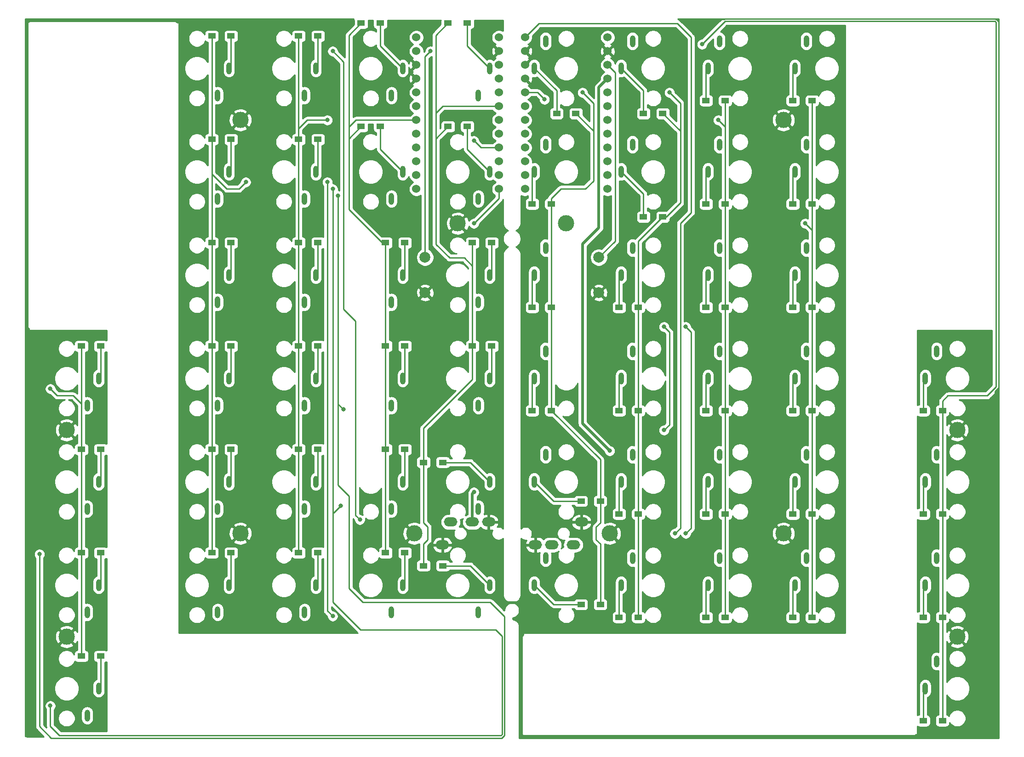
<source format=gbr>
%TF.GenerationSoftware,KiCad,Pcbnew,5.1.9+dfsg1-1*%
%TF.CreationDate,2021-04-08T16:28:42+09:00*%
%TF.ProjectId,not_enough_compositions,6e6f745f-656e-46f7-9567-685f636f6d70,rev?*%
%TF.SameCoordinates,Original*%
%TF.FileFunction,Copper,L2,Bot*%
%TF.FilePolarity,Positive*%
%FSLAX46Y46*%
G04 Gerber Fmt 4.6, Leading zero omitted, Abs format (unit mm)*
G04 Created by KiCad (PCBNEW 5.1.9+dfsg1-1) date 2021-04-08 16:28:42*
%MOMM*%
%LPD*%
G01*
G04 APERTURE LIST*
%TA.AperFunction,ComponentPad*%
%ADD10C,3.000000*%
%TD*%
%TA.AperFunction,ComponentPad*%
%ADD11O,2.500000X1.700000*%
%TD*%
%TA.AperFunction,ComponentPad*%
%ADD12C,2.000000*%
%TD*%
%TA.AperFunction,ComponentPad*%
%ADD13C,1.524000*%
%TD*%
%TA.AperFunction,SMDPad,CuDef*%
%ADD14R,1.400000X1.000000*%
%TD*%
%TA.AperFunction,ComponentPad*%
%ADD15O,1.000000X2.200000*%
%TD*%
%TA.AperFunction,ViaPad*%
%ADD16C,0.800000*%
%TD*%
%TA.AperFunction,Conductor*%
%ADD17C,0.250000*%
%TD*%
%TA.AperFunction,Conductor*%
%ADD18C,0.500000*%
%TD*%
%TA.AperFunction,Conductor*%
%ADD19C,0.254000*%
%TD*%
%TA.AperFunction,Conductor*%
%ADD20C,0.100000*%
%TD*%
G04 APERTURE END LIST*
D10*
%TO.P,REF\u002A\u002A,1*%
%TO.N,GND*%
X222000000Y-142875600D03*
%TD*%
%TO.P,REF\u002A\u002A,1*%
%TO.N,GND*%
X222000000Y-104775440D03*
%TD*%
%TO.P,REF\u002A\u002A,1*%
%TO.N,GND*%
X190000000Y-123825520D03*
%TD*%
%TO.P,REF\u002A\u002A,1*%
%TO.N,GND*%
X190000000Y-47625200D03*
%TD*%
%TO.P,REF\u002A\u002A,1*%
%TO.N,GND*%
X158000000Y-123825520D03*
%TD*%
%TO.P,REF\u002A\u002A,1*%
%TO.N,N/C*%
X150000000Y-66675280D03*
%TD*%
%TO.P,REF\u002A\u002A,1*%
%TO.N,GND*%
X122000000Y-123825520D03*
%TD*%
%TO.P,REF\u002A\u002A,1*%
%TO.N,GND*%
X130000000Y-66675280D03*
%TD*%
%TO.P,REF\u002A\u002A,1*%
%TO.N,GND*%
X90000000Y-47625200D03*
%TD*%
%TO.P,REF\u002A\u002A,1*%
%TO.N,GND*%
X90000000Y-123825520D03*
%TD*%
%TO.P,REF\u002A\u002A,1*%
%TO.N,GND*%
X58000000Y-142875600D03*
%TD*%
%TO.P,REF\u002A\u002A,1*%
%TO.N,GND*%
X58000000Y-104775440D03*
%TD*%
D11*
%TO.P,J1,A*%
%TO.N,GND*%
X127200000Y-125925000D03*
%TO.P,J1,D*%
%TO.N,l_data*%
X128700000Y-121725000D03*
%TO.P,J1,C*%
%TO.N,l_VCC*%
X132700000Y-121725000D03*
%TO.P,J1,B*%
%TO.N,GND*%
X135700000Y-121725000D03*
%TD*%
%TO.P,J2,A*%
%TO.N,GND*%
X152800000Y-121725520D03*
%TO.P,J2,D*%
%TO.N,r_data*%
X151300000Y-125925520D03*
%TO.P,J2,C*%
%TO.N,r_VCC*%
X147300000Y-125925520D03*
%TO.P,J2,B*%
%TO.N,GND*%
X144300000Y-125925520D03*
%TD*%
D12*
%TO.P,SW1,2*%
%TO.N,GND*%
X124000000Y-79450320D03*
%TO.P,SW1,1*%
%TO.N,l_reset*%
X124000000Y-72950320D03*
%TD*%
%TO.P,SW2,1*%
%TO.N,GND*%
X156000000Y-79450320D03*
%TO.P,SW2,2*%
%TO.N,r_reset*%
X156000000Y-72950320D03*
%TD*%
D13*
%TO.P,U1,24*%
%TO.N,Net-(U1-Pad24)*%
X137608600Y-32397160D03*
%TO.P,U1,23*%
%TO.N,GND*%
X137608600Y-34937160D03*
%TO.P,U1,22*%
%TO.N,l_reset*%
X137608600Y-37477160D03*
%TO.P,U1,21*%
%TO.N,l_VCC*%
X137608600Y-40017160D03*
%TO.P,U1,20*%
%TO.N,Net-(U1-Pad20)*%
X137608600Y-42557160D03*
%TO.P,U1,19*%
%TO.N,l_row0*%
X137608600Y-45097160D03*
%TO.P,U1,18*%
%TO.N,Net-(U1-Pad18)*%
X137608600Y-47637160D03*
%TO.P,U1,17*%
%TO.N,Net-(U1-Pad17)*%
X137608600Y-50177160D03*
%TO.P,U1,16*%
%TO.N,l_col1*%
X137608600Y-52717160D03*
%TO.P,U1,15*%
%TO.N,Net-(U1-Pad15)*%
X137608600Y-55257160D03*
%TO.P,U1,14*%
%TO.N,Net-(U1-Pad14)*%
X137608600Y-57797160D03*
%TO.P,U1,13*%
%TO.N,l_col2*%
X137608600Y-60337160D03*
%TO.P,U1,12*%
%TO.N,l_col3*%
X122388600Y-60337160D03*
%TO.P,U1,11*%
%TO.N,l_col4*%
X122388600Y-57797160D03*
%TO.P,U1,10*%
%TO.N,l_col5*%
X122388600Y-55257160D03*
%TO.P,U1,9*%
%TO.N,l_row3*%
X122388600Y-52717160D03*
%TO.P,U1,8*%
%TO.N,l_row2*%
X122388600Y-50177160D03*
%TO.P,U1,7*%
%TO.N,l_row1*%
X122388600Y-47637160D03*
%TO.P,U1,6*%
%TO.N,l_col0*%
X122388600Y-45097160D03*
%TO.P,U1,5*%
%TO.N,l_row4*%
X122388600Y-42557160D03*
%TO.P,U1,4*%
%TO.N,GND*%
X122388600Y-40017160D03*
%TO.P,U1,3*%
X122388600Y-37477160D03*
%TO.P,U1,2*%
%TO.N,l_VCC*%
X122388600Y-34937160D03*
%TO.P,U1,1*%
%TO.N,l_data*%
X122388600Y-32397160D03*
%TD*%
%TO.P,U2,24*%
%TO.N,Net-(U2-Pad24)*%
X157608600Y-32397160D03*
%TO.P,U2,23*%
%TO.N,GND*%
X157608600Y-34937160D03*
%TO.P,U2,22*%
%TO.N,r_reset*%
X157608600Y-37477160D03*
%TO.P,U2,21*%
%TO.N,r_VCC*%
X157608600Y-40017160D03*
%TO.P,U2,20*%
%TO.N,Net-(U2-Pad20)*%
X157608600Y-42557160D03*
%TO.P,U2,19*%
%TO.N,r_row0*%
X157608600Y-45097160D03*
%TO.P,U2,18*%
%TO.N,Net-(U2-Pad18)*%
X157608600Y-47637160D03*
%TO.P,U2,17*%
%TO.N,Net-(U2-Pad17)*%
X157608600Y-50177160D03*
%TO.P,U2,16*%
%TO.N,r_col1*%
X157608600Y-52717160D03*
%TO.P,U2,15*%
%TO.N,Net-(U2-Pad15)*%
X157608600Y-55257160D03*
%TO.P,U2,14*%
%TO.N,Net-(U2-Pad14)*%
X157608600Y-57797160D03*
%TO.P,U2,13*%
%TO.N,r_col2*%
X157608600Y-60337160D03*
%TO.P,U2,12*%
%TO.N,r_col3*%
X142388600Y-60337160D03*
%TO.P,U2,11*%
%TO.N,r_col4*%
X142388600Y-57797160D03*
%TO.P,U2,10*%
%TO.N,r_col5*%
X142388600Y-55257160D03*
%TO.P,U2,9*%
%TO.N,r_row3*%
X142388600Y-52717160D03*
%TO.P,U2,8*%
%TO.N,r_row2*%
X142388600Y-50177160D03*
%TO.P,U2,7*%
%TO.N,r_row1*%
X142388600Y-47637160D03*
%TO.P,U2,6*%
%TO.N,r_col0*%
X142388600Y-45097160D03*
%TO.P,U2,5*%
%TO.N,r_row4*%
X142388600Y-42557160D03*
%TO.P,U2,4*%
%TO.N,GND*%
X142388600Y-40017160D03*
%TO.P,U2,3*%
X142388600Y-37477160D03*
%TO.P,U2,2*%
X142388600Y-34937160D03*
%TO.P,U2,1*%
%TO.N,r_data*%
X142388600Y-32397160D03*
%TD*%
D14*
%TO.P,D1,2*%
%TO.N,Net-(D1-Pad2)*%
X131775000Y-29765750D03*
%TO.P,D1,1*%
%TO.N,l_row0*%
X128225000Y-29765750D03*
%TD*%
%TO.P,D2,1*%
%TO.N,l_row0*%
X128225000Y-48815830D03*
%TO.P,D2,2*%
%TO.N,Net-(D2-Pad2)*%
X131775000Y-48815830D03*
%TD*%
%TO.P,D3,2*%
%TO.N,Net-(D3-Pad2)*%
X136275000Y-70246875D03*
%TO.P,D3,1*%
%TO.N,l_row0*%
X132725000Y-70246875D03*
%TD*%
%TO.P,D4,1*%
%TO.N,l_row0*%
X132725000Y-89296875D03*
%TO.P,D4,2*%
%TO.N,Net-(D4-Pad2)*%
X136275000Y-89296875D03*
%TD*%
%TO.P,D5,2*%
%TO.N,Net-(D5-Pad2)*%
X127275000Y-110728590D03*
%TO.P,D5,1*%
%TO.N,l_row0*%
X123725000Y-110728590D03*
%TD*%
%TO.P,D6,1*%
%TO.N,l_row0*%
X123725000Y-129778670D03*
%TO.P,D6,2*%
%TO.N,Net-(D6-Pad2)*%
X127275000Y-129778670D03*
%TD*%
%TO.P,D7,2*%
%TO.N,Net-(D7-Pad2)*%
X152725000Y-136922450D03*
%TO.P,D7,1*%
%TO.N,r_row0*%
X156275000Y-136922450D03*
%TD*%
%TO.P,D8,1*%
%TO.N,r_row0*%
X156275000Y-117872370D03*
%TO.P,D8,2*%
%TO.N,Net-(D8-Pad2)*%
X152725000Y-117872370D03*
%TD*%
%TO.P,D9,2*%
%TO.N,Net-(D9-Pad2)*%
X143725000Y-101203550D03*
%TO.P,D9,1*%
%TO.N,r_row0*%
X147275000Y-101203550D03*
%TD*%
%TO.P,D10,1*%
%TO.N,r_row0*%
X147275000Y-82153470D03*
%TO.P,D10,2*%
%TO.N,Net-(D10-Pad2)*%
X143725000Y-82153470D03*
%TD*%
%TO.P,D11,1*%
%TO.N,r_row0*%
X147275000Y-63103125D03*
%TO.P,D11,2*%
%TO.N,Net-(D11-Pad2)*%
X143725000Y-63103125D03*
%TD*%
%TO.P,D12,1*%
%TO.N,r_row0*%
X151775000Y-46434570D03*
%TO.P,D12,2*%
%TO.N,Net-(D12-Pad2)*%
X148225000Y-46434570D03*
%TD*%
%TO.P,D13,2*%
%TO.N,Net-(D13-Pad2)*%
X115775000Y-29765750D03*
%TO.P,D13,1*%
%TO.N,l_row1*%
X112225000Y-29765750D03*
%TD*%
%TO.P,D14,1*%
%TO.N,l_row1*%
X112225000Y-48815830D03*
%TO.P,D14,2*%
%TO.N,Net-(D14-Pad2)*%
X115775000Y-48815830D03*
%TD*%
%TO.P,D15,1*%
%TO.N,l_row1*%
X116725000Y-70246875D03*
%TO.P,D15,2*%
%TO.N,Net-(D15-Pad2)*%
X120275000Y-70246875D03*
%TD*%
%TO.P,D16,1*%
%TO.N,l_row1*%
X116725000Y-89296875D03*
%TO.P,D16,2*%
%TO.N,Net-(D16-Pad2)*%
X120275000Y-89296875D03*
%TD*%
%TO.P,D17,2*%
%TO.N,Net-(D17-Pad2)*%
X120275000Y-108346875D03*
%TO.P,D17,1*%
%TO.N,l_row1*%
X116725000Y-108346875D03*
%TD*%
%TO.P,D18,1*%
%TO.N,l_row1*%
X116725000Y-127396875D03*
%TO.P,D18,2*%
%TO.N,Net-(D18-Pad2)*%
X120275000Y-127396875D03*
%TD*%
%TO.P,D19,2*%
%TO.N,Net-(D19-Pad2)*%
X159725000Y-139303710D03*
%TO.P,D19,1*%
%TO.N,r_row1*%
X163275000Y-139303710D03*
%TD*%
%TO.P,D20,1*%
%TO.N,r_row1*%
X163275000Y-120253630D03*
%TO.P,D20,2*%
%TO.N,Net-(D20-Pad2)*%
X159725000Y-120253630D03*
%TD*%
%TO.P,D21,2*%
%TO.N,Net-(D21-Pad2)*%
X159725000Y-101203550D03*
%TO.P,D21,1*%
%TO.N,r_row1*%
X163275000Y-101203550D03*
%TD*%
%TO.P,D22,1*%
%TO.N,r_row1*%
X163275000Y-82153470D03*
%TO.P,D22,2*%
%TO.N,Net-(D22-Pad2)*%
X159725000Y-82153470D03*
%TD*%
%TO.P,D23,2*%
%TO.N,Net-(D23-Pad2)*%
X164225000Y-65484650D03*
%TO.P,D23,1*%
%TO.N,r_row1*%
X167775000Y-65484650D03*
%TD*%
%TO.P,D24,1*%
%TO.N,r_row1*%
X167775000Y-46434570D03*
%TO.P,D24,2*%
%TO.N,Net-(D24-Pad2)*%
X164225000Y-46434570D03*
%TD*%
%TO.P,D25,2*%
%TO.N,Net-(D25-Pad2)*%
X104275000Y-32146875D03*
%TO.P,D25,1*%
%TO.N,l_row2*%
X100725000Y-32146875D03*
%TD*%
%TO.P,D26,1*%
%TO.N,l_row2*%
X100725000Y-51196875D03*
%TO.P,D26,2*%
%TO.N,Net-(D26-Pad2)*%
X104275000Y-51196875D03*
%TD*%
%TO.P,D27,2*%
%TO.N,Net-(D27-Pad2)*%
X104275000Y-70246875D03*
%TO.P,D27,1*%
%TO.N,l_row2*%
X100725000Y-70246875D03*
%TD*%
%TO.P,D28,1*%
%TO.N,l_row2*%
X100725000Y-89296875D03*
%TO.P,D28,2*%
%TO.N,Net-(D28-Pad2)*%
X104275000Y-89296875D03*
%TD*%
%TO.P,D29,2*%
%TO.N,Net-(D29-Pad2)*%
X104275000Y-108346875D03*
%TO.P,D29,1*%
%TO.N,l_row2*%
X100725000Y-108346875D03*
%TD*%
%TO.P,D30,2*%
%TO.N,Net-(D30-Pad2)*%
X104275000Y-127396875D03*
%TO.P,D30,1*%
%TO.N,l_row2*%
X100725000Y-127396875D03*
%TD*%
%TO.P,D31,2*%
%TO.N,Net-(D31-Pad2)*%
X175725000Y-139303710D03*
%TO.P,D31,1*%
%TO.N,r_row2*%
X179275000Y-139303710D03*
%TD*%
%TO.P,D32,2*%
%TO.N,Net-(D32-Pad2)*%
X175725000Y-120253630D03*
%TO.P,D32,1*%
%TO.N,r_row2*%
X179275000Y-120253630D03*
%TD*%
%TO.P,D33,1*%
%TO.N,r_row2*%
X179275000Y-101203550D03*
%TO.P,D33,2*%
%TO.N,Net-(D33-Pad2)*%
X175725000Y-101203550D03*
%TD*%
%TO.P,D34,2*%
%TO.N,Net-(D34-Pad2)*%
X175725000Y-82153470D03*
%TO.P,D34,1*%
%TO.N,r_row2*%
X179275000Y-82153470D03*
%TD*%
%TO.P,D35,2*%
%TO.N,Net-(D35-Pad2)*%
X175725000Y-63103390D03*
%TO.P,D35,1*%
%TO.N,r_row2*%
X179275000Y-63103390D03*
%TD*%
%TO.P,D36,1*%
%TO.N,r_row2*%
X179275000Y-44053310D03*
%TO.P,D36,2*%
%TO.N,Net-(D36-Pad2)*%
X175725000Y-44053310D03*
%TD*%
%TO.P,D37,1*%
%TO.N,l_row3*%
X84725000Y-32146875D03*
%TO.P,D37,2*%
%TO.N,Net-(D37-Pad2)*%
X88275000Y-32146875D03*
%TD*%
%TO.P,D38,1*%
%TO.N,l_row3*%
X84725000Y-51196875D03*
%TO.P,D38,2*%
%TO.N,Net-(D38-Pad2)*%
X88275000Y-51196875D03*
%TD*%
%TO.P,D39,2*%
%TO.N,Net-(D39-Pad2)*%
X88275000Y-70246875D03*
%TO.P,D39,1*%
%TO.N,l_row3*%
X84725000Y-70246875D03*
%TD*%
%TO.P,D40,1*%
%TO.N,l_row3*%
X84725000Y-89296875D03*
%TO.P,D40,2*%
%TO.N,Net-(D40-Pad2)*%
X88275000Y-89296875D03*
%TD*%
%TO.P,D41,2*%
%TO.N,Net-(D41-Pad2)*%
X88275000Y-108346875D03*
%TO.P,D41,1*%
%TO.N,l_row3*%
X84725000Y-108346875D03*
%TD*%
%TO.P,D42,1*%
%TO.N,l_row3*%
X84725000Y-127396875D03*
%TO.P,D42,2*%
%TO.N,Net-(D42-Pad2)*%
X88275000Y-127396875D03*
%TD*%
%TO.P,D43,2*%
%TO.N,Net-(D43-Pad2)*%
X191725000Y-139303710D03*
%TO.P,D43,1*%
%TO.N,r_row3*%
X195275000Y-139303710D03*
%TD*%
%TO.P,D44,1*%
%TO.N,r_row3*%
X195275000Y-120253630D03*
%TO.P,D44,2*%
%TO.N,Net-(D44-Pad2)*%
X191725000Y-120253630D03*
%TD*%
%TO.P,D45,2*%
%TO.N,Net-(D45-Pad2)*%
X191725000Y-101203550D03*
%TO.P,D45,1*%
%TO.N,r_row3*%
X195275000Y-101203550D03*
%TD*%
%TO.P,D46,1*%
%TO.N,r_row3*%
X195275000Y-82153470D03*
%TO.P,D46,2*%
%TO.N,Net-(D46-Pad2)*%
X191725000Y-82153470D03*
%TD*%
%TO.P,D47,2*%
%TO.N,Net-(D47-Pad2)*%
X191725000Y-63103390D03*
%TO.P,D47,1*%
%TO.N,r_row3*%
X195275000Y-63103390D03*
%TD*%
%TO.P,D48,1*%
%TO.N,r_row3*%
X195275000Y-44053310D03*
%TO.P,D48,2*%
%TO.N,Net-(D48-Pad2)*%
X191725000Y-44053310D03*
%TD*%
%TO.P,D49,1*%
%TO.N,l_row4*%
X60725000Y-89296875D03*
%TO.P,D49,2*%
%TO.N,Net-(D49-Pad2)*%
X64275000Y-89296875D03*
%TD*%
%TO.P,D50,1*%
%TO.N,l_row4*%
X60725000Y-108346875D03*
%TO.P,D50,2*%
%TO.N,Net-(D50-Pad2)*%
X64275000Y-108346875D03*
%TD*%
%TO.P,D51,2*%
%TO.N,Net-(D51-Pad2)*%
X64275000Y-127396875D03*
%TO.P,D51,1*%
%TO.N,l_row4*%
X60725000Y-127396875D03*
%TD*%
%TO.P,D52,1*%
%TO.N,l_row4*%
X60725000Y-146446875D03*
%TO.P,D52,2*%
%TO.N,Net-(D52-Pad2)*%
X64275000Y-146446875D03*
%TD*%
%TO.P,D53,1*%
%TO.N,r_row4*%
X219275000Y-139303125D03*
%TO.P,D53,2*%
%TO.N,Net-(D53-Pad2)*%
X215725000Y-139303125D03*
%TD*%
%TO.P,D54,1*%
%TO.N,r_row4*%
X219275000Y-158353125D03*
%TO.P,D54,2*%
%TO.N,Net-(D54-Pad2)*%
X215725000Y-158353125D03*
%TD*%
%TO.P,D55,2*%
%TO.N,Net-(D55-Pad2)*%
X215725000Y-101203125D03*
%TO.P,D55,1*%
%TO.N,r_row4*%
X219275000Y-101203125D03*
%TD*%
%TO.P,D56,1*%
%TO.N,r_row4*%
X219275000Y-120253125D03*
%TO.P,D56,2*%
%TO.N,Net-(D56-Pad2)*%
X215725000Y-120253125D03*
%TD*%
D15*
%TO.P,SW3,2*%
%TO.N,Net-(D1-Pad2)*%
X135900000Y-38100000D03*
%TO.P,SW3,1*%
%TO.N,l_col0*%
X133800000Y-43100000D03*
%TD*%
%TO.P,SW4,1*%
%TO.N,l_col1*%
X133800000Y-62150000D03*
%TO.P,SW4,2*%
%TO.N,Net-(D2-Pad2)*%
X135900000Y-57150000D03*
%TD*%
%TO.P,SW5,2*%
%TO.N,Net-(D3-Pad2)*%
X135900000Y-76200000D03*
%TO.P,SW5,1*%
%TO.N,l_col2*%
X133800000Y-81200000D03*
%TD*%
%TO.P,SW6,1*%
%TO.N,l_col3*%
X133800000Y-100250000D03*
%TO.P,SW6,2*%
%TO.N,Net-(D4-Pad2)*%
X135900000Y-95250000D03*
%TD*%
%TO.P,SW7,1*%
%TO.N,l_col4*%
X133800000Y-119300000D03*
%TO.P,SW7,2*%
%TO.N,Net-(D5-Pad2)*%
X135900000Y-114300000D03*
%TD*%
%TO.P,SW8,2*%
%TO.N,Net-(D6-Pad2)*%
X135900000Y-133350000D03*
%TO.P,SW8,1*%
%TO.N,l_col5*%
X133800000Y-138350000D03*
%TD*%
%TO.P,SW9,1*%
%TO.N,r_col5*%
X146200000Y-128350560D03*
%TO.P,SW9,2*%
%TO.N,Net-(D7-Pad2)*%
X144100000Y-133350560D03*
%TD*%
%TO.P,SW10,2*%
%TO.N,Net-(D8-Pad2)*%
X144100000Y-114300480D03*
%TO.P,SW10,1*%
%TO.N,r_col4*%
X146200000Y-109300480D03*
%TD*%
%TO.P,SW11,1*%
%TO.N,r_col3*%
X146200000Y-90250400D03*
%TO.P,SW11,2*%
%TO.N,Net-(D9-Pad2)*%
X144100000Y-95250400D03*
%TD*%
%TO.P,SW12,2*%
%TO.N,Net-(D10-Pad2)*%
X144100000Y-76200320D03*
%TO.P,SW12,1*%
%TO.N,r_col2*%
X146200000Y-71200320D03*
%TD*%
%TO.P,SW13,1*%
%TO.N,r_col1*%
X146200000Y-52150240D03*
%TO.P,SW13,2*%
%TO.N,Net-(D11-Pad2)*%
X144100000Y-57150240D03*
%TD*%
%TO.P,SW14,2*%
%TO.N,Net-(D12-Pad2)*%
X144100000Y-38100160D03*
%TO.P,SW14,1*%
%TO.N,r_col0*%
X146200000Y-33100160D03*
%TD*%
%TO.P,SW15,1*%
%TO.N,l_col0*%
X117800000Y-43100000D03*
%TO.P,SW15,2*%
%TO.N,Net-(D13-Pad2)*%
X119900000Y-38100000D03*
%TD*%
%TO.P,SW16,1*%
%TO.N,l_col1*%
X117800000Y-62150000D03*
%TO.P,SW16,2*%
%TO.N,Net-(D14-Pad2)*%
X119900000Y-57150000D03*
%TD*%
%TO.P,SW17,2*%
%TO.N,Net-(D15-Pad2)*%
X119900000Y-76200000D03*
%TO.P,SW17,1*%
%TO.N,l_col2*%
X117800000Y-81200000D03*
%TD*%
%TO.P,SW18,2*%
%TO.N,Net-(D16-Pad2)*%
X119900000Y-95250000D03*
%TO.P,SW18,1*%
%TO.N,l_col3*%
X117800000Y-100250000D03*
%TD*%
%TO.P,SW19,1*%
%TO.N,l_col4*%
X117800000Y-119300000D03*
%TO.P,SW19,2*%
%TO.N,Net-(D17-Pad2)*%
X119900000Y-114300000D03*
%TD*%
%TO.P,SW20,2*%
%TO.N,Net-(D18-Pad2)*%
X119900000Y-133350000D03*
%TO.P,SW20,1*%
%TO.N,l_col5*%
X117800000Y-138350000D03*
%TD*%
%TO.P,SW21,1*%
%TO.N,r_col5*%
X162200000Y-128350560D03*
%TO.P,SW21,2*%
%TO.N,Net-(D19-Pad2)*%
X160100000Y-133350560D03*
%TD*%
%TO.P,SW22,2*%
%TO.N,Net-(D20-Pad2)*%
X160100000Y-114300480D03*
%TO.P,SW22,1*%
%TO.N,r_col4*%
X162200000Y-109300480D03*
%TD*%
%TO.P,SW23,1*%
%TO.N,r_col3*%
X162200000Y-90250400D03*
%TO.P,SW23,2*%
%TO.N,Net-(D21-Pad2)*%
X160100000Y-95250400D03*
%TD*%
%TO.P,SW24,2*%
%TO.N,Net-(D22-Pad2)*%
X160100000Y-76200320D03*
%TO.P,SW24,1*%
%TO.N,r_col2*%
X162200000Y-71200320D03*
%TD*%
%TO.P,SW25,1*%
%TO.N,r_col1*%
X162200000Y-52150240D03*
%TO.P,SW25,2*%
%TO.N,Net-(D23-Pad2)*%
X160100000Y-57150240D03*
%TD*%
%TO.P,SW26,2*%
%TO.N,Net-(D24-Pad2)*%
X160100000Y-38100160D03*
%TO.P,SW26,1*%
%TO.N,r_col0*%
X162200000Y-33100160D03*
%TD*%
%TO.P,SW27,1*%
%TO.N,l_col0*%
X101800000Y-43100000D03*
%TO.P,SW27,2*%
%TO.N,Net-(D25-Pad2)*%
X103900000Y-38100000D03*
%TD*%
%TO.P,SW28,2*%
%TO.N,Net-(D26-Pad2)*%
X103900000Y-57150000D03*
%TO.P,SW28,1*%
%TO.N,l_col1*%
X101800000Y-62150000D03*
%TD*%
%TO.P,SW29,1*%
%TO.N,l_col2*%
X101800000Y-81200000D03*
%TO.P,SW29,2*%
%TO.N,Net-(D27-Pad2)*%
X103900000Y-76200000D03*
%TD*%
%TO.P,SW30,2*%
%TO.N,Net-(D28-Pad2)*%
X103900000Y-95250000D03*
%TO.P,SW30,1*%
%TO.N,l_col3*%
X101800000Y-100250000D03*
%TD*%
%TO.P,SW31,1*%
%TO.N,l_col4*%
X101800000Y-119300000D03*
%TO.P,SW31,2*%
%TO.N,Net-(D29-Pad2)*%
X103900000Y-114300000D03*
%TD*%
%TO.P,SW32,2*%
%TO.N,Net-(D30-Pad2)*%
X103900000Y-133350000D03*
%TO.P,SW32,1*%
%TO.N,l_col5*%
X101800000Y-138350000D03*
%TD*%
%TO.P,SW33,1*%
%TO.N,r_col5*%
X178200000Y-128350560D03*
%TO.P,SW33,2*%
%TO.N,Net-(D31-Pad2)*%
X176100000Y-133350560D03*
%TD*%
%TO.P,SW34,2*%
%TO.N,Net-(D32-Pad2)*%
X176100000Y-114300480D03*
%TO.P,SW34,1*%
%TO.N,r_col4*%
X178200000Y-109300480D03*
%TD*%
%TO.P,SW35,1*%
%TO.N,r_col3*%
X178200000Y-90250400D03*
%TO.P,SW35,2*%
%TO.N,Net-(D33-Pad2)*%
X176100000Y-95250400D03*
%TD*%
%TO.P,SW36,2*%
%TO.N,Net-(D34-Pad2)*%
X176100000Y-76200320D03*
%TO.P,SW36,1*%
%TO.N,r_col2*%
X178200000Y-71200320D03*
%TD*%
%TO.P,SW37,1*%
%TO.N,r_col1*%
X178200000Y-52150240D03*
%TO.P,SW37,2*%
%TO.N,Net-(D35-Pad2)*%
X176100000Y-57150240D03*
%TD*%
%TO.P,SW38,2*%
%TO.N,Net-(D36-Pad2)*%
X176100000Y-38100160D03*
%TO.P,SW38,1*%
%TO.N,r_col0*%
X178200000Y-33100160D03*
%TD*%
%TO.P,SW39,2*%
%TO.N,Net-(D37-Pad2)*%
X87900000Y-38100000D03*
%TO.P,SW39,1*%
%TO.N,l_col0*%
X85800000Y-43100000D03*
%TD*%
%TO.P,SW40,1*%
%TO.N,l_col1*%
X85800000Y-62150000D03*
%TO.P,SW40,2*%
%TO.N,Net-(D38-Pad2)*%
X87900000Y-57150000D03*
%TD*%
%TO.P,SW41,2*%
%TO.N,Net-(D39-Pad2)*%
X87900000Y-76200000D03*
%TO.P,SW41,1*%
%TO.N,l_col2*%
X85800000Y-81200000D03*
%TD*%
%TO.P,SW42,1*%
%TO.N,l_col3*%
X85800000Y-100250000D03*
%TO.P,SW42,2*%
%TO.N,Net-(D40-Pad2)*%
X87900000Y-95250000D03*
%TD*%
%TO.P,SW43,2*%
%TO.N,Net-(D41-Pad2)*%
X87900000Y-114300000D03*
%TO.P,SW43,1*%
%TO.N,l_col4*%
X85800000Y-119300000D03*
%TD*%
%TO.P,SW44,1*%
%TO.N,l_col5*%
X85800000Y-138350000D03*
%TO.P,SW44,2*%
%TO.N,Net-(D42-Pad2)*%
X87900000Y-133350000D03*
%TD*%
%TO.P,SW45,2*%
%TO.N,Net-(D43-Pad2)*%
X192100000Y-133350560D03*
%TO.P,SW45,1*%
%TO.N,r_col5*%
X194200000Y-128350560D03*
%TD*%
%TO.P,SW46,1*%
%TO.N,r_col4*%
X194200000Y-109300480D03*
%TO.P,SW46,2*%
%TO.N,Net-(D44-Pad2)*%
X192100000Y-114300480D03*
%TD*%
%TO.P,SW47,1*%
%TO.N,r_col3*%
X194200000Y-90250400D03*
%TO.P,SW47,2*%
%TO.N,Net-(D45-Pad2)*%
X192100000Y-95250400D03*
%TD*%
%TO.P,SW48,2*%
%TO.N,Net-(D46-Pad2)*%
X192100000Y-76200320D03*
%TO.P,SW48,1*%
%TO.N,r_col2*%
X194200000Y-71200320D03*
%TD*%
%TO.P,SW49,2*%
%TO.N,Net-(D47-Pad2)*%
X192100000Y-57150240D03*
%TO.P,SW49,1*%
%TO.N,r_col1*%
X194200000Y-52150240D03*
%TD*%
%TO.P,SW50,1*%
%TO.N,r_col0*%
X194200000Y-33100160D03*
%TO.P,SW50,2*%
%TO.N,Net-(D48-Pad2)*%
X192100000Y-38100160D03*
%TD*%
%TO.P,SW51,2*%
%TO.N,Net-(D49-Pad2)*%
X63900000Y-95250000D03*
%TO.P,SW51,1*%
%TO.N,l_col0*%
X61800000Y-100250000D03*
%TD*%
%TO.P,SW52,1*%
%TO.N,l_col3*%
X61800000Y-119300000D03*
%TO.P,SW52,2*%
%TO.N,Net-(D50-Pad2)*%
X63900000Y-114300000D03*
%TD*%
%TO.P,SW53,2*%
%TO.N,Net-(D51-Pad2)*%
X63900000Y-133350000D03*
%TO.P,SW53,1*%
%TO.N,l_col4*%
X61800000Y-138350000D03*
%TD*%
%TO.P,SW54,1*%
%TO.N,l_col5*%
X61800000Y-157400000D03*
%TO.P,SW54,2*%
%TO.N,Net-(D52-Pad2)*%
X63900000Y-152400000D03*
%TD*%
%TO.P,SW55,2*%
%TO.N,Net-(D53-Pad2)*%
X216100000Y-133350000D03*
%TO.P,SW55,1*%
%TO.N,r_col5*%
X218200000Y-128350000D03*
%TD*%
%TO.P,SW56,1*%
%TO.N,r_col4*%
X218200000Y-147400000D03*
%TO.P,SW56,2*%
%TO.N,Net-(D54-Pad2)*%
X216100000Y-152400000D03*
%TD*%
%TO.P,SW57,2*%
%TO.N,Net-(D55-Pad2)*%
X216100000Y-95250000D03*
%TO.P,SW57,1*%
%TO.N,r_col1*%
X218200000Y-90250000D03*
%TD*%
%TO.P,SW58,1*%
%TO.N,r_col0*%
X218200000Y-109300000D03*
%TO.P,SW58,2*%
%TO.N,Net-(D56-Pad2)*%
X216100000Y-114300000D03*
%TD*%
D16*
%TO.N,r_row0*%
X153000000Y-42557160D03*
%TO.N,r_row1*%
X169000000Y-42557160D03*
%TO.N,l_row2*%
X106000000Y-47637160D03*
%TO.N,r_row2*%
X178000000Y-47637160D03*
%TO.N,l_row3*%
X91000000Y-59067160D03*
%TO.N,r_row3*%
X194000000Y-66687160D03*
%TO.N,l_row4*%
X55000000Y-97167160D03*
%TO.N,r_row4*%
X146000000Y-43827160D03*
X175000000Y-33667160D03*
%TO.N,GND*%
X107000000Y-32742215D03*
%TO.N,l_data*%
X107000000Y-34937160D03*
X112000000Y-121297160D03*
%TO.N,l_VCC*%
X133000000Y-116217160D03*
%TO.N,r_VCC*%
X158000000Y-108597160D03*
%TO.N,r_data*%
X170000000Y-123837160D03*
%TO.N,l_reset*%
X125000000Y-34937160D03*
%TO.N,l_col1*%
X133000000Y-51447160D03*
%TO.N,l_col2*%
X133000000Y-66687160D03*
%TO.N,l_col3*%
X108000000Y-61607160D03*
X109000000Y-100977160D03*
X53000000Y-127647160D03*
%TO.N,l_col4*%
X107000000Y-60337160D03*
X55000000Y-155587160D03*
X108500000Y-118757160D03*
%TO.N,l_col5*%
X106000000Y-59067160D03*
X107000000Y-139077160D03*
%TO.N,r_col5*%
X172000000Y-85737160D03*
X172000000Y-123837160D03*
%TO.N,r_col4*%
X168000000Y-85737160D03*
X168000000Y-104787160D03*
%TD*%
D17*
%TO.N,Net-(D1-Pad2)*%
X131775000Y-33975000D02*
X135900000Y-38100000D01*
X131775000Y-29765750D02*
X131775000Y-33975000D01*
%TO.N,l_row0*%
X123725000Y-104448002D02*
X123725000Y-110728590D01*
X132725000Y-95448002D02*
X123725000Y-104448002D01*
X132725000Y-89296875D02*
X132725000Y-95448002D01*
X126000000Y-31990750D02*
X128225000Y-29765750D01*
X126000000Y-51040830D02*
X128225000Y-48815830D01*
X127270000Y-45097160D02*
X126000000Y-46367160D01*
X137608600Y-45097160D02*
X127270000Y-45097160D01*
X126000000Y-46367160D02*
X126000000Y-31990750D01*
X126000000Y-46367160D02*
X126000000Y-70537160D01*
X126000000Y-70537160D02*
X128500000Y-73037160D01*
X131230000Y-73037160D02*
X132725000Y-74532160D01*
X128500000Y-73037160D02*
X131230000Y-73037160D01*
X132725000Y-74532160D02*
X132725000Y-89296875D01*
X132725000Y-70246875D02*
X132725000Y-74532160D01*
X123725000Y-129778670D02*
X123725000Y-125791150D01*
X123725000Y-125791150D02*
X124500000Y-125016150D01*
X123725000Y-110728590D02*
X123725000Y-121859890D01*
X124500000Y-122634890D02*
X124500000Y-125016150D01*
X123725000Y-121859890D02*
X124500000Y-122634890D01*
%TO.N,Net-(D2-Pad2)*%
X131775000Y-53025000D02*
X135900000Y-57150000D01*
X131775000Y-48815830D02*
X131775000Y-53025000D01*
%TO.N,Net-(D3-Pad2)*%
X136275000Y-75825000D02*
X135900000Y-76200000D01*
X136275000Y-70246875D02*
X136275000Y-75825000D01*
%TO.N,Net-(D4-Pad2)*%
X136275000Y-94875000D02*
X135900000Y-95250000D01*
X136275000Y-89296875D02*
X136275000Y-94875000D01*
%TO.N,Net-(D5-Pad2)*%
X132328590Y-110728590D02*
X135900000Y-114300000D01*
X127275000Y-110728590D02*
X132328590Y-110728590D01*
%TO.N,Net-(D6-Pad2)*%
X132328670Y-129778670D02*
X127275000Y-129778670D01*
X135900000Y-133350000D02*
X132328670Y-129778670D01*
%TO.N,Net-(D7-Pad2)*%
X147671890Y-136922450D02*
X144100000Y-133350560D01*
X152725000Y-136922450D02*
X147671890Y-136922450D01*
%TO.N,r_row0*%
X156275000Y-110203550D02*
X147275000Y-101203550D01*
X156275000Y-117872370D02*
X156275000Y-110203550D01*
X147275000Y-101203550D02*
X147275000Y-82153470D01*
X155000000Y-49659570D02*
X151775000Y-46434570D01*
X155000000Y-44557160D02*
X153000000Y-42557160D01*
X155000000Y-49659570D02*
X155000000Y-44557160D01*
X147275000Y-67071060D02*
X147275000Y-63103125D01*
X147275000Y-82153470D02*
X147275000Y-67071060D01*
X147275000Y-63103125D02*
X147275000Y-62062160D01*
X147275000Y-62062160D02*
X149000000Y-60337160D01*
X155000000Y-49659570D02*
X155000000Y-58837160D01*
X153500000Y-60337160D02*
X149000000Y-60337160D01*
X155000000Y-58837160D02*
X153500000Y-60337160D01*
X156275000Y-136922450D02*
X156275000Y-125791150D01*
X156275000Y-125791150D02*
X155500000Y-125016150D01*
X156275000Y-117872370D02*
X156275000Y-121859890D01*
X155500000Y-122634890D02*
X155500000Y-125016150D01*
X156275000Y-121859890D02*
X155500000Y-122634890D01*
%TO.N,Net-(D8-Pad2)*%
X147671890Y-117872370D02*
X144100000Y-114300480D01*
X152725000Y-117872370D02*
X147671890Y-117872370D01*
%TO.N,Net-(D9-Pad2)*%
X143725000Y-95625400D02*
X144100000Y-95250400D01*
X143725000Y-101203550D02*
X143725000Y-95625400D01*
%TO.N,Net-(D10-Pad2)*%
X143725000Y-76575320D02*
X144100000Y-76200320D01*
X143725000Y-82153470D02*
X143725000Y-76575320D01*
%TO.N,Net-(D11-Pad2)*%
X143725000Y-57525240D02*
X144100000Y-57150240D01*
X143725000Y-63103125D02*
X143725000Y-57525240D01*
%TO.N,Net-(D12-Pad2)*%
X148225000Y-42225160D02*
X144100000Y-38100160D01*
X148225000Y-46434570D02*
X148225000Y-42225160D01*
%TO.N,Net-(D13-Pad2)*%
X115775000Y-33975000D02*
X119900000Y-38100000D01*
X115775000Y-29765750D02*
X115775000Y-33975000D01*
%TO.N,l_row1*%
X110000000Y-31990750D02*
X112225000Y-29765750D01*
X116099715Y-70246875D02*
X110000000Y-64147160D01*
X116725000Y-70246875D02*
X116099715Y-70246875D01*
X110000000Y-51040830D02*
X112225000Y-48815830D01*
X110000000Y-64147160D02*
X110000000Y-51040830D01*
X110000000Y-46367160D02*
X110000000Y-31990750D01*
X116725000Y-70246875D02*
X116725000Y-89296875D01*
X116725000Y-89296875D02*
X116725000Y-108346875D01*
X116725000Y-108346875D02*
X116725000Y-127396875D01*
X111270000Y-47637160D02*
X110000000Y-48907160D01*
X110000000Y-48907160D02*
X110000000Y-46367160D01*
X122388600Y-47637160D02*
X111270000Y-47637160D01*
X110000000Y-64147160D02*
X110000000Y-48907160D01*
%TO.N,Net-(D14-Pad2)*%
X115775000Y-53025000D02*
X119900000Y-57150000D01*
X115775000Y-48815830D02*
X115775000Y-53025000D01*
%TO.N,Net-(D15-Pad2)*%
X120275000Y-75825000D02*
X119900000Y-76200000D01*
X120275000Y-70246875D02*
X120275000Y-75825000D01*
%TO.N,Net-(D16-Pad2)*%
X120275000Y-94875000D02*
X119900000Y-95250000D01*
X120275000Y-89296875D02*
X120275000Y-94875000D01*
%TO.N,Net-(D17-Pad2)*%
X120275000Y-113925000D02*
X119900000Y-114300000D01*
X120275000Y-108346875D02*
X120275000Y-113925000D01*
%TO.N,Net-(D18-Pad2)*%
X120275000Y-132975000D02*
X119900000Y-133350000D01*
X120275000Y-127396875D02*
X120275000Y-132975000D01*
%TO.N,Net-(D19-Pad2)*%
X159725000Y-133725560D02*
X160100000Y-133350560D01*
X159725000Y-139303710D02*
X159725000Y-133725560D01*
%TO.N,r_row1*%
X163275000Y-139303710D02*
X163275000Y-120253630D01*
X163275000Y-120253630D02*
X163275000Y-101203550D01*
X163275000Y-89558660D02*
X163275000Y-82153470D01*
X163275000Y-101203550D02*
X163275000Y-89558660D01*
X163275000Y-69984650D02*
X167775000Y-65484650D01*
X163275000Y-82153470D02*
X163275000Y-69984650D01*
X167775000Y-65484650D02*
X168392510Y-65484650D01*
X168392510Y-65484650D02*
X171000000Y-62877160D01*
X171000000Y-49659570D02*
X167775000Y-46434570D01*
X171000000Y-62877160D02*
X171000000Y-49659570D01*
X171000000Y-44557160D02*
X169000000Y-42557160D01*
X171000000Y-49659570D02*
X171000000Y-44557160D01*
%TO.N,Net-(D20-Pad2)*%
X159725000Y-114675480D02*
X160100000Y-114300480D01*
X159725000Y-120253630D02*
X159725000Y-114675480D01*
%TO.N,Net-(D21-Pad2)*%
X159725000Y-95625400D02*
X160100000Y-95250400D01*
X159725000Y-101203550D02*
X159725000Y-95625400D01*
%TO.N,Net-(D22-Pad2)*%
X159725000Y-76575320D02*
X160100000Y-76200320D01*
X159725000Y-82153470D02*
X159725000Y-76575320D01*
%TO.N,Net-(D23-Pad2)*%
X164225000Y-61275240D02*
X160100000Y-57150240D01*
X164225000Y-65484650D02*
X164225000Y-61275240D01*
%TO.N,Net-(D24-Pad2)*%
X164225000Y-42225160D02*
X160100000Y-38100160D01*
X164225000Y-46434570D02*
X164225000Y-42225160D01*
%TO.N,Net-(D25-Pad2)*%
X104275000Y-37725000D02*
X103900000Y-38100000D01*
X104275000Y-32146875D02*
X104275000Y-37725000D01*
%TO.N,l_row2*%
X100725000Y-51196875D02*
X100725000Y-70246875D01*
X100725000Y-70246875D02*
X100725000Y-89296875D01*
X100725000Y-100941740D02*
X100725000Y-108346875D01*
X100725000Y-89296875D02*
X100725000Y-100941740D01*
X100725000Y-108346875D02*
X100725000Y-127396875D01*
X106000000Y-47637160D02*
X102270000Y-47637160D01*
X100725000Y-49182160D02*
X100725000Y-51196875D01*
X102270000Y-47637160D02*
X100725000Y-49182160D01*
X100725000Y-32146875D02*
X100725000Y-49182160D01*
%TO.N,Net-(D26-Pad2)*%
X104275000Y-56775000D02*
X103900000Y-57150000D01*
X104275000Y-51196875D02*
X104275000Y-56775000D01*
%TO.N,Net-(D27-Pad2)*%
X104275000Y-75825000D02*
X103900000Y-76200000D01*
X104275000Y-70246875D02*
X104275000Y-75825000D01*
%TO.N,Net-(D28-Pad2)*%
X104275000Y-94875000D02*
X103900000Y-95250000D01*
X104275000Y-89296875D02*
X104275000Y-94875000D01*
%TO.N,Net-(D29-Pad2)*%
X104275000Y-113925000D02*
X103900000Y-114300000D01*
X104275000Y-108346875D02*
X104275000Y-113925000D01*
%TO.N,Net-(D30-Pad2)*%
X104275000Y-132975000D02*
X103900000Y-133350000D01*
X104275000Y-127396875D02*
X104275000Y-132975000D01*
%TO.N,Net-(D31-Pad2)*%
X175725000Y-133725560D02*
X176100000Y-133350560D01*
X175725000Y-139303710D02*
X175725000Y-133725560D01*
%TO.N,r_row2*%
X179275000Y-63103390D02*
X179275000Y-82153470D01*
X179275000Y-82153470D02*
X179275000Y-101203550D01*
X179275000Y-101203550D02*
X179275000Y-120253630D01*
X179275000Y-120253630D02*
X179275000Y-139303710D01*
X179275000Y-48912160D02*
X179275000Y-49182160D01*
X178000000Y-47637160D02*
X179275000Y-48912160D01*
X179275000Y-49182160D02*
X179275000Y-63103390D01*
X179275000Y-44053310D02*
X179275000Y-49182160D01*
%TO.N,Net-(D32-Pad2)*%
X175725000Y-114675480D02*
X176100000Y-114300480D01*
X175725000Y-120253630D02*
X175725000Y-114675480D01*
%TO.N,Net-(D33-Pad2)*%
X175725000Y-95625400D02*
X176100000Y-95250400D01*
X175725000Y-101203550D02*
X175725000Y-95625400D01*
%TO.N,Net-(D34-Pad2)*%
X175725000Y-76575320D02*
X176100000Y-76200320D01*
X175725000Y-82153470D02*
X175725000Y-76575320D01*
%TO.N,Net-(D35-Pad2)*%
X175725000Y-57525240D02*
X176100000Y-57150240D01*
X175725000Y-63103390D02*
X175725000Y-57525240D01*
%TO.N,Net-(D36-Pad2)*%
X175725000Y-38475160D02*
X176100000Y-38100160D01*
X175725000Y-44053310D02*
X175725000Y-38475160D01*
%TO.N,Net-(D37-Pad2)*%
X88275000Y-37725000D02*
X87900000Y-38100000D01*
X88275000Y-32146875D02*
X88275000Y-37725000D01*
%TO.N,l_row3*%
X84725000Y-70246875D02*
X84725000Y-89296875D01*
X84725000Y-89296875D02*
X84725000Y-108346875D01*
X84725000Y-108346875D02*
X84725000Y-127396875D01*
X84725000Y-49182160D02*
X84725000Y-51196875D01*
X84725000Y-32146875D02*
X84725000Y-49182160D01*
X84725000Y-57572160D02*
X87490000Y-60337160D01*
X84725000Y-51196875D02*
X84725000Y-57572160D01*
X84725000Y-57572160D02*
X84725000Y-70246875D01*
X89730000Y-60337160D02*
X91000000Y-59067160D01*
X87490000Y-60337160D02*
X89730000Y-60337160D01*
%TO.N,Net-(D38-Pad2)*%
X88275000Y-56775000D02*
X87900000Y-57150000D01*
X88275000Y-51196875D02*
X88275000Y-56775000D01*
%TO.N,Net-(D39-Pad2)*%
X88275000Y-75825000D02*
X87900000Y-76200000D01*
X88275000Y-70246875D02*
X88275000Y-75825000D01*
%TO.N,Net-(D40-Pad2)*%
X88275000Y-94875000D02*
X87900000Y-95250000D01*
X88275000Y-89296875D02*
X88275000Y-94875000D01*
%TO.N,Net-(D41-Pad2)*%
X88275000Y-113925000D02*
X87900000Y-114300000D01*
X88275000Y-108346875D02*
X88275000Y-113925000D01*
%TO.N,Net-(D42-Pad2)*%
X88275000Y-132975000D02*
X87900000Y-133350000D01*
X88275000Y-127396875D02*
X88275000Y-132975000D01*
%TO.N,Net-(D43-Pad2)*%
X191725000Y-133725560D02*
X192100000Y-133350560D01*
X191725000Y-139303710D02*
X191725000Y-133725560D01*
%TO.N,r_row3*%
X195275000Y-139303710D02*
X195275000Y-120253630D01*
X195275000Y-120253630D02*
X195275000Y-101203550D01*
X195275000Y-101203550D02*
X195275000Y-82153470D01*
X195275000Y-63103390D02*
X195275000Y-44053310D01*
X195275000Y-67962160D02*
X195275000Y-68232160D01*
X194000000Y-66687160D02*
X195275000Y-67962160D01*
X195275000Y-68232160D02*
X195275000Y-63103390D01*
X195275000Y-82153470D02*
X195275000Y-68232160D01*
%TO.N,Net-(D44-Pad2)*%
X191725000Y-114675480D02*
X192100000Y-114300480D01*
X191725000Y-120253630D02*
X191725000Y-114675480D01*
%TO.N,Net-(D45-Pad2)*%
X191725000Y-95625400D02*
X192100000Y-95250400D01*
X191725000Y-101203550D02*
X191725000Y-95625400D01*
%TO.N,Net-(D46-Pad2)*%
X191725000Y-76575320D02*
X192100000Y-76200320D01*
X191725000Y-82153470D02*
X191725000Y-76575320D01*
%TO.N,Net-(D47-Pad2)*%
X191725000Y-57525240D02*
X192100000Y-57150240D01*
X191725000Y-63103390D02*
X191725000Y-57525240D01*
%TO.N,Net-(D48-Pad2)*%
X191725000Y-38475160D02*
X192100000Y-38100160D01*
X191725000Y-44053310D02*
X191725000Y-38475160D01*
%TO.N,Net-(D49-Pad2)*%
X64275000Y-94875000D02*
X63900000Y-95250000D01*
X64275000Y-89296875D02*
X64275000Y-94875000D01*
%TO.N,l_row4*%
X60725000Y-108346875D02*
X60725000Y-127396875D01*
X60725000Y-127396875D02*
X60725000Y-146446875D01*
X60725000Y-99932160D02*
X59230000Y-98437160D01*
X60725000Y-108346875D02*
X60725000Y-99932160D01*
X60725000Y-99932160D02*
X60725000Y-89296875D01*
X56270000Y-98437160D02*
X55000000Y-97167160D01*
X59230000Y-98437160D02*
X56270000Y-98437160D01*
%TO.N,Net-(D50-Pad2)*%
X64275000Y-113925000D02*
X63900000Y-114300000D01*
X64275000Y-108346875D02*
X64275000Y-113925000D01*
%TO.N,Net-(D51-Pad2)*%
X64275000Y-132975000D02*
X63900000Y-133350000D01*
X64275000Y-127396875D02*
X64275000Y-132975000D01*
%TO.N,Net-(D52-Pad2)*%
X64275000Y-152025000D02*
X63900000Y-152400000D01*
X64275000Y-146446875D02*
X64275000Y-152025000D01*
%TO.N,Net-(D53-Pad2)*%
X215725000Y-133725000D02*
X216100000Y-133350000D01*
X215725000Y-139303125D02*
X215725000Y-133725000D01*
%TO.N,r_row4*%
X144730000Y-42557160D02*
X146000000Y-43827160D01*
X142388600Y-42557160D02*
X144730000Y-42557160D01*
X219275000Y-99432160D02*
X219275000Y-101203125D01*
X220270000Y-98437160D02*
X219275000Y-99432160D01*
X227500000Y-98437160D02*
X220270000Y-98437160D01*
X229150010Y-96787150D02*
X227500000Y-98437160D01*
X228944978Y-29437150D02*
X229150010Y-29642182D01*
X229150010Y-29642182D02*
X229150010Y-96787150D01*
X179230010Y-29437150D02*
X228944978Y-29437150D01*
X175000000Y-33667160D02*
X179230010Y-29437150D01*
X219275000Y-101203125D02*
X219275000Y-120253125D01*
X219275000Y-120253125D02*
X219275000Y-139303125D01*
X219275000Y-139303125D02*
X219275000Y-158353125D01*
%TO.N,Net-(D54-Pad2)*%
X215725000Y-152775000D02*
X216100000Y-152400000D01*
X215725000Y-158353125D02*
X215725000Y-152775000D01*
%TO.N,Net-(D55-Pad2)*%
X215725000Y-95625000D02*
X216100000Y-95250000D01*
X215725000Y-101203125D02*
X215725000Y-95625000D01*
%TO.N,Net-(D56-Pad2)*%
X215725000Y-114675000D02*
X216100000Y-114300000D01*
X215725000Y-120253125D02*
X215725000Y-114675000D01*
%TO.N,l_data*%
X111190000Y-84657160D02*
X109000000Y-82467160D01*
X109000000Y-36937160D02*
X107000000Y-34937160D01*
X109000000Y-82467160D02*
X109000000Y-36937160D01*
X111190000Y-120487160D02*
X111190000Y-84657160D01*
X112000000Y-121297160D02*
X111190000Y-120487160D01*
D18*
%TO.N,l_VCC*%
X132700000Y-116517160D02*
X132700000Y-121725000D01*
X133000000Y-116217160D02*
X132700000Y-116517160D01*
%TO.N,r_VCC*%
X157608600Y-40017160D02*
X156000000Y-41625760D01*
X156000000Y-41625760D02*
X156000000Y-67497160D01*
X156000000Y-67497160D02*
X153000000Y-70497160D01*
X153000000Y-103597160D02*
X158000000Y-108597160D01*
X153000000Y-70497160D02*
X153000000Y-103597160D01*
D17*
%TO.N,r_data*%
X142388600Y-32397160D02*
X144928600Y-29857160D01*
X144928600Y-29857160D02*
X170460000Y-29857160D01*
X170460000Y-29857160D02*
X173000000Y-32397160D01*
X173000000Y-32397160D02*
X173000000Y-64687160D01*
X173000000Y-64687160D02*
X171000000Y-66687160D01*
X171000000Y-122837160D02*
X170000000Y-123837160D01*
X171000000Y-66687160D02*
X171000000Y-122837160D01*
%TO.N,l_reset*%
X124000000Y-35937160D02*
X125000000Y-34937160D01*
X124000000Y-52714522D02*
X124000000Y-72950320D01*
X124000000Y-35937160D02*
X124000000Y-52714522D01*
%TO.N,r_reset*%
X157608600Y-37477160D02*
X159000000Y-38868560D01*
X159000000Y-69950320D02*
X156000000Y-72950320D01*
X159000000Y-38868560D02*
X159000000Y-69950320D01*
%TO.N,l_col1*%
X134270000Y-52717160D02*
X137608600Y-52717160D01*
X133000000Y-51447160D02*
X134270000Y-52717160D01*
%TO.N,l_col2*%
X137608600Y-62078560D02*
X137608600Y-60337160D01*
X133000000Y-66687160D02*
X137608600Y-62078560D01*
%TO.N,l_col3*%
X108000000Y-99977160D02*
X109000000Y-100977160D01*
X53000000Y-127647160D02*
X53000000Y-159397160D01*
X138600020Y-161068538D02*
X138600020Y-139137180D01*
X55140019Y-161537179D02*
X138131379Y-161537179D01*
X138131379Y-161537179D02*
X138600020Y-161068538D01*
X53000000Y-159397160D02*
X55140019Y-161537179D01*
X138600020Y-139137180D02*
X136000000Y-136537160D01*
X136000000Y-136537160D02*
X112540000Y-136537160D01*
X112540000Y-136537160D02*
X110000000Y-133997160D01*
X110000000Y-133997160D02*
X110000000Y-116947160D01*
X108000000Y-114947160D02*
X108000000Y-98437160D01*
X110000000Y-116947160D02*
X108000000Y-114947160D01*
X108000000Y-98437160D02*
X108000000Y-99977160D01*
X108000000Y-61607160D02*
X108000000Y-98437160D01*
%TO.N,l_col4*%
X56690010Y-161087170D02*
X55000000Y-159397160D01*
X137944978Y-161087170D02*
X56690010Y-161087170D01*
X138150010Y-160882138D02*
X137944978Y-161087170D01*
X138150010Y-142730022D02*
X138150010Y-160882138D01*
X137037148Y-141617160D02*
X138150010Y-142730022D01*
X107000000Y-118027160D02*
X107000000Y-119027160D01*
X137037148Y-141617160D02*
X112080000Y-141617160D01*
X112080000Y-141617160D02*
X107000000Y-136537160D01*
X107000000Y-117487160D02*
X107000000Y-118027160D01*
X107000000Y-60337160D02*
X107000000Y-117487160D01*
X55000000Y-155587160D02*
X55000000Y-159397160D01*
X107230000Y-120027160D02*
X108500000Y-118757160D01*
X107000000Y-136537160D02*
X107000000Y-120027160D01*
X107000000Y-120027160D02*
X107230000Y-120027160D01*
X107000000Y-120027160D02*
X107000000Y-117487160D01*
%TO.N,l_col5*%
X106000000Y-59067160D02*
X106000000Y-136077160D01*
X106000000Y-138077160D02*
X107000000Y-139077160D01*
X106000000Y-136077160D02*
X106000000Y-138077160D01*
%TO.N,r_col5*%
X172000000Y-85737160D02*
X173000000Y-86737160D01*
X173000000Y-122837160D02*
X172000000Y-123837160D01*
X173000000Y-86737160D02*
X173000000Y-122837160D01*
%TO.N,r_col4*%
X168000000Y-85737160D02*
X169000000Y-86737160D01*
X169000000Y-103787160D02*
X168000000Y-104787160D01*
X169000000Y-86737160D02*
X169000000Y-103517160D01*
X169000000Y-103517160D02*
X169000000Y-103787160D01*
%TD*%
D19*
%TO.N,GND*%
X228390011Y-96472347D02*
X227185199Y-97677160D01*
X220307322Y-97677160D01*
X220269999Y-97673484D01*
X220232676Y-97677160D01*
X220232667Y-97677160D01*
X220121014Y-97688157D01*
X219977753Y-97731614D01*
X219845724Y-97802186D01*
X219845722Y-97802187D01*
X219845723Y-97802187D01*
X219758996Y-97873361D01*
X219758992Y-97873365D01*
X219729999Y-97897159D01*
X219706205Y-97926152D01*
X218764002Y-98868357D01*
X218734999Y-98892159D01*
X218689039Y-98948162D01*
X218640026Y-99007884D01*
X218569455Y-99139913D01*
X218569454Y-99139914D01*
X218525997Y-99283175D01*
X218515000Y-99394828D01*
X218515000Y-99394838D01*
X218511324Y-99432160D01*
X218515000Y-99469483D01*
X218515000Y-100070962D01*
X218450518Y-100077313D01*
X218330820Y-100113623D01*
X218220506Y-100172588D01*
X218123815Y-100251940D01*
X218044463Y-100348631D01*
X217985498Y-100458945D01*
X217949188Y-100578643D01*
X217936928Y-100703125D01*
X217936928Y-101703125D01*
X217949188Y-101827607D01*
X217985498Y-101947305D01*
X218044463Y-102057619D01*
X218123815Y-102154310D01*
X218220506Y-102233662D01*
X218330820Y-102292627D01*
X218450518Y-102328937D01*
X218515000Y-102335288D01*
X218515000Y-107609484D01*
X218422498Y-107581423D01*
X218200000Y-107559509D01*
X217977501Y-107581423D01*
X217763553Y-107646324D01*
X217566377Y-107751716D01*
X217393551Y-107893551D01*
X217251716Y-108066377D01*
X217146324Y-108263554D01*
X217081423Y-108477502D01*
X217065000Y-108644249D01*
X217065000Y-109955752D01*
X217081423Y-110122499D01*
X217146324Y-110336447D01*
X217251717Y-110533623D01*
X217393552Y-110706449D01*
X217566378Y-110848284D01*
X217763554Y-110953676D01*
X217977502Y-111018577D01*
X218200000Y-111040491D01*
X218422499Y-111018577D01*
X218515001Y-110990517D01*
X218515001Y-119120962D01*
X218450518Y-119127313D01*
X218330820Y-119163623D01*
X218220506Y-119222588D01*
X218123815Y-119301940D01*
X218044463Y-119398631D01*
X217985498Y-119508945D01*
X217949188Y-119628643D01*
X217936928Y-119753125D01*
X217936928Y-120753125D01*
X217949188Y-120877607D01*
X217985498Y-120997305D01*
X218044463Y-121107619D01*
X218123815Y-121204310D01*
X218220506Y-121283662D01*
X218330820Y-121342627D01*
X218450518Y-121378937D01*
X218515000Y-121385288D01*
X218515000Y-126659484D01*
X218422498Y-126631423D01*
X218200000Y-126609509D01*
X217977501Y-126631423D01*
X217763553Y-126696324D01*
X217566377Y-126801716D01*
X217393551Y-126943551D01*
X217251716Y-127116377D01*
X217146324Y-127313554D01*
X217081423Y-127527502D01*
X217065000Y-127694249D01*
X217065000Y-129005752D01*
X217081423Y-129172499D01*
X217146324Y-129386447D01*
X217251717Y-129583623D01*
X217393552Y-129756449D01*
X217566378Y-129898284D01*
X217763554Y-130003676D01*
X217977502Y-130068577D01*
X218200000Y-130090491D01*
X218422499Y-130068577D01*
X218515001Y-130040517D01*
X218515001Y-138170962D01*
X218450518Y-138177313D01*
X218330820Y-138213623D01*
X218220506Y-138272588D01*
X218123815Y-138351940D01*
X218044463Y-138448631D01*
X217985498Y-138558945D01*
X217949188Y-138678643D01*
X217936928Y-138803125D01*
X217936928Y-139803125D01*
X217949188Y-139927607D01*
X217985498Y-140047305D01*
X218044463Y-140157619D01*
X218123815Y-140254310D01*
X218220506Y-140333662D01*
X218330820Y-140392627D01*
X218450518Y-140428937D01*
X218515000Y-140435288D01*
X218515000Y-145709484D01*
X218422498Y-145681423D01*
X218200000Y-145659509D01*
X217977501Y-145681423D01*
X217763553Y-145746324D01*
X217566377Y-145851716D01*
X217393551Y-145993551D01*
X217251716Y-146166377D01*
X217146324Y-146363554D01*
X217081423Y-146577502D01*
X217065000Y-146744249D01*
X217065000Y-148055752D01*
X217081423Y-148222499D01*
X217146324Y-148436447D01*
X217251717Y-148633623D01*
X217393552Y-148806449D01*
X217566378Y-148948284D01*
X217763554Y-149053676D01*
X217977502Y-149118577D01*
X218200000Y-149140491D01*
X218422499Y-149118577D01*
X218515001Y-149090517D01*
X218515001Y-157220962D01*
X218450518Y-157227313D01*
X218330820Y-157263623D01*
X218220506Y-157322588D01*
X218123815Y-157401940D01*
X218044463Y-157498631D01*
X217985498Y-157608945D01*
X217949188Y-157728643D01*
X217936928Y-157853125D01*
X217936928Y-158853125D01*
X217949188Y-158977607D01*
X217985498Y-159097305D01*
X218044463Y-159207619D01*
X218123815Y-159304310D01*
X218220506Y-159383662D01*
X218330820Y-159442627D01*
X218450518Y-159478937D01*
X218575000Y-159491197D01*
X219975000Y-159491197D01*
X220099482Y-159478937D01*
X220219180Y-159442627D01*
X220329494Y-159383662D01*
X220426185Y-159304310D01*
X220505537Y-159207619D01*
X220564502Y-159097305D01*
X220600812Y-158977607D01*
X220613072Y-158853125D01*
X220613072Y-158677241D01*
X220768850Y-158910379D01*
X220989621Y-159131150D01*
X221249221Y-159304609D01*
X221537673Y-159424089D01*
X221843891Y-159485000D01*
X222156109Y-159485000D01*
X222462327Y-159424089D01*
X222750779Y-159304609D01*
X223010379Y-159131150D01*
X223231150Y-158910379D01*
X223404609Y-158650779D01*
X223524089Y-158362327D01*
X223585000Y-158056109D01*
X223585000Y-157743891D01*
X223524089Y-157437673D01*
X223404609Y-157149221D01*
X223231150Y-156889621D01*
X223010379Y-156668850D01*
X222750779Y-156495391D01*
X222462327Y-156375911D01*
X222156109Y-156315000D01*
X221843891Y-156315000D01*
X221537673Y-156375911D01*
X221249221Y-156495391D01*
X220989621Y-156668850D01*
X220768850Y-156889621D01*
X220595391Y-157149221D01*
X220475911Y-157437673D01*
X220471931Y-157457682D01*
X220426185Y-157401940D01*
X220329494Y-157322588D01*
X220219180Y-157263623D01*
X220099482Y-157227313D01*
X220035000Y-157220962D01*
X220035000Y-153572061D01*
X220225125Y-153856603D01*
X220543397Y-154174875D01*
X220917647Y-154424941D01*
X221333490Y-154597189D01*
X221774947Y-154685000D01*
X222225053Y-154685000D01*
X222666510Y-154597189D01*
X223082353Y-154424941D01*
X223456603Y-154174875D01*
X223774875Y-153856603D01*
X224024941Y-153482353D01*
X224197189Y-153066510D01*
X224285000Y-152625053D01*
X224285000Y-152174947D01*
X224197189Y-151733490D01*
X224024941Y-151317647D01*
X223774875Y-150943397D01*
X223456603Y-150625125D01*
X223082353Y-150375059D01*
X222666510Y-150202811D01*
X222225053Y-150115000D01*
X221774947Y-150115000D01*
X221333490Y-150202811D01*
X220917647Y-150375059D01*
X220543397Y-150625125D01*
X220225125Y-150943397D01*
X220035000Y-151227939D01*
X220035000Y-146743891D01*
X220415000Y-146743891D01*
X220415000Y-147056109D01*
X220475911Y-147362327D01*
X220595391Y-147650779D01*
X220768850Y-147910379D01*
X220989621Y-148131150D01*
X221249221Y-148304609D01*
X221537673Y-148424089D01*
X221843891Y-148485000D01*
X222156109Y-148485000D01*
X222462327Y-148424089D01*
X222750779Y-148304609D01*
X223010379Y-148131150D01*
X223231150Y-147910379D01*
X223404609Y-147650779D01*
X223524089Y-147362327D01*
X223585000Y-147056109D01*
X223585000Y-146743891D01*
X223524089Y-146437673D01*
X223404609Y-146149221D01*
X223231150Y-145889621D01*
X223010379Y-145668850D01*
X222750779Y-145495391D01*
X222462327Y-145375911D01*
X222156109Y-145315000D01*
X221843891Y-145315000D01*
X221537673Y-145375911D01*
X221249221Y-145495391D01*
X220989621Y-145668850D01*
X220768850Y-145889621D01*
X220595391Y-146149221D01*
X220475911Y-146437673D01*
X220415000Y-146743891D01*
X220035000Y-146743891D01*
X220035000Y-144367253D01*
X220687952Y-144367253D01*
X220843962Y-144682814D01*
X221218745Y-144873620D01*
X221623551Y-144987644D01*
X222042824Y-145020502D01*
X222460451Y-144970934D01*
X222860383Y-144840843D01*
X223156038Y-144682814D01*
X223312048Y-144367253D01*
X222000000Y-143055205D01*
X220687952Y-144367253D01*
X220035000Y-144367253D01*
X220035000Y-143736438D01*
X220192786Y-144031638D01*
X220508347Y-144187648D01*
X221820395Y-142875600D01*
X222179605Y-142875600D01*
X223491653Y-144187648D01*
X223807214Y-144031638D01*
X223998020Y-143656855D01*
X224112044Y-143252049D01*
X224144902Y-142832776D01*
X224095334Y-142415149D01*
X223965243Y-142015217D01*
X223807214Y-141719562D01*
X223491653Y-141563552D01*
X222179605Y-142875600D01*
X221820395Y-142875600D01*
X220508347Y-141563552D01*
X220192786Y-141719562D01*
X220035000Y-142029487D01*
X220035000Y-141383947D01*
X220687952Y-141383947D01*
X222000000Y-142695995D01*
X223312048Y-141383947D01*
X223156038Y-141068386D01*
X222781255Y-140877580D01*
X222376449Y-140763556D01*
X221957176Y-140730698D01*
X221539549Y-140780266D01*
X221139617Y-140910357D01*
X220843962Y-141068386D01*
X220687952Y-141383947D01*
X220035000Y-141383947D01*
X220035000Y-140435288D01*
X220099482Y-140428937D01*
X220219180Y-140392627D01*
X220329494Y-140333662D01*
X220426185Y-140254310D01*
X220505537Y-140157619D01*
X220564502Y-140047305D01*
X220600812Y-139927607D01*
X220613072Y-139803125D01*
X220613072Y-139627241D01*
X220768850Y-139860379D01*
X220989621Y-140081150D01*
X221249221Y-140254609D01*
X221537673Y-140374089D01*
X221843891Y-140435000D01*
X222156109Y-140435000D01*
X222462327Y-140374089D01*
X222750779Y-140254609D01*
X223010379Y-140081150D01*
X223231150Y-139860379D01*
X223404609Y-139600779D01*
X223524089Y-139312327D01*
X223585000Y-139006109D01*
X223585000Y-138693891D01*
X223524089Y-138387673D01*
X223404609Y-138099221D01*
X223231150Y-137839621D01*
X223010379Y-137618850D01*
X222750779Y-137445391D01*
X222462327Y-137325911D01*
X222156109Y-137265000D01*
X221843891Y-137265000D01*
X221537673Y-137325911D01*
X221249221Y-137445391D01*
X220989621Y-137618850D01*
X220768850Y-137839621D01*
X220595391Y-138099221D01*
X220475911Y-138387673D01*
X220471931Y-138407682D01*
X220426185Y-138351940D01*
X220329494Y-138272588D01*
X220219180Y-138213623D01*
X220099482Y-138177313D01*
X220035000Y-138170962D01*
X220035000Y-134522061D01*
X220225125Y-134806603D01*
X220543397Y-135124875D01*
X220917647Y-135374941D01*
X221333490Y-135547189D01*
X221774947Y-135635000D01*
X222225053Y-135635000D01*
X222666510Y-135547189D01*
X223082353Y-135374941D01*
X223456603Y-135124875D01*
X223774875Y-134806603D01*
X224024941Y-134432353D01*
X224197189Y-134016510D01*
X224285000Y-133575053D01*
X224285000Y-133124947D01*
X224197189Y-132683490D01*
X224024941Y-132267647D01*
X223774875Y-131893397D01*
X223456603Y-131575125D01*
X223082353Y-131325059D01*
X222666510Y-131152811D01*
X222225053Y-131065000D01*
X221774947Y-131065000D01*
X221333490Y-131152811D01*
X220917647Y-131325059D01*
X220543397Y-131575125D01*
X220225125Y-131893397D01*
X220035000Y-132177939D01*
X220035000Y-127693891D01*
X220415000Y-127693891D01*
X220415000Y-128006109D01*
X220475911Y-128312327D01*
X220595391Y-128600779D01*
X220768850Y-128860379D01*
X220989621Y-129081150D01*
X221249221Y-129254609D01*
X221537673Y-129374089D01*
X221843891Y-129435000D01*
X222156109Y-129435000D01*
X222462327Y-129374089D01*
X222750779Y-129254609D01*
X223010379Y-129081150D01*
X223231150Y-128860379D01*
X223404609Y-128600779D01*
X223524089Y-128312327D01*
X223585000Y-128006109D01*
X223585000Y-127693891D01*
X223524089Y-127387673D01*
X223404609Y-127099221D01*
X223231150Y-126839621D01*
X223010379Y-126618850D01*
X222750779Y-126445391D01*
X222462327Y-126325911D01*
X222156109Y-126265000D01*
X221843891Y-126265000D01*
X221537673Y-126325911D01*
X221249221Y-126445391D01*
X220989621Y-126618850D01*
X220768850Y-126839621D01*
X220595391Y-127099221D01*
X220475911Y-127387673D01*
X220415000Y-127693891D01*
X220035000Y-127693891D01*
X220035000Y-121385288D01*
X220099482Y-121378937D01*
X220219180Y-121342627D01*
X220329494Y-121283662D01*
X220426185Y-121204310D01*
X220505537Y-121107619D01*
X220564502Y-120997305D01*
X220600812Y-120877607D01*
X220613072Y-120753125D01*
X220613072Y-120577241D01*
X220768850Y-120810379D01*
X220989621Y-121031150D01*
X221249221Y-121204609D01*
X221537673Y-121324089D01*
X221843891Y-121385000D01*
X222156109Y-121385000D01*
X222462327Y-121324089D01*
X222750779Y-121204609D01*
X223010379Y-121031150D01*
X223231150Y-120810379D01*
X223404609Y-120550779D01*
X223524089Y-120262327D01*
X223585000Y-119956109D01*
X223585000Y-119643891D01*
X223524089Y-119337673D01*
X223404609Y-119049221D01*
X223231150Y-118789621D01*
X223010379Y-118568850D01*
X222750779Y-118395391D01*
X222462327Y-118275911D01*
X222156109Y-118215000D01*
X221843891Y-118215000D01*
X221537673Y-118275911D01*
X221249221Y-118395391D01*
X220989621Y-118568850D01*
X220768850Y-118789621D01*
X220595391Y-119049221D01*
X220475911Y-119337673D01*
X220471931Y-119357682D01*
X220426185Y-119301940D01*
X220329494Y-119222588D01*
X220219180Y-119163623D01*
X220099482Y-119127313D01*
X220035000Y-119120962D01*
X220035000Y-115472061D01*
X220225125Y-115756603D01*
X220543397Y-116074875D01*
X220917647Y-116324941D01*
X221333490Y-116497189D01*
X221774947Y-116585000D01*
X222225053Y-116585000D01*
X222666510Y-116497189D01*
X223082353Y-116324941D01*
X223456603Y-116074875D01*
X223774875Y-115756603D01*
X224024941Y-115382353D01*
X224197189Y-114966510D01*
X224285000Y-114525053D01*
X224285000Y-114074947D01*
X224197189Y-113633490D01*
X224024941Y-113217647D01*
X223774875Y-112843397D01*
X223456603Y-112525125D01*
X223082353Y-112275059D01*
X222666510Y-112102811D01*
X222225053Y-112015000D01*
X221774947Y-112015000D01*
X221333490Y-112102811D01*
X220917647Y-112275059D01*
X220543397Y-112525125D01*
X220225125Y-112843397D01*
X220035000Y-113127939D01*
X220035000Y-108643891D01*
X220415000Y-108643891D01*
X220415000Y-108956109D01*
X220475911Y-109262327D01*
X220595391Y-109550779D01*
X220768850Y-109810379D01*
X220989621Y-110031150D01*
X221249221Y-110204609D01*
X221537673Y-110324089D01*
X221843891Y-110385000D01*
X222156109Y-110385000D01*
X222462327Y-110324089D01*
X222750779Y-110204609D01*
X223010379Y-110031150D01*
X223231150Y-109810379D01*
X223404609Y-109550779D01*
X223524089Y-109262327D01*
X223585000Y-108956109D01*
X223585000Y-108643891D01*
X223524089Y-108337673D01*
X223404609Y-108049221D01*
X223231150Y-107789621D01*
X223010379Y-107568850D01*
X222750779Y-107395391D01*
X222462327Y-107275911D01*
X222156109Y-107215000D01*
X221843891Y-107215000D01*
X221537673Y-107275911D01*
X221249221Y-107395391D01*
X220989621Y-107568850D01*
X220768850Y-107789621D01*
X220595391Y-108049221D01*
X220475911Y-108337673D01*
X220415000Y-108643891D01*
X220035000Y-108643891D01*
X220035000Y-106267093D01*
X220687952Y-106267093D01*
X220843962Y-106582654D01*
X221218745Y-106773460D01*
X221623551Y-106887484D01*
X222042824Y-106920342D01*
X222460451Y-106870774D01*
X222860383Y-106740683D01*
X223156038Y-106582654D01*
X223312048Y-106267093D01*
X222000000Y-104955045D01*
X220687952Y-106267093D01*
X220035000Y-106267093D01*
X220035000Y-105636278D01*
X220192786Y-105931478D01*
X220508347Y-106087488D01*
X221820395Y-104775440D01*
X222179605Y-104775440D01*
X223491653Y-106087488D01*
X223807214Y-105931478D01*
X223998020Y-105556695D01*
X224112044Y-105151889D01*
X224144902Y-104732616D01*
X224095334Y-104314989D01*
X223965243Y-103915057D01*
X223807214Y-103619402D01*
X223491653Y-103463392D01*
X222179605Y-104775440D01*
X221820395Y-104775440D01*
X220508347Y-103463392D01*
X220192786Y-103619402D01*
X220035000Y-103929327D01*
X220035000Y-103283787D01*
X220687952Y-103283787D01*
X222000000Y-104595835D01*
X223312048Y-103283787D01*
X223156038Y-102968226D01*
X222781255Y-102777420D01*
X222376449Y-102663396D01*
X221957176Y-102630538D01*
X221539549Y-102680106D01*
X221139617Y-102810197D01*
X220843962Y-102968226D01*
X220687952Y-103283787D01*
X220035000Y-103283787D01*
X220035000Y-102335288D01*
X220099482Y-102328937D01*
X220219180Y-102292627D01*
X220329494Y-102233662D01*
X220426185Y-102154310D01*
X220505537Y-102057619D01*
X220564502Y-101947305D01*
X220600812Y-101827607D01*
X220613072Y-101703125D01*
X220613072Y-101527241D01*
X220768850Y-101760379D01*
X220989621Y-101981150D01*
X221249221Y-102154609D01*
X221537673Y-102274089D01*
X221843891Y-102335000D01*
X222156109Y-102335000D01*
X222462327Y-102274089D01*
X222750779Y-102154609D01*
X223010379Y-101981150D01*
X223231150Y-101760379D01*
X223404609Y-101500779D01*
X223524089Y-101212327D01*
X223585000Y-100906109D01*
X223585000Y-100593891D01*
X223524089Y-100287673D01*
X223404609Y-99999221D01*
X223231150Y-99739621D01*
X223010379Y-99518850D01*
X222750779Y-99345391D01*
X222462327Y-99225911D01*
X222317787Y-99197160D01*
X227462678Y-99197160D01*
X227500000Y-99200836D01*
X227537322Y-99197160D01*
X227537333Y-99197160D01*
X227648986Y-99186163D01*
X227792247Y-99142706D01*
X227924276Y-99072134D01*
X228040001Y-98977161D01*
X228063804Y-98948157D01*
X229340000Y-97671961D01*
X229340000Y-161277160D01*
X214382371Y-161277160D01*
X214468948Y-161206108D01*
X214551425Y-161105610D01*
X214612710Y-160990953D01*
X214650450Y-160866543D01*
X214663193Y-160737160D01*
X214660000Y-160704741D01*
X214660000Y-159375040D01*
X214670506Y-159383662D01*
X214780820Y-159442627D01*
X214900518Y-159478937D01*
X215025000Y-159491197D01*
X216425000Y-159491197D01*
X216549482Y-159478937D01*
X216669180Y-159442627D01*
X216779494Y-159383662D01*
X216876185Y-159304310D01*
X216955537Y-159207619D01*
X217014502Y-159097305D01*
X217050812Y-158977607D01*
X217063072Y-158853125D01*
X217063072Y-157853125D01*
X217050812Y-157728643D01*
X217014502Y-157608945D01*
X216955537Y-157498631D01*
X216876185Y-157401940D01*
X216779494Y-157322588D01*
X216669180Y-157263623D01*
X216549482Y-157227313D01*
X216485000Y-157220962D01*
X216485000Y-154069282D01*
X216536447Y-154053676D01*
X216733623Y-153948284D01*
X216906449Y-153806449D01*
X217048284Y-153633623D01*
X217153676Y-153436447D01*
X217218577Y-153222499D01*
X217235000Y-153055752D01*
X217235000Y-151744248D01*
X217218577Y-151577501D01*
X217153676Y-151363553D01*
X217048284Y-151166377D01*
X216906449Y-150993551D01*
X216733623Y-150851716D01*
X216536446Y-150746324D01*
X216322498Y-150681423D01*
X216100000Y-150659509D01*
X215877501Y-150681423D01*
X215663553Y-150746324D01*
X215466377Y-150851716D01*
X215293551Y-150993551D01*
X215151716Y-151166377D01*
X215046324Y-151363554D01*
X214981423Y-151577502D01*
X214965000Y-151744249D01*
X214965000Y-152737678D01*
X214961324Y-152775000D01*
X214965000Y-152812322D01*
X214965000Y-153055752D01*
X214965001Y-153055762D01*
X214965000Y-157220962D01*
X214900518Y-157227313D01*
X214780820Y-157263623D01*
X214670506Y-157322588D01*
X214660000Y-157331210D01*
X214660000Y-140325040D01*
X214670506Y-140333662D01*
X214780820Y-140392627D01*
X214900518Y-140428937D01*
X215025000Y-140441197D01*
X216425000Y-140441197D01*
X216549482Y-140428937D01*
X216669180Y-140392627D01*
X216779494Y-140333662D01*
X216876185Y-140254310D01*
X216955537Y-140157619D01*
X217014502Y-140047305D01*
X217050812Y-139927607D01*
X217063072Y-139803125D01*
X217063072Y-138803125D01*
X217050812Y-138678643D01*
X217014502Y-138558945D01*
X216955537Y-138448631D01*
X216876185Y-138351940D01*
X216779494Y-138272588D01*
X216669180Y-138213623D01*
X216549482Y-138177313D01*
X216485000Y-138170962D01*
X216485000Y-135019282D01*
X216536447Y-135003676D01*
X216733623Y-134898284D01*
X216906449Y-134756449D01*
X217048284Y-134583623D01*
X217153676Y-134386447D01*
X217218577Y-134172499D01*
X217235000Y-134005752D01*
X217235000Y-132694248D01*
X217218577Y-132527501D01*
X217153676Y-132313553D01*
X217048284Y-132116377D01*
X216906449Y-131943551D01*
X216733623Y-131801716D01*
X216536446Y-131696324D01*
X216322498Y-131631423D01*
X216100000Y-131609509D01*
X215877501Y-131631423D01*
X215663553Y-131696324D01*
X215466377Y-131801716D01*
X215293551Y-131943551D01*
X215151716Y-132116377D01*
X215046324Y-132313554D01*
X214981423Y-132527502D01*
X214965000Y-132694249D01*
X214965000Y-133687678D01*
X214961324Y-133725000D01*
X214965000Y-133762322D01*
X214965000Y-134005752D01*
X214965001Y-134005762D01*
X214965000Y-138170962D01*
X214900518Y-138177313D01*
X214780820Y-138213623D01*
X214670506Y-138272588D01*
X214660000Y-138281210D01*
X214660000Y-121275040D01*
X214670506Y-121283662D01*
X214780820Y-121342627D01*
X214900518Y-121378937D01*
X215025000Y-121391197D01*
X216425000Y-121391197D01*
X216549482Y-121378937D01*
X216669180Y-121342627D01*
X216779494Y-121283662D01*
X216876185Y-121204310D01*
X216955537Y-121107619D01*
X217014502Y-120997305D01*
X217050812Y-120877607D01*
X217063072Y-120753125D01*
X217063072Y-119753125D01*
X217050812Y-119628643D01*
X217014502Y-119508945D01*
X216955537Y-119398631D01*
X216876185Y-119301940D01*
X216779494Y-119222588D01*
X216669180Y-119163623D01*
X216549482Y-119127313D01*
X216485000Y-119120962D01*
X216485000Y-115969282D01*
X216536447Y-115953676D01*
X216733623Y-115848284D01*
X216906449Y-115706449D01*
X217048284Y-115533623D01*
X217153676Y-115336447D01*
X217218577Y-115122499D01*
X217235000Y-114955752D01*
X217235000Y-113644248D01*
X217218577Y-113477501D01*
X217153676Y-113263553D01*
X217048284Y-113066377D01*
X216906449Y-112893551D01*
X216733623Y-112751716D01*
X216536446Y-112646324D01*
X216322498Y-112581423D01*
X216100000Y-112559509D01*
X215877501Y-112581423D01*
X215663553Y-112646324D01*
X215466377Y-112751716D01*
X215293551Y-112893551D01*
X215151716Y-113066377D01*
X215046324Y-113263554D01*
X214981423Y-113477502D01*
X214965000Y-113644249D01*
X214965000Y-114637678D01*
X214961324Y-114675000D01*
X214965000Y-114712322D01*
X214965000Y-114955752D01*
X214965001Y-114955762D01*
X214965000Y-119120962D01*
X214900518Y-119127313D01*
X214780820Y-119163623D01*
X214670506Y-119222588D01*
X214660000Y-119231210D01*
X214660000Y-102225040D01*
X214670506Y-102233662D01*
X214780820Y-102292627D01*
X214900518Y-102328937D01*
X215025000Y-102341197D01*
X216425000Y-102341197D01*
X216549482Y-102328937D01*
X216669180Y-102292627D01*
X216779494Y-102233662D01*
X216876185Y-102154310D01*
X216955537Y-102057619D01*
X217014502Y-101947305D01*
X217050812Y-101827607D01*
X217063072Y-101703125D01*
X217063072Y-100703125D01*
X217050812Y-100578643D01*
X217014502Y-100458945D01*
X216955537Y-100348631D01*
X216876185Y-100251940D01*
X216779494Y-100172588D01*
X216669180Y-100113623D01*
X216549482Y-100077313D01*
X216485000Y-100070962D01*
X216485000Y-96919282D01*
X216536447Y-96903676D01*
X216733623Y-96798284D01*
X216906449Y-96656449D01*
X217048284Y-96483623D01*
X217153676Y-96286447D01*
X217218577Y-96072499D01*
X217235000Y-95905752D01*
X217235000Y-95024947D01*
X219715000Y-95024947D01*
X219715000Y-95475053D01*
X219802811Y-95916510D01*
X219975059Y-96332353D01*
X220225125Y-96706603D01*
X220543397Y-97024875D01*
X220917647Y-97274941D01*
X221333490Y-97447189D01*
X221774947Y-97535000D01*
X222225053Y-97535000D01*
X222666510Y-97447189D01*
X223082353Y-97274941D01*
X223456603Y-97024875D01*
X223774875Y-96706603D01*
X224024941Y-96332353D01*
X224197189Y-95916510D01*
X224285000Y-95475053D01*
X224285000Y-95024947D01*
X224197189Y-94583490D01*
X224024941Y-94167647D01*
X223774875Y-93793397D01*
X223456603Y-93475125D01*
X223082353Y-93225059D01*
X222666510Y-93052811D01*
X222225053Y-92965000D01*
X221774947Y-92965000D01*
X221333490Y-93052811D01*
X220917647Y-93225059D01*
X220543397Y-93475125D01*
X220225125Y-93793397D01*
X219975059Y-94167647D01*
X219802811Y-94583490D01*
X219715000Y-95024947D01*
X217235000Y-95024947D01*
X217235000Y-94594248D01*
X217218577Y-94427501D01*
X217153676Y-94213553D01*
X217048284Y-94016377D01*
X216906449Y-93843551D01*
X216733623Y-93701716D01*
X216536446Y-93596324D01*
X216322498Y-93531423D01*
X216100000Y-93509509D01*
X215877501Y-93531423D01*
X215663553Y-93596324D01*
X215466377Y-93701716D01*
X215293551Y-93843551D01*
X215151716Y-94016377D01*
X215046324Y-94213554D01*
X214981423Y-94427502D01*
X214965000Y-94594249D01*
X214965000Y-95587678D01*
X214961324Y-95625000D01*
X214965000Y-95662322D01*
X214965000Y-95905752D01*
X214965001Y-95905762D01*
X214965000Y-100070962D01*
X214900518Y-100077313D01*
X214780820Y-100113623D01*
X214670506Y-100172588D01*
X214660000Y-100181210D01*
X214660000Y-89594249D01*
X217065000Y-89594249D01*
X217065000Y-90905752D01*
X217081423Y-91072499D01*
X217146324Y-91286447D01*
X217251717Y-91483623D01*
X217393552Y-91656449D01*
X217566378Y-91798284D01*
X217763554Y-91903676D01*
X217977502Y-91968577D01*
X218200000Y-91990491D01*
X218422499Y-91968577D01*
X218636447Y-91903676D01*
X218833623Y-91798284D01*
X219006449Y-91656449D01*
X219148284Y-91483623D01*
X219253676Y-91286447D01*
X219318577Y-91072499D01*
X219335000Y-90905752D01*
X219335000Y-89594248D01*
X219334965Y-89593891D01*
X220415000Y-89593891D01*
X220415000Y-89906109D01*
X220475911Y-90212327D01*
X220595391Y-90500779D01*
X220768850Y-90760379D01*
X220989621Y-90981150D01*
X221249221Y-91154609D01*
X221537673Y-91274089D01*
X221843891Y-91335000D01*
X222156109Y-91335000D01*
X222462327Y-91274089D01*
X222750779Y-91154609D01*
X223010379Y-90981150D01*
X223231150Y-90760379D01*
X223404609Y-90500779D01*
X223524089Y-90212327D01*
X223585000Y-89906109D01*
X223585000Y-89593891D01*
X223524089Y-89287673D01*
X223404609Y-88999221D01*
X223231150Y-88739621D01*
X223010379Y-88518850D01*
X222750779Y-88345391D01*
X222462327Y-88225911D01*
X222156109Y-88165000D01*
X221843891Y-88165000D01*
X221537673Y-88225911D01*
X221249221Y-88345391D01*
X220989621Y-88518850D01*
X220768850Y-88739621D01*
X220595391Y-88999221D01*
X220475911Y-89287673D01*
X220415000Y-89593891D01*
X219334965Y-89593891D01*
X219318577Y-89427501D01*
X219253676Y-89213553D01*
X219148284Y-89016377D01*
X219006449Y-88843551D01*
X218833623Y-88701716D01*
X218636446Y-88596324D01*
X218422498Y-88531423D01*
X218200000Y-88509509D01*
X217977501Y-88531423D01*
X217763553Y-88596324D01*
X217566377Y-88701716D01*
X217393551Y-88843551D01*
X217251716Y-89016377D01*
X217146324Y-89213554D01*
X217081423Y-89427502D01*
X217065000Y-89594249D01*
X214660000Y-89594249D01*
X214660000Y-86385000D01*
X228390011Y-86385000D01*
X228390011Y-96472347D01*
%TA.AperFunction,Conductor*%
D20*
G36*
X228390011Y-96472347D02*
G01*
X227185199Y-97677160D01*
X220307322Y-97677160D01*
X220269999Y-97673484D01*
X220232676Y-97677160D01*
X220232667Y-97677160D01*
X220121014Y-97688157D01*
X219977753Y-97731614D01*
X219845724Y-97802186D01*
X219845722Y-97802187D01*
X219845723Y-97802187D01*
X219758996Y-97873361D01*
X219758992Y-97873365D01*
X219729999Y-97897159D01*
X219706205Y-97926152D01*
X218764002Y-98868357D01*
X218734999Y-98892159D01*
X218689039Y-98948162D01*
X218640026Y-99007884D01*
X218569455Y-99139913D01*
X218569454Y-99139914D01*
X218525997Y-99283175D01*
X218515000Y-99394828D01*
X218515000Y-99394838D01*
X218511324Y-99432160D01*
X218515000Y-99469483D01*
X218515000Y-100070962D01*
X218450518Y-100077313D01*
X218330820Y-100113623D01*
X218220506Y-100172588D01*
X218123815Y-100251940D01*
X218044463Y-100348631D01*
X217985498Y-100458945D01*
X217949188Y-100578643D01*
X217936928Y-100703125D01*
X217936928Y-101703125D01*
X217949188Y-101827607D01*
X217985498Y-101947305D01*
X218044463Y-102057619D01*
X218123815Y-102154310D01*
X218220506Y-102233662D01*
X218330820Y-102292627D01*
X218450518Y-102328937D01*
X218515000Y-102335288D01*
X218515000Y-107609484D01*
X218422498Y-107581423D01*
X218200000Y-107559509D01*
X217977501Y-107581423D01*
X217763553Y-107646324D01*
X217566377Y-107751716D01*
X217393551Y-107893551D01*
X217251716Y-108066377D01*
X217146324Y-108263554D01*
X217081423Y-108477502D01*
X217065000Y-108644249D01*
X217065000Y-109955752D01*
X217081423Y-110122499D01*
X217146324Y-110336447D01*
X217251717Y-110533623D01*
X217393552Y-110706449D01*
X217566378Y-110848284D01*
X217763554Y-110953676D01*
X217977502Y-111018577D01*
X218200000Y-111040491D01*
X218422499Y-111018577D01*
X218515001Y-110990517D01*
X218515001Y-119120962D01*
X218450518Y-119127313D01*
X218330820Y-119163623D01*
X218220506Y-119222588D01*
X218123815Y-119301940D01*
X218044463Y-119398631D01*
X217985498Y-119508945D01*
X217949188Y-119628643D01*
X217936928Y-119753125D01*
X217936928Y-120753125D01*
X217949188Y-120877607D01*
X217985498Y-120997305D01*
X218044463Y-121107619D01*
X218123815Y-121204310D01*
X218220506Y-121283662D01*
X218330820Y-121342627D01*
X218450518Y-121378937D01*
X218515000Y-121385288D01*
X218515000Y-126659484D01*
X218422498Y-126631423D01*
X218200000Y-126609509D01*
X217977501Y-126631423D01*
X217763553Y-126696324D01*
X217566377Y-126801716D01*
X217393551Y-126943551D01*
X217251716Y-127116377D01*
X217146324Y-127313554D01*
X217081423Y-127527502D01*
X217065000Y-127694249D01*
X217065000Y-129005752D01*
X217081423Y-129172499D01*
X217146324Y-129386447D01*
X217251717Y-129583623D01*
X217393552Y-129756449D01*
X217566378Y-129898284D01*
X217763554Y-130003676D01*
X217977502Y-130068577D01*
X218200000Y-130090491D01*
X218422499Y-130068577D01*
X218515001Y-130040517D01*
X218515001Y-138170962D01*
X218450518Y-138177313D01*
X218330820Y-138213623D01*
X218220506Y-138272588D01*
X218123815Y-138351940D01*
X218044463Y-138448631D01*
X217985498Y-138558945D01*
X217949188Y-138678643D01*
X217936928Y-138803125D01*
X217936928Y-139803125D01*
X217949188Y-139927607D01*
X217985498Y-140047305D01*
X218044463Y-140157619D01*
X218123815Y-140254310D01*
X218220506Y-140333662D01*
X218330820Y-140392627D01*
X218450518Y-140428937D01*
X218515000Y-140435288D01*
X218515000Y-145709484D01*
X218422498Y-145681423D01*
X218200000Y-145659509D01*
X217977501Y-145681423D01*
X217763553Y-145746324D01*
X217566377Y-145851716D01*
X217393551Y-145993551D01*
X217251716Y-146166377D01*
X217146324Y-146363554D01*
X217081423Y-146577502D01*
X217065000Y-146744249D01*
X217065000Y-148055752D01*
X217081423Y-148222499D01*
X217146324Y-148436447D01*
X217251717Y-148633623D01*
X217393552Y-148806449D01*
X217566378Y-148948284D01*
X217763554Y-149053676D01*
X217977502Y-149118577D01*
X218200000Y-149140491D01*
X218422499Y-149118577D01*
X218515001Y-149090517D01*
X218515001Y-157220962D01*
X218450518Y-157227313D01*
X218330820Y-157263623D01*
X218220506Y-157322588D01*
X218123815Y-157401940D01*
X218044463Y-157498631D01*
X217985498Y-157608945D01*
X217949188Y-157728643D01*
X217936928Y-157853125D01*
X217936928Y-158853125D01*
X217949188Y-158977607D01*
X217985498Y-159097305D01*
X218044463Y-159207619D01*
X218123815Y-159304310D01*
X218220506Y-159383662D01*
X218330820Y-159442627D01*
X218450518Y-159478937D01*
X218575000Y-159491197D01*
X219975000Y-159491197D01*
X220099482Y-159478937D01*
X220219180Y-159442627D01*
X220329494Y-159383662D01*
X220426185Y-159304310D01*
X220505537Y-159207619D01*
X220564502Y-159097305D01*
X220600812Y-158977607D01*
X220613072Y-158853125D01*
X220613072Y-158677241D01*
X220768850Y-158910379D01*
X220989621Y-159131150D01*
X221249221Y-159304609D01*
X221537673Y-159424089D01*
X221843891Y-159485000D01*
X222156109Y-159485000D01*
X222462327Y-159424089D01*
X222750779Y-159304609D01*
X223010379Y-159131150D01*
X223231150Y-158910379D01*
X223404609Y-158650779D01*
X223524089Y-158362327D01*
X223585000Y-158056109D01*
X223585000Y-157743891D01*
X223524089Y-157437673D01*
X223404609Y-157149221D01*
X223231150Y-156889621D01*
X223010379Y-156668850D01*
X222750779Y-156495391D01*
X222462327Y-156375911D01*
X222156109Y-156315000D01*
X221843891Y-156315000D01*
X221537673Y-156375911D01*
X221249221Y-156495391D01*
X220989621Y-156668850D01*
X220768850Y-156889621D01*
X220595391Y-157149221D01*
X220475911Y-157437673D01*
X220471931Y-157457682D01*
X220426185Y-157401940D01*
X220329494Y-157322588D01*
X220219180Y-157263623D01*
X220099482Y-157227313D01*
X220035000Y-157220962D01*
X220035000Y-153572061D01*
X220225125Y-153856603D01*
X220543397Y-154174875D01*
X220917647Y-154424941D01*
X221333490Y-154597189D01*
X221774947Y-154685000D01*
X222225053Y-154685000D01*
X222666510Y-154597189D01*
X223082353Y-154424941D01*
X223456603Y-154174875D01*
X223774875Y-153856603D01*
X224024941Y-153482353D01*
X224197189Y-153066510D01*
X224285000Y-152625053D01*
X224285000Y-152174947D01*
X224197189Y-151733490D01*
X224024941Y-151317647D01*
X223774875Y-150943397D01*
X223456603Y-150625125D01*
X223082353Y-150375059D01*
X222666510Y-150202811D01*
X222225053Y-150115000D01*
X221774947Y-150115000D01*
X221333490Y-150202811D01*
X220917647Y-150375059D01*
X220543397Y-150625125D01*
X220225125Y-150943397D01*
X220035000Y-151227939D01*
X220035000Y-146743891D01*
X220415000Y-146743891D01*
X220415000Y-147056109D01*
X220475911Y-147362327D01*
X220595391Y-147650779D01*
X220768850Y-147910379D01*
X220989621Y-148131150D01*
X221249221Y-148304609D01*
X221537673Y-148424089D01*
X221843891Y-148485000D01*
X222156109Y-148485000D01*
X222462327Y-148424089D01*
X222750779Y-148304609D01*
X223010379Y-148131150D01*
X223231150Y-147910379D01*
X223404609Y-147650779D01*
X223524089Y-147362327D01*
X223585000Y-147056109D01*
X223585000Y-146743891D01*
X223524089Y-146437673D01*
X223404609Y-146149221D01*
X223231150Y-145889621D01*
X223010379Y-145668850D01*
X222750779Y-145495391D01*
X222462327Y-145375911D01*
X222156109Y-145315000D01*
X221843891Y-145315000D01*
X221537673Y-145375911D01*
X221249221Y-145495391D01*
X220989621Y-145668850D01*
X220768850Y-145889621D01*
X220595391Y-146149221D01*
X220475911Y-146437673D01*
X220415000Y-146743891D01*
X220035000Y-146743891D01*
X220035000Y-144367253D01*
X220687952Y-144367253D01*
X220843962Y-144682814D01*
X221218745Y-144873620D01*
X221623551Y-144987644D01*
X222042824Y-145020502D01*
X222460451Y-144970934D01*
X222860383Y-144840843D01*
X223156038Y-144682814D01*
X223312048Y-144367253D01*
X222000000Y-143055205D01*
X220687952Y-144367253D01*
X220035000Y-144367253D01*
X220035000Y-143736438D01*
X220192786Y-144031638D01*
X220508347Y-144187648D01*
X221820395Y-142875600D01*
X222179605Y-142875600D01*
X223491653Y-144187648D01*
X223807214Y-144031638D01*
X223998020Y-143656855D01*
X224112044Y-143252049D01*
X224144902Y-142832776D01*
X224095334Y-142415149D01*
X223965243Y-142015217D01*
X223807214Y-141719562D01*
X223491653Y-141563552D01*
X222179605Y-142875600D01*
X221820395Y-142875600D01*
X220508347Y-141563552D01*
X220192786Y-141719562D01*
X220035000Y-142029487D01*
X220035000Y-141383947D01*
X220687952Y-141383947D01*
X222000000Y-142695995D01*
X223312048Y-141383947D01*
X223156038Y-141068386D01*
X222781255Y-140877580D01*
X222376449Y-140763556D01*
X221957176Y-140730698D01*
X221539549Y-140780266D01*
X221139617Y-140910357D01*
X220843962Y-141068386D01*
X220687952Y-141383947D01*
X220035000Y-141383947D01*
X220035000Y-140435288D01*
X220099482Y-140428937D01*
X220219180Y-140392627D01*
X220329494Y-140333662D01*
X220426185Y-140254310D01*
X220505537Y-140157619D01*
X220564502Y-140047305D01*
X220600812Y-139927607D01*
X220613072Y-139803125D01*
X220613072Y-139627241D01*
X220768850Y-139860379D01*
X220989621Y-140081150D01*
X221249221Y-140254609D01*
X221537673Y-140374089D01*
X221843891Y-140435000D01*
X222156109Y-140435000D01*
X222462327Y-140374089D01*
X222750779Y-140254609D01*
X223010379Y-140081150D01*
X223231150Y-139860379D01*
X223404609Y-139600779D01*
X223524089Y-139312327D01*
X223585000Y-139006109D01*
X223585000Y-138693891D01*
X223524089Y-138387673D01*
X223404609Y-138099221D01*
X223231150Y-137839621D01*
X223010379Y-137618850D01*
X222750779Y-137445391D01*
X222462327Y-137325911D01*
X222156109Y-137265000D01*
X221843891Y-137265000D01*
X221537673Y-137325911D01*
X221249221Y-137445391D01*
X220989621Y-137618850D01*
X220768850Y-137839621D01*
X220595391Y-138099221D01*
X220475911Y-138387673D01*
X220471931Y-138407682D01*
X220426185Y-138351940D01*
X220329494Y-138272588D01*
X220219180Y-138213623D01*
X220099482Y-138177313D01*
X220035000Y-138170962D01*
X220035000Y-134522061D01*
X220225125Y-134806603D01*
X220543397Y-135124875D01*
X220917647Y-135374941D01*
X221333490Y-135547189D01*
X221774947Y-135635000D01*
X222225053Y-135635000D01*
X222666510Y-135547189D01*
X223082353Y-135374941D01*
X223456603Y-135124875D01*
X223774875Y-134806603D01*
X224024941Y-134432353D01*
X224197189Y-134016510D01*
X224285000Y-133575053D01*
X224285000Y-133124947D01*
X224197189Y-132683490D01*
X224024941Y-132267647D01*
X223774875Y-131893397D01*
X223456603Y-131575125D01*
X223082353Y-131325059D01*
X222666510Y-131152811D01*
X222225053Y-131065000D01*
X221774947Y-131065000D01*
X221333490Y-131152811D01*
X220917647Y-131325059D01*
X220543397Y-131575125D01*
X220225125Y-131893397D01*
X220035000Y-132177939D01*
X220035000Y-127693891D01*
X220415000Y-127693891D01*
X220415000Y-128006109D01*
X220475911Y-128312327D01*
X220595391Y-128600779D01*
X220768850Y-128860379D01*
X220989621Y-129081150D01*
X221249221Y-129254609D01*
X221537673Y-129374089D01*
X221843891Y-129435000D01*
X222156109Y-129435000D01*
X222462327Y-129374089D01*
X222750779Y-129254609D01*
X223010379Y-129081150D01*
X223231150Y-128860379D01*
X223404609Y-128600779D01*
X223524089Y-128312327D01*
X223585000Y-128006109D01*
X223585000Y-127693891D01*
X223524089Y-127387673D01*
X223404609Y-127099221D01*
X223231150Y-126839621D01*
X223010379Y-126618850D01*
X222750779Y-126445391D01*
X222462327Y-126325911D01*
X222156109Y-126265000D01*
X221843891Y-126265000D01*
X221537673Y-126325911D01*
X221249221Y-126445391D01*
X220989621Y-126618850D01*
X220768850Y-126839621D01*
X220595391Y-127099221D01*
X220475911Y-127387673D01*
X220415000Y-127693891D01*
X220035000Y-127693891D01*
X220035000Y-121385288D01*
X220099482Y-121378937D01*
X220219180Y-121342627D01*
X220329494Y-121283662D01*
X220426185Y-121204310D01*
X220505537Y-121107619D01*
X220564502Y-120997305D01*
X220600812Y-120877607D01*
X220613072Y-120753125D01*
X220613072Y-120577241D01*
X220768850Y-120810379D01*
X220989621Y-121031150D01*
X221249221Y-121204609D01*
X221537673Y-121324089D01*
X221843891Y-121385000D01*
X222156109Y-121385000D01*
X222462327Y-121324089D01*
X222750779Y-121204609D01*
X223010379Y-121031150D01*
X223231150Y-120810379D01*
X223404609Y-120550779D01*
X223524089Y-120262327D01*
X223585000Y-119956109D01*
X223585000Y-119643891D01*
X223524089Y-119337673D01*
X223404609Y-119049221D01*
X223231150Y-118789621D01*
X223010379Y-118568850D01*
X222750779Y-118395391D01*
X222462327Y-118275911D01*
X222156109Y-118215000D01*
X221843891Y-118215000D01*
X221537673Y-118275911D01*
X221249221Y-118395391D01*
X220989621Y-118568850D01*
X220768850Y-118789621D01*
X220595391Y-119049221D01*
X220475911Y-119337673D01*
X220471931Y-119357682D01*
X220426185Y-119301940D01*
X220329494Y-119222588D01*
X220219180Y-119163623D01*
X220099482Y-119127313D01*
X220035000Y-119120962D01*
X220035000Y-115472061D01*
X220225125Y-115756603D01*
X220543397Y-116074875D01*
X220917647Y-116324941D01*
X221333490Y-116497189D01*
X221774947Y-116585000D01*
X222225053Y-116585000D01*
X222666510Y-116497189D01*
X223082353Y-116324941D01*
X223456603Y-116074875D01*
X223774875Y-115756603D01*
X224024941Y-115382353D01*
X224197189Y-114966510D01*
X224285000Y-114525053D01*
X224285000Y-114074947D01*
X224197189Y-113633490D01*
X224024941Y-113217647D01*
X223774875Y-112843397D01*
X223456603Y-112525125D01*
X223082353Y-112275059D01*
X222666510Y-112102811D01*
X222225053Y-112015000D01*
X221774947Y-112015000D01*
X221333490Y-112102811D01*
X220917647Y-112275059D01*
X220543397Y-112525125D01*
X220225125Y-112843397D01*
X220035000Y-113127939D01*
X220035000Y-108643891D01*
X220415000Y-108643891D01*
X220415000Y-108956109D01*
X220475911Y-109262327D01*
X220595391Y-109550779D01*
X220768850Y-109810379D01*
X220989621Y-110031150D01*
X221249221Y-110204609D01*
X221537673Y-110324089D01*
X221843891Y-110385000D01*
X222156109Y-110385000D01*
X222462327Y-110324089D01*
X222750779Y-110204609D01*
X223010379Y-110031150D01*
X223231150Y-109810379D01*
X223404609Y-109550779D01*
X223524089Y-109262327D01*
X223585000Y-108956109D01*
X223585000Y-108643891D01*
X223524089Y-108337673D01*
X223404609Y-108049221D01*
X223231150Y-107789621D01*
X223010379Y-107568850D01*
X222750779Y-107395391D01*
X222462327Y-107275911D01*
X222156109Y-107215000D01*
X221843891Y-107215000D01*
X221537673Y-107275911D01*
X221249221Y-107395391D01*
X220989621Y-107568850D01*
X220768850Y-107789621D01*
X220595391Y-108049221D01*
X220475911Y-108337673D01*
X220415000Y-108643891D01*
X220035000Y-108643891D01*
X220035000Y-106267093D01*
X220687952Y-106267093D01*
X220843962Y-106582654D01*
X221218745Y-106773460D01*
X221623551Y-106887484D01*
X222042824Y-106920342D01*
X222460451Y-106870774D01*
X222860383Y-106740683D01*
X223156038Y-106582654D01*
X223312048Y-106267093D01*
X222000000Y-104955045D01*
X220687952Y-106267093D01*
X220035000Y-106267093D01*
X220035000Y-105636278D01*
X220192786Y-105931478D01*
X220508347Y-106087488D01*
X221820395Y-104775440D01*
X222179605Y-104775440D01*
X223491653Y-106087488D01*
X223807214Y-105931478D01*
X223998020Y-105556695D01*
X224112044Y-105151889D01*
X224144902Y-104732616D01*
X224095334Y-104314989D01*
X223965243Y-103915057D01*
X223807214Y-103619402D01*
X223491653Y-103463392D01*
X222179605Y-104775440D01*
X221820395Y-104775440D01*
X220508347Y-103463392D01*
X220192786Y-103619402D01*
X220035000Y-103929327D01*
X220035000Y-103283787D01*
X220687952Y-103283787D01*
X222000000Y-104595835D01*
X223312048Y-103283787D01*
X223156038Y-102968226D01*
X222781255Y-102777420D01*
X222376449Y-102663396D01*
X221957176Y-102630538D01*
X221539549Y-102680106D01*
X221139617Y-102810197D01*
X220843962Y-102968226D01*
X220687952Y-103283787D01*
X220035000Y-103283787D01*
X220035000Y-102335288D01*
X220099482Y-102328937D01*
X220219180Y-102292627D01*
X220329494Y-102233662D01*
X220426185Y-102154310D01*
X220505537Y-102057619D01*
X220564502Y-101947305D01*
X220600812Y-101827607D01*
X220613072Y-101703125D01*
X220613072Y-101527241D01*
X220768850Y-101760379D01*
X220989621Y-101981150D01*
X221249221Y-102154609D01*
X221537673Y-102274089D01*
X221843891Y-102335000D01*
X222156109Y-102335000D01*
X222462327Y-102274089D01*
X222750779Y-102154609D01*
X223010379Y-101981150D01*
X223231150Y-101760379D01*
X223404609Y-101500779D01*
X223524089Y-101212327D01*
X223585000Y-100906109D01*
X223585000Y-100593891D01*
X223524089Y-100287673D01*
X223404609Y-99999221D01*
X223231150Y-99739621D01*
X223010379Y-99518850D01*
X222750779Y-99345391D01*
X222462327Y-99225911D01*
X222317787Y-99197160D01*
X227462678Y-99197160D01*
X227500000Y-99200836D01*
X227537322Y-99197160D01*
X227537333Y-99197160D01*
X227648986Y-99186163D01*
X227792247Y-99142706D01*
X227924276Y-99072134D01*
X228040001Y-98977161D01*
X228063804Y-98948157D01*
X229340000Y-97671961D01*
X229340000Y-161277160D01*
X214382371Y-161277160D01*
X214468948Y-161206108D01*
X214551425Y-161105610D01*
X214612710Y-160990953D01*
X214650450Y-160866543D01*
X214663193Y-160737160D01*
X214660000Y-160704741D01*
X214660000Y-159375040D01*
X214670506Y-159383662D01*
X214780820Y-159442627D01*
X214900518Y-159478937D01*
X215025000Y-159491197D01*
X216425000Y-159491197D01*
X216549482Y-159478937D01*
X216669180Y-159442627D01*
X216779494Y-159383662D01*
X216876185Y-159304310D01*
X216955537Y-159207619D01*
X217014502Y-159097305D01*
X217050812Y-158977607D01*
X217063072Y-158853125D01*
X217063072Y-157853125D01*
X217050812Y-157728643D01*
X217014502Y-157608945D01*
X216955537Y-157498631D01*
X216876185Y-157401940D01*
X216779494Y-157322588D01*
X216669180Y-157263623D01*
X216549482Y-157227313D01*
X216485000Y-157220962D01*
X216485000Y-154069282D01*
X216536447Y-154053676D01*
X216733623Y-153948284D01*
X216906449Y-153806449D01*
X217048284Y-153633623D01*
X217153676Y-153436447D01*
X217218577Y-153222499D01*
X217235000Y-153055752D01*
X217235000Y-151744248D01*
X217218577Y-151577501D01*
X217153676Y-151363553D01*
X217048284Y-151166377D01*
X216906449Y-150993551D01*
X216733623Y-150851716D01*
X216536446Y-150746324D01*
X216322498Y-150681423D01*
X216100000Y-150659509D01*
X215877501Y-150681423D01*
X215663553Y-150746324D01*
X215466377Y-150851716D01*
X215293551Y-150993551D01*
X215151716Y-151166377D01*
X215046324Y-151363554D01*
X214981423Y-151577502D01*
X214965000Y-151744249D01*
X214965000Y-152737678D01*
X214961324Y-152775000D01*
X214965000Y-152812322D01*
X214965000Y-153055752D01*
X214965001Y-153055762D01*
X214965000Y-157220962D01*
X214900518Y-157227313D01*
X214780820Y-157263623D01*
X214670506Y-157322588D01*
X214660000Y-157331210D01*
X214660000Y-140325040D01*
X214670506Y-140333662D01*
X214780820Y-140392627D01*
X214900518Y-140428937D01*
X215025000Y-140441197D01*
X216425000Y-140441197D01*
X216549482Y-140428937D01*
X216669180Y-140392627D01*
X216779494Y-140333662D01*
X216876185Y-140254310D01*
X216955537Y-140157619D01*
X217014502Y-140047305D01*
X217050812Y-139927607D01*
X217063072Y-139803125D01*
X217063072Y-138803125D01*
X217050812Y-138678643D01*
X217014502Y-138558945D01*
X216955537Y-138448631D01*
X216876185Y-138351940D01*
X216779494Y-138272588D01*
X216669180Y-138213623D01*
X216549482Y-138177313D01*
X216485000Y-138170962D01*
X216485000Y-135019282D01*
X216536447Y-135003676D01*
X216733623Y-134898284D01*
X216906449Y-134756449D01*
X217048284Y-134583623D01*
X217153676Y-134386447D01*
X217218577Y-134172499D01*
X217235000Y-134005752D01*
X217235000Y-132694248D01*
X217218577Y-132527501D01*
X217153676Y-132313553D01*
X217048284Y-132116377D01*
X216906449Y-131943551D01*
X216733623Y-131801716D01*
X216536446Y-131696324D01*
X216322498Y-131631423D01*
X216100000Y-131609509D01*
X215877501Y-131631423D01*
X215663553Y-131696324D01*
X215466377Y-131801716D01*
X215293551Y-131943551D01*
X215151716Y-132116377D01*
X215046324Y-132313554D01*
X214981423Y-132527502D01*
X214965000Y-132694249D01*
X214965000Y-133687678D01*
X214961324Y-133725000D01*
X214965000Y-133762322D01*
X214965000Y-134005752D01*
X214965001Y-134005762D01*
X214965000Y-138170962D01*
X214900518Y-138177313D01*
X214780820Y-138213623D01*
X214670506Y-138272588D01*
X214660000Y-138281210D01*
X214660000Y-121275040D01*
X214670506Y-121283662D01*
X214780820Y-121342627D01*
X214900518Y-121378937D01*
X215025000Y-121391197D01*
X216425000Y-121391197D01*
X216549482Y-121378937D01*
X216669180Y-121342627D01*
X216779494Y-121283662D01*
X216876185Y-121204310D01*
X216955537Y-121107619D01*
X217014502Y-120997305D01*
X217050812Y-120877607D01*
X217063072Y-120753125D01*
X217063072Y-119753125D01*
X217050812Y-119628643D01*
X217014502Y-119508945D01*
X216955537Y-119398631D01*
X216876185Y-119301940D01*
X216779494Y-119222588D01*
X216669180Y-119163623D01*
X216549482Y-119127313D01*
X216485000Y-119120962D01*
X216485000Y-115969282D01*
X216536447Y-115953676D01*
X216733623Y-115848284D01*
X216906449Y-115706449D01*
X217048284Y-115533623D01*
X217153676Y-115336447D01*
X217218577Y-115122499D01*
X217235000Y-114955752D01*
X217235000Y-113644248D01*
X217218577Y-113477501D01*
X217153676Y-113263553D01*
X217048284Y-113066377D01*
X216906449Y-112893551D01*
X216733623Y-112751716D01*
X216536446Y-112646324D01*
X216322498Y-112581423D01*
X216100000Y-112559509D01*
X215877501Y-112581423D01*
X215663553Y-112646324D01*
X215466377Y-112751716D01*
X215293551Y-112893551D01*
X215151716Y-113066377D01*
X215046324Y-113263554D01*
X214981423Y-113477502D01*
X214965000Y-113644249D01*
X214965000Y-114637678D01*
X214961324Y-114675000D01*
X214965000Y-114712322D01*
X214965000Y-114955752D01*
X214965001Y-114955762D01*
X214965000Y-119120962D01*
X214900518Y-119127313D01*
X214780820Y-119163623D01*
X214670506Y-119222588D01*
X214660000Y-119231210D01*
X214660000Y-102225040D01*
X214670506Y-102233662D01*
X214780820Y-102292627D01*
X214900518Y-102328937D01*
X215025000Y-102341197D01*
X216425000Y-102341197D01*
X216549482Y-102328937D01*
X216669180Y-102292627D01*
X216779494Y-102233662D01*
X216876185Y-102154310D01*
X216955537Y-102057619D01*
X217014502Y-101947305D01*
X217050812Y-101827607D01*
X217063072Y-101703125D01*
X217063072Y-100703125D01*
X217050812Y-100578643D01*
X217014502Y-100458945D01*
X216955537Y-100348631D01*
X216876185Y-100251940D01*
X216779494Y-100172588D01*
X216669180Y-100113623D01*
X216549482Y-100077313D01*
X216485000Y-100070962D01*
X216485000Y-96919282D01*
X216536447Y-96903676D01*
X216733623Y-96798284D01*
X216906449Y-96656449D01*
X217048284Y-96483623D01*
X217153676Y-96286447D01*
X217218577Y-96072499D01*
X217235000Y-95905752D01*
X217235000Y-95024947D01*
X219715000Y-95024947D01*
X219715000Y-95475053D01*
X219802811Y-95916510D01*
X219975059Y-96332353D01*
X220225125Y-96706603D01*
X220543397Y-97024875D01*
X220917647Y-97274941D01*
X221333490Y-97447189D01*
X221774947Y-97535000D01*
X222225053Y-97535000D01*
X222666510Y-97447189D01*
X223082353Y-97274941D01*
X223456603Y-97024875D01*
X223774875Y-96706603D01*
X224024941Y-96332353D01*
X224197189Y-95916510D01*
X224285000Y-95475053D01*
X224285000Y-95024947D01*
X224197189Y-94583490D01*
X224024941Y-94167647D01*
X223774875Y-93793397D01*
X223456603Y-93475125D01*
X223082353Y-93225059D01*
X222666510Y-93052811D01*
X222225053Y-92965000D01*
X221774947Y-92965000D01*
X221333490Y-93052811D01*
X220917647Y-93225059D01*
X220543397Y-93475125D01*
X220225125Y-93793397D01*
X219975059Y-94167647D01*
X219802811Y-94583490D01*
X219715000Y-95024947D01*
X217235000Y-95024947D01*
X217235000Y-94594248D01*
X217218577Y-94427501D01*
X217153676Y-94213553D01*
X217048284Y-94016377D01*
X216906449Y-93843551D01*
X216733623Y-93701716D01*
X216536446Y-93596324D01*
X216322498Y-93531423D01*
X216100000Y-93509509D01*
X215877501Y-93531423D01*
X215663553Y-93596324D01*
X215466377Y-93701716D01*
X215293551Y-93843551D01*
X215151716Y-94016377D01*
X215046324Y-94213554D01*
X214981423Y-94427502D01*
X214965000Y-94594249D01*
X214965000Y-95587678D01*
X214961324Y-95625000D01*
X214965000Y-95662322D01*
X214965000Y-95905752D01*
X214965001Y-95905762D01*
X214965000Y-100070962D01*
X214900518Y-100077313D01*
X214780820Y-100113623D01*
X214670506Y-100172588D01*
X214660000Y-100181210D01*
X214660000Y-89594249D01*
X217065000Y-89594249D01*
X217065000Y-90905752D01*
X217081423Y-91072499D01*
X217146324Y-91286447D01*
X217251717Y-91483623D01*
X217393552Y-91656449D01*
X217566378Y-91798284D01*
X217763554Y-91903676D01*
X217977502Y-91968577D01*
X218200000Y-91990491D01*
X218422499Y-91968577D01*
X218636447Y-91903676D01*
X218833623Y-91798284D01*
X219006449Y-91656449D01*
X219148284Y-91483623D01*
X219253676Y-91286447D01*
X219318577Y-91072499D01*
X219335000Y-90905752D01*
X219335000Y-89594248D01*
X219334965Y-89593891D01*
X220415000Y-89593891D01*
X220415000Y-89906109D01*
X220475911Y-90212327D01*
X220595391Y-90500779D01*
X220768850Y-90760379D01*
X220989621Y-90981150D01*
X221249221Y-91154609D01*
X221537673Y-91274089D01*
X221843891Y-91335000D01*
X222156109Y-91335000D01*
X222462327Y-91274089D01*
X222750779Y-91154609D01*
X223010379Y-90981150D01*
X223231150Y-90760379D01*
X223404609Y-90500779D01*
X223524089Y-90212327D01*
X223585000Y-89906109D01*
X223585000Y-89593891D01*
X223524089Y-89287673D01*
X223404609Y-88999221D01*
X223231150Y-88739621D01*
X223010379Y-88518850D01*
X222750779Y-88345391D01*
X222462327Y-88225911D01*
X222156109Y-88165000D01*
X221843891Y-88165000D01*
X221537673Y-88225911D01*
X221249221Y-88345391D01*
X220989621Y-88518850D01*
X220768850Y-88739621D01*
X220595391Y-88999221D01*
X220475911Y-89287673D01*
X220415000Y-89593891D01*
X219334965Y-89593891D01*
X219318577Y-89427501D01*
X219253676Y-89213553D01*
X219148284Y-89016377D01*
X219006449Y-88843551D01*
X218833623Y-88701716D01*
X218636446Y-88596324D01*
X218422498Y-88531423D01*
X218200000Y-88509509D01*
X217977501Y-88531423D01*
X217763553Y-88596324D01*
X217566377Y-88701716D01*
X217393551Y-88843551D01*
X217251716Y-89016377D01*
X217146324Y-89213554D01*
X217081423Y-89427502D01*
X217065000Y-89594249D01*
X214660000Y-89594249D01*
X214660000Y-86385000D01*
X228390011Y-86385000D01*
X228390011Y-96472347D01*
G37*
%TD.AperFunction*%
D19*
X141731052Y-161206108D02*
X141817629Y-161277160D01*
X141660000Y-161277160D01*
X141660000Y-161119531D01*
X141731052Y-161206108D01*
%TA.AperFunction,Conductor*%
D20*
G36*
X141731052Y-161206108D02*
G01*
X141817629Y-161277160D01*
X141660000Y-161277160D01*
X141660000Y-161119531D01*
X141731052Y-161206108D01*
G37*
%TD.AperFunction*%
D19*
X50731052Y-86193948D02*
X50831550Y-86276425D01*
X50946207Y-86337710D01*
X51070617Y-86375450D01*
X51167581Y-86385000D01*
X51200000Y-86388193D01*
X51232419Y-86385000D01*
X65340000Y-86385000D01*
X65340000Y-88274960D01*
X65329494Y-88266338D01*
X65219180Y-88207373D01*
X65099482Y-88171063D01*
X64975000Y-88158803D01*
X63575000Y-88158803D01*
X63450518Y-88171063D01*
X63330820Y-88207373D01*
X63220506Y-88266338D01*
X63123815Y-88345690D01*
X63044463Y-88442381D01*
X62985498Y-88552695D01*
X62949188Y-88672393D01*
X62936928Y-88796875D01*
X62936928Y-89796875D01*
X62949188Y-89921357D01*
X62985498Y-90041055D01*
X63044463Y-90151369D01*
X63123815Y-90248060D01*
X63220506Y-90327412D01*
X63330820Y-90386377D01*
X63450518Y-90422687D01*
X63515000Y-90429038D01*
X63515001Y-93580718D01*
X63463554Y-93596324D01*
X63266378Y-93701716D01*
X63093552Y-93843551D01*
X62951717Y-94016377D01*
X62846324Y-94213553D01*
X62781423Y-94427501D01*
X62765000Y-94594248D01*
X62765000Y-95905751D01*
X62781423Y-96072498D01*
X62846324Y-96286446D01*
X62951716Y-96483623D01*
X63093551Y-96656449D01*
X63266377Y-96798284D01*
X63463553Y-96903676D01*
X63677501Y-96968577D01*
X63900000Y-96990491D01*
X64122498Y-96968577D01*
X64336446Y-96903676D01*
X64533623Y-96798284D01*
X64706449Y-96656449D01*
X64848284Y-96483623D01*
X64953676Y-96286447D01*
X65018577Y-96072499D01*
X65035000Y-95905752D01*
X65035000Y-94912324D01*
X65038676Y-94875001D01*
X65035000Y-94837678D01*
X65035000Y-90429038D01*
X65099482Y-90422687D01*
X65219180Y-90386377D01*
X65329494Y-90327412D01*
X65340000Y-90318790D01*
X65340000Y-107324960D01*
X65329494Y-107316338D01*
X65219180Y-107257373D01*
X65099482Y-107221063D01*
X64975000Y-107208803D01*
X63575000Y-107208803D01*
X63450518Y-107221063D01*
X63330820Y-107257373D01*
X63220506Y-107316338D01*
X63123815Y-107395690D01*
X63044463Y-107492381D01*
X62985498Y-107602695D01*
X62949188Y-107722393D01*
X62936928Y-107846875D01*
X62936928Y-108846875D01*
X62949188Y-108971357D01*
X62985498Y-109091055D01*
X63044463Y-109201369D01*
X63123815Y-109298060D01*
X63220506Y-109377412D01*
X63330820Y-109436377D01*
X63450518Y-109472687D01*
X63515000Y-109479038D01*
X63515001Y-112630718D01*
X63463554Y-112646324D01*
X63266378Y-112751716D01*
X63093552Y-112893551D01*
X62951717Y-113066377D01*
X62846324Y-113263553D01*
X62781423Y-113477501D01*
X62765000Y-113644248D01*
X62765000Y-114955751D01*
X62781423Y-115122498D01*
X62846324Y-115336446D01*
X62951716Y-115533623D01*
X63093551Y-115706449D01*
X63266377Y-115848284D01*
X63463553Y-115953676D01*
X63677501Y-116018577D01*
X63900000Y-116040491D01*
X64122498Y-116018577D01*
X64336446Y-115953676D01*
X64533623Y-115848284D01*
X64706449Y-115706449D01*
X64848284Y-115533623D01*
X64953676Y-115336447D01*
X65018577Y-115122499D01*
X65035000Y-114955752D01*
X65035000Y-113962324D01*
X65038676Y-113925001D01*
X65035000Y-113887678D01*
X65035000Y-109479038D01*
X65099482Y-109472687D01*
X65219180Y-109436377D01*
X65329494Y-109377412D01*
X65340000Y-109368790D01*
X65340001Y-126374960D01*
X65329494Y-126366338D01*
X65219180Y-126307373D01*
X65099482Y-126271063D01*
X64975000Y-126258803D01*
X63575000Y-126258803D01*
X63450518Y-126271063D01*
X63330820Y-126307373D01*
X63220506Y-126366338D01*
X63123815Y-126445690D01*
X63044463Y-126542381D01*
X62985498Y-126652695D01*
X62949188Y-126772393D01*
X62936928Y-126896875D01*
X62936928Y-127896875D01*
X62949188Y-128021357D01*
X62985498Y-128141055D01*
X63044463Y-128251369D01*
X63123815Y-128348060D01*
X63220506Y-128427412D01*
X63330820Y-128486377D01*
X63450518Y-128522687D01*
X63515000Y-128529038D01*
X63515001Y-131680718D01*
X63463554Y-131696324D01*
X63266378Y-131801716D01*
X63093552Y-131943551D01*
X62951717Y-132116377D01*
X62846324Y-132313553D01*
X62781423Y-132527501D01*
X62765000Y-132694248D01*
X62765000Y-134005751D01*
X62781423Y-134172498D01*
X62846324Y-134386446D01*
X62951716Y-134583623D01*
X63093551Y-134756449D01*
X63266377Y-134898284D01*
X63463553Y-135003676D01*
X63677501Y-135068577D01*
X63900000Y-135090491D01*
X64122498Y-135068577D01*
X64336446Y-135003676D01*
X64533623Y-134898284D01*
X64706449Y-134756449D01*
X64848284Y-134583623D01*
X64953676Y-134386447D01*
X65018577Y-134172499D01*
X65035000Y-134005752D01*
X65035000Y-133012324D01*
X65038676Y-132975001D01*
X65035000Y-132937678D01*
X65035000Y-128529038D01*
X65099482Y-128522687D01*
X65219180Y-128486377D01*
X65329494Y-128427412D01*
X65340001Y-128418790D01*
X65340001Y-145424961D01*
X65329494Y-145416338D01*
X65219180Y-145357373D01*
X65099482Y-145321063D01*
X64975000Y-145308803D01*
X63575000Y-145308803D01*
X63450518Y-145321063D01*
X63330820Y-145357373D01*
X63220506Y-145416338D01*
X63123815Y-145495690D01*
X63044463Y-145592381D01*
X62985498Y-145702695D01*
X62949188Y-145822393D01*
X62936928Y-145946875D01*
X62936928Y-146946875D01*
X62949188Y-147071357D01*
X62985498Y-147191055D01*
X63044463Y-147301369D01*
X63123815Y-147398060D01*
X63220506Y-147477412D01*
X63330820Y-147536377D01*
X63450518Y-147572687D01*
X63515000Y-147579038D01*
X63515001Y-150730718D01*
X63463554Y-150746324D01*
X63266378Y-150851716D01*
X63093552Y-150993551D01*
X62951717Y-151166377D01*
X62846324Y-151363553D01*
X62781423Y-151577501D01*
X62765000Y-151744248D01*
X62765000Y-153055751D01*
X62781423Y-153222498D01*
X62846324Y-153436446D01*
X62951716Y-153633623D01*
X63093551Y-153806449D01*
X63266377Y-153948284D01*
X63463553Y-154053676D01*
X63677501Y-154118577D01*
X63900000Y-154140491D01*
X64122498Y-154118577D01*
X64336446Y-154053676D01*
X64533623Y-153948284D01*
X64706449Y-153806449D01*
X64848284Y-153633623D01*
X64953676Y-153436447D01*
X65018577Y-153222499D01*
X65035000Y-153055752D01*
X65035000Y-152062324D01*
X65038676Y-152025001D01*
X65035000Y-151987678D01*
X65035000Y-147579038D01*
X65099482Y-147572687D01*
X65219180Y-147536377D01*
X65329494Y-147477412D01*
X65340001Y-147468789D01*
X65340001Y-160327170D01*
X57004812Y-160327170D01*
X55760000Y-159082359D01*
X55760000Y-157743891D01*
X56415000Y-157743891D01*
X56415000Y-158056109D01*
X56475911Y-158362327D01*
X56595391Y-158650779D01*
X56768850Y-158910379D01*
X56989621Y-159131150D01*
X57249221Y-159304609D01*
X57537673Y-159424089D01*
X57843891Y-159485000D01*
X58156109Y-159485000D01*
X58462327Y-159424089D01*
X58750779Y-159304609D01*
X59010379Y-159131150D01*
X59231150Y-158910379D01*
X59404609Y-158650779D01*
X59524089Y-158362327D01*
X59585000Y-158056109D01*
X59585000Y-157743891D01*
X59524089Y-157437673D01*
X59404609Y-157149221D01*
X59231150Y-156889621D01*
X59085777Y-156744248D01*
X60665000Y-156744248D01*
X60665000Y-158055751D01*
X60681423Y-158222498D01*
X60746324Y-158436446D01*
X60851716Y-158633623D01*
X60993551Y-158806449D01*
X61166377Y-158948284D01*
X61363553Y-159053676D01*
X61577501Y-159118577D01*
X61800000Y-159140491D01*
X62022498Y-159118577D01*
X62236446Y-159053676D01*
X62433623Y-158948284D01*
X62606449Y-158806449D01*
X62748284Y-158633623D01*
X62853676Y-158436447D01*
X62918577Y-158222499D01*
X62935000Y-158055752D01*
X62935000Y-156744248D01*
X62918577Y-156577501D01*
X62853676Y-156363553D01*
X62748284Y-156166377D01*
X62606449Y-155993551D01*
X62433623Y-155851716D01*
X62236447Y-155746324D01*
X62022499Y-155681423D01*
X61800000Y-155659509D01*
X61577502Y-155681423D01*
X61363554Y-155746324D01*
X61166378Y-155851716D01*
X60993552Y-155993551D01*
X60851717Y-156166377D01*
X60746324Y-156363553D01*
X60681423Y-156577501D01*
X60665000Y-156744248D01*
X59085777Y-156744248D01*
X59010379Y-156668850D01*
X58750779Y-156495391D01*
X58462327Y-156375911D01*
X58156109Y-156315000D01*
X57843891Y-156315000D01*
X57537673Y-156375911D01*
X57249221Y-156495391D01*
X56989621Y-156668850D01*
X56768850Y-156889621D01*
X56595391Y-157149221D01*
X56475911Y-157437673D01*
X56415000Y-157743891D01*
X55760000Y-157743891D01*
X55760000Y-156290871D01*
X55803937Y-156246934D01*
X55917205Y-156077416D01*
X55995226Y-155889058D01*
X56035000Y-155689099D01*
X56035000Y-155485221D01*
X55995226Y-155285262D01*
X55917205Y-155096904D01*
X55803937Y-154927386D01*
X55659774Y-154783223D01*
X55490256Y-154669955D01*
X55301898Y-154591934D01*
X55101939Y-154552160D01*
X54898061Y-154552160D01*
X54698102Y-154591934D01*
X54509744Y-154669955D01*
X54340226Y-154783223D01*
X54196063Y-154927386D01*
X54082795Y-155096904D01*
X54004774Y-155285262D01*
X53965000Y-155485221D01*
X53965000Y-155689099D01*
X54004774Y-155889058D01*
X54082795Y-156077416D01*
X54196063Y-156246934D01*
X54240000Y-156290871D01*
X54240001Y-159359828D01*
X54236324Y-159397160D01*
X54250998Y-159546145D01*
X54262846Y-159585205D01*
X53760000Y-159082359D01*
X53760000Y-152174947D01*
X55715000Y-152174947D01*
X55715000Y-152625053D01*
X55802811Y-153066510D01*
X55975059Y-153482353D01*
X56225125Y-153856603D01*
X56543397Y-154174875D01*
X56917647Y-154424941D01*
X57333490Y-154597189D01*
X57774947Y-154685000D01*
X58225053Y-154685000D01*
X58666510Y-154597189D01*
X59082353Y-154424941D01*
X59456603Y-154174875D01*
X59774875Y-153856603D01*
X60024941Y-153482353D01*
X60197189Y-153066510D01*
X60285000Y-152625053D01*
X60285000Y-152174947D01*
X60197189Y-151733490D01*
X60024941Y-151317647D01*
X59774875Y-150943397D01*
X59456603Y-150625125D01*
X59082353Y-150375059D01*
X58666510Y-150202811D01*
X58225053Y-150115000D01*
X57774947Y-150115000D01*
X57333490Y-150202811D01*
X56917647Y-150375059D01*
X56543397Y-150625125D01*
X56225125Y-150943397D01*
X55975059Y-151317647D01*
X55802811Y-151733490D01*
X55715000Y-152174947D01*
X53760000Y-152174947D01*
X53760000Y-144367253D01*
X56687952Y-144367253D01*
X56843962Y-144682814D01*
X57218745Y-144873620D01*
X57623551Y-144987644D01*
X58042824Y-145020502D01*
X58460451Y-144970934D01*
X58860383Y-144840843D01*
X59156038Y-144682814D01*
X59312048Y-144367253D01*
X58000000Y-143055205D01*
X56687952Y-144367253D01*
X53760000Y-144367253D01*
X53760000Y-142918424D01*
X55855098Y-142918424D01*
X55904666Y-143336051D01*
X56034757Y-143735983D01*
X56192786Y-144031638D01*
X56508347Y-144187648D01*
X57820395Y-142875600D01*
X56508347Y-141563552D01*
X56192786Y-141719562D01*
X56001980Y-142094345D01*
X55887956Y-142499151D01*
X55855098Y-142918424D01*
X53760000Y-142918424D01*
X53760000Y-141383947D01*
X56687952Y-141383947D01*
X58000000Y-142695995D01*
X59312048Y-141383947D01*
X59156038Y-141068386D01*
X58781255Y-140877580D01*
X58376449Y-140763556D01*
X57957176Y-140730698D01*
X57539549Y-140780266D01*
X57139617Y-140910357D01*
X56843962Y-141068386D01*
X56687952Y-141383947D01*
X53760000Y-141383947D01*
X53760000Y-138693891D01*
X56415000Y-138693891D01*
X56415000Y-139006109D01*
X56475911Y-139312327D01*
X56595391Y-139600779D01*
X56768850Y-139860379D01*
X56989621Y-140081150D01*
X57249221Y-140254609D01*
X57537673Y-140374089D01*
X57843891Y-140435000D01*
X58156109Y-140435000D01*
X58462327Y-140374089D01*
X58750779Y-140254609D01*
X59010379Y-140081150D01*
X59231150Y-139860379D01*
X59404609Y-139600779D01*
X59524089Y-139312327D01*
X59585000Y-139006109D01*
X59585000Y-138693891D01*
X59524089Y-138387673D01*
X59404609Y-138099221D01*
X59231150Y-137839621D01*
X59010379Y-137618850D01*
X58750779Y-137445391D01*
X58462327Y-137325911D01*
X58156109Y-137265000D01*
X57843891Y-137265000D01*
X57537673Y-137325911D01*
X57249221Y-137445391D01*
X56989621Y-137618850D01*
X56768850Y-137839621D01*
X56595391Y-138099221D01*
X56475911Y-138387673D01*
X56415000Y-138693891D01*
X53760000Y-138693891D01*
X53760000Y-128350871D01*
X53803937Y-128306934D01*
X53917205Y-128137416D01*
X53995226Y-127949058D01*
X54035000Y-127749099D01*
X54035000Y-127545221D01*
X53995226Y-127345262D01*
X53917205Y-127156904D01*
X53803937Y-126987386D01*
X53659774Y-126843223D01*
X53490256Y-126729955D01*
X53301898Y-126651934D01*
X53101939Y-126612160D01*
X52898061Y-126612160D01*
X52698102Y-126651934D01*
X52509744Y-126729955D01*
X52340226Y-126843223D01*
X52196063Y-126987386D01*
X52082795Y-127156904D01*
X52004774Y-127345262D01*
X51965000Y-127545221D01*
X51965000Y-127749099D01*
X52004774Y-127949058D01*
X52082795Y-128137416D01*
X52196063Y-128306934D01*
X52240000Y-128350871D01*
X52240001Y-159359827D01*
X52236324Y-159397160D01*
X52250998Y-159546145D01*
X52294454Y-159689406D01*
X52365026Y-159821436D01*
X52436201Y-159908162D01*
X52460000Y-159937161D01*
X52488998Y-159960959D01*
X53805198Y-161277160D01*
X50660000Y-161277160D01*
X50660000Y-119643891D01*
X56415000Y-119643891D01*
X56415000Y-119956109D01*
X56475911Y-120262327D01*
X56595391Y-120550779D01*
X56768850Y-120810379D01*
X56989621Y-121031150D01*
X57249221Y-121204609D01*
X57537673Y-121324089D01*
X57843891Y-121385000D01*
X58156109Y-121385000D01*
X58462327Y-121324089D01*
X58750779Y-121204609D01*
X59010379Y-121031150D01*
X59231150Y-120810379D01*
X59404609Y-120550779D01*
X59524089Y-120262327D01*
X59585000Y-119956109D01*
X59585000Y-119643891D01*
X59524089Y-119337673D01*
X59404609Y-119049221D01*
X59231150Y-118789621D01*
X59010379Y-118568850D01*
X58750779Y-118395391D01*
X58462327Y-118275911D01*
X58156109Y-118215000D01*
X57843891Y-118215000D01*
X57537673Y-118275911D01*
X57249221Y-118395391D01*
X56989621Y-118568850D01*
X56768850Y-118789621D01*
X56595391Y-119049221D01*
X56475911Y-119337673D01*
X56415000Y-119643891D01*
X50660000Y-119643891D01*
X50660000Y-106267093D01*
X56687952Y-106267093D01*
X56843962Y-106582654D01*
X57218745Y-106773460D01*
X57623551Y-106887484D01*
X58042824Y-106920342D01*
X58460451Y-106870774D01*
X58860383Y-106740683D01*
X59156038Y-106582654D01*
X59312048Y-106267093D01*
X58000000Y-104955045D01*
X56687952Y-106267093D01*
X50660000Y-106267093D01*
X50660000Y-104818264D01*
X55855098Y-104818264D01*
X55904666Y-105235891D01*
X56034757Y-105635823D01*
X56192786Y-105931478D01*
X56508347Y-106087488D01*
X57820395Y-104775440D01*
X56508347Y-103463392D01*
X56192786Y-103619402D01*
X56001980Y-103994185D01*
X55887956Y-104398991D01*
X55855098Y-104818264D01*
X50660000Y-104818264D01*
X50660000Y-103283787D01*
X56687952Y-103283787D01*
X58000000Y-104595835D01*
X59312048Y-103283787D01*
X59156038Y-102968226D01*
X58781255Y-102777420D01*
X58376449Y-102663396D01*
X57957176Y-102630538D01*
X57539549Y-102680106D01*
X57139617Y-102810197D01*
X56843962Y-102968226D01*
X56687952Y-103283787D01*
X50660000Y-103283787D01*
X50660000Y-97065221D01*
X53965000Y-97065221D01*
X53965000Y-97269099D01*
X54004774Y-97469058D01*
X54082795Y-97657416D01*
X54196063Y-97826934D01*
X54340226Y-97971097D01*
X54509744Y-98084365D01*
X54698102Y-98162386D01*
X54898061Y-98202160D01*
X54960199Y-98202160D01*
X55706200Y-98948162D01*
X55729999Y-98977161D01*
X55845724Y-99072134D01*
X55977753Y-99142706D01*
X56121014Y-99186163D01*
X56232667Y-99197160D01*
X56232676Y-99197160D01*
X56269999Y-99200836D01*
X56307322Y-99197160D01*
X57682213Y-99197160D01*
X57537673Y-99225911D01*
X57249221Y-99345391D01*
X56989621Y-99518850D01*
X56768850Y-99739621D01*
X56595391Y-99999221D01*
X56475911Y-100287673D01*
X56415000Y-100593891D01*
X56415000Y-100906109D01*
X56475911Y-101212327D01*
X56595391Y-101500779D01*
X56768850Y-101760379D01*
X56989621Y-101981150D01*
X57249221Y-102154609D01*
X57537673Y-102274089D01*
X57843891Y-102335000D01*
X58156109Y-102335000D01*
X58462327Y-102274089D01*
X58750779Y-102154609D01*
X59010379Y-101981150D01*
X59231150Y-101760379D01*
X59404609Y-101500779D01*
X59524089Y-101212327D01*
X59585000Y-100906109D01*
X59585000Y-100593891D01*
X59524089Y-100287673D01*
X59404609Y-99999221D01*
X59231150Y-99739621D01*
X59010379Y-99518850D01*
X58750779Y-99345391D01*
X58462327Y-99225911D01*
X58317787Y-99197160D01*
X58915199Y-99197160D01*
X59965001Y-100246963D01*
X59965001Y-103914603D01*
X59807214Y-103619402D01*
X59491653Y-103463392D01*
X58179605Y-104775440D01*
X59491653Y-106087488D01*
X59807214Y-105931478D01*
X59965000Y-105621553D01*
X59965000Y-107214712D01*
X59900518Y-107221063D01*
X59780820Y-107257373D01*
X59670506Y-107316338D01*
X59573815Y-107395690D01*
X59494463Y-107492381D01*
X59435498Y-107602695D01*
X59399188Y-107722393D01*
X59386928Y-107846875D01*
X59386928Y-108022759D01*
X59231150Y-107789621D01*
X59010379Y-107568850D01*
X58750779Y-107395391D01*
X58462327Y-107275911D01*
X58156109Y-107215000D01*
X57843891Y-107215000D01*
X57537673Y-107275911D01*
X57249221Y-107395391D01*
X56989621Y-107568850D01*
X56768850Y-107789621D01*
X56595391Y-108049221D01*
X56475911Y-108337673D01*
X56415000Y-108643891D01*
X56415000Y-108956109D01*
X56475911Y-109262327D01*
X56595391Y-109550779D01*
X56768850Y-109810379D01*
X56989621Y-110031150D01*
X57249221Y-110204609D01*
X57537673Y-110324089D01*
X57843891Y-110385000D01*
X58156109Y-110385000D01*
X58462327Y-110324089D01*
X58750779Y-110204609D01*
X59010379Y-110031150D01*
X59231150Y-109810379D01*
X59404609Y-109550779D01*
X59524089Y-109262327D01*
X59528069Y-109242318D01*
X59573815Y-109298060D01*
X59670506Y-109377412D01*
X59780820Y-109436377D01*
X59900518Y-109472687D01*
X59965000Y-109479038D01*
X59965000Y-113127939D01*
X59774875Y-112843397D01*
X59456603Y-112525125D01*
X59082353Y-112275059D01*
X58666510Y-112102811D01*
X58225053Y-112015000D01*
X57774947Y-112015000D01*
X57333490Y-112102811D01*
X56917647Y-112275059D01*
X56543397Y-112525125D01*
X56225125Y-112843397D01*
X55975059Y-113217647D01*
X55802811Y-113633490D01*
X55715000Y-114074947D01*
X55715000Y-114525053D01*
X55802811Y-114966510D01*
X55975059Y-115382353D01*
X56225125Y-115756603D01*
X56543397Y-116074875D01*
X56917647Y-116324941D01*
X57333490Y-116497189D01*
X57774947Y-116585000D01*
X58225053Y-116585000D01*
X58666510Y-116497189D01*
X59082353Y-116324941D01*
X59456603Y-116074875D01*
X59774875Y-115756603D01*
X59965000Y-115472060D01*
X59965001Y-126264712D01*
X59900518Y-126271063D01*
X59780820Y-126307373D01*
X59670506Y-126366338D01*
X59573815Y-126445690D01*
X59494463Y-126542381D01*
X59435498Y-126652695D01*
X59399188Y-126772393D01*
X59386928Y-126896875D01*
X59386928Y-127072759D01*
X59231150Y-126839621D01*
X59010379Y-126618850D01*
X58750779Y-126445391D01*
X58462327Y-126325911D01*
X58156109Y-126265000D01*
X57843891Y-126265000D01*
X57537673Y-126325911D01*
X57249221Y-126445391D01*
X56989621Y-126618850D01*
X56768850Y-126839621D01*
X56595391Y-127099221D01*
X56475911Y-127387673D01*
X56415000Y-127693891D01*
X56415000Y-128006109D01*
X56475911Y-128312327D01*
X56595391Y-128600779D01*
X56768850Y-128860379D01*
X56989621Y-129081150D01*
X57249221Y-129254609D01*
X57537673Y-129374089D01*
X57843891Y-129435000D01*
X58156109Y-129435000D01*
X58462327Y-129374089D01*
X58750779Y-129254609D01*
X59010379Y-129081150D01*
X59231150Y-128860379D01*
X59404609Y-128600779D01*
X59524089Y-128312327D01*
X59528069Y-128292318D01*
X59573815Y-128348060D01*
X59670506Y-128427412D01*
X59780820Y-128486377D01*
X59900518Y-128522687D01*
X59965000Y-128529038D01*
X59965000Y-132177939D01*
X59774875Y-131893397D01*
X59456603Y-131575125D01*
X59082353Y-131325059D01*
X58666510Y-131152811D01*
X58225053Y-131065000D01*
X57774947Y-131065000D01*
X57333490Y-131152811D01*
X56917647Y-131325059D01*
X56543397Y-131575125D01*
X56225125Y-131893397D01*
X55975059Y-132267647D01*
X55802811Y-132683490D01*
X55715000Y-133124947D01*
X55715000Y-133575053D01*
X55802811Y-134016510D01*
X55975059Y-134432353D01*
X56225125Y-134806603D01*
X56543397Y-135124875D01*
X56917647Y-135374941D01*
X57333490Y-135547189D01*
X57774947Y-135635000D01*
X58225053Y-135635000D01*
X58666510Y-135547189D01*
X59082353Y-135374941D01*
X59456603Y-135124875D01*
X59774875Y-134806603D01*
X59965000Y-134522060D01*
X59965001Y-142014764D01*
X59807214Y-141719562D01*
X59491653Y-141563552D01*
X58179605Y-142875600D01*
X59491653Y-144187648D01*
X59807214Y-144031638D01*
X59965001Y-143721712D01*
X59965001Y-145314712D01*
X59900518Y-145321063D01*
X59780820Y-145357373D01*
X59670506Y-145416338D01*
X59573815Y-145495690D01*
X59494463Y-145592381D01*
X59435498Y-145702695D01*
X59399188Y-145822393D01*
X59386928Y-145946875D01*
X59386928Y-146122759D01*
X59231150Y-145889621D01*
X59010379Y-145668850D01*
X58750779Y-145495391D01*
X58462327Y-145375911D01*
X58156109Y-145315000D01*
X57843891Y-145315000D01*
X57537673Y-145375911D01*
X57249221Y-145495391D01*
X56989621Y-145668850D01*
X56768850Y-145889621D01*
X56595391Y-146149221D01*
X56475911Y-146437673D01*
X56415000Y-146743891D01*
X56415000Y-147056109D01*
X56475911Y-147362327D01*
X56595391Y-147650779D01*
X56768850Y-147910379D01*
X56989621Y-148131150D01*
X57249221Y-148304609D01*
X57537673Y-148424089D01*
X57843891Y-148485000D01*
X58156109Y-148485000D01*
X58462327Y-148424089D01*
X58750779Y-148304609D01*
X59010379Y-148131150D01*
X59231150Y-147910379D01*
X59404609Y-147650779D01*
X59524089Y-147362327D01*
X59528069Y-147342318D01*
X59573815Y-147398060D01*
X59670506Y-147477412D01*
X59780820Y-147536377D01*
X59900518Y-147572687D01*
X60025000Y-147584947D01*
X61425000Y-147584947D01*
X61549482Y-147572687D01*
X61669180Y-147536377D01*
X61779494Y-147477412D01*
X61876185Y-147398060D01*
X61955537Y-147301369D01*
X62014502Y-147191055D01*
X62050812Y-147071357D01*
X62063072Y-146946875D01*
X62063072Y-145946875D01*
X62050812Y-145822393D01*
X62014502Y-145702695D01*
X61955537Y-145592381D01*
X61876185Y-145495690D01*
X61779494Y-145416338D01*
X61669180Y-145357373D01*
X61549482Y-145321063D01*
X61485000Y-145314712D01*
X61485000Y-140040517D01*
X61577501Y-140068577D01*
X61800000Y-140090491D01*
X62022498Y-140068577D01*
X62236446Y-140003676D01*
X62433623Y-139898284D01*
X62606449Y-139756449D01*
X62748284Y-139583623D01*
X62853676Y-139386447D01*
X62918577Y-139172499D01*
X62935000Y-139005752D01*
X62935000Y-137694248D01*
X62918577Y-137527501D01*
X62853676Y-137313553D01*
X62748284Y-137116377D01*
X62606449Y-136943551D01*
X62433623Y-136801716D01*
X62236447Y-136696324D01*
X62022499Y-136631423D01*
X61800000Y-136609509D01*
X61577502Y-136631423D01*
X61485000Y-136659483D01*
X61485000Y-128529038D01*
X61549482Y-128522687D01*
X61669180Y-128486377D01*
X61779494Y-128427412D01*
X61876185Y-128348060D01*
X61955537Y-128251369D01*
X62014502Y-128141055D01*
X62050812Y-128021357D01*
X62063072Y-127896875D01*
X62063072Y-126896875D01*
X62050812Y-126772393D01*
X62014502Y-126652695D01*
X61955537Y-126542381D01*
X61876185Y-126445690D01*
X61779494Y-126366338D01*
X61669180Y-126307373D01*
X61549482Y-126271063D01*
X61485000Y-126264712D01*
X61485000Y-120990517D01*
X61577501Y-121018577D01*
X61800000Y-121040491D01*
X62022498Y-121018577D01*
X62236446Y-120953676D01*
X62433623Y-120848284D01*
X62606449Y-120706449D01*
X62748284Y-120533623D01*
X62853676Y-120336447D01*
X62918577Y-120122499D01*
X62935000Y-119955752D01*
X62935000Y-118644248D01*
X62918577Y-118477501D01*
X62853676Y-118263553D01*
X62748284Y-118066377D01*
X62606449Y-117893551D01*
X62433623Y-117751716D01*
X62236447Y-117646324D01*
X62022499Y-117581423D01*
X61800000Y-117559509D01*
X61577502Y-117581423D01*
X61485000Y-117609483D01*
X61485000Y-109479038D01*
X61549482Y-109472687D01*
X61669180Y-109436377D01*
X61779494Y-109377412D01*
X61876185Y-109298060D01*
X61955537Y-109201369D01*
X62014502Y-109091055D01*
X62050812Y-108971357D01*
X62063072Y-108846875D01*
X62063072Y-107846875D01*
X62050812Y-107722393D01*
X62014502Y-107602695D01*
X61955537Y-107492381D01*
X61876185Y-107395690D01*
X61779494Y-107316338D01*
X61669180Y-107257373D01*
X61549482Y-107221063D01*
X61485000Y-107214712D01*
X61485000Y-101940517D01*
X61577501Y-101968577D01*
X61800000Y-101990491D01*
X62022498Y-101968577D01*
X62236446Y-101903676D01*
X62433623Y-101798284D01*
X62606449Y-101656449D01*
X62748284Y-101483623D01*
X62853676Y-101286447D01*
X62918577Y-101072499D01*
X62935000Y-100905752D01*
X62935000Y-99594248D01*
X62918577Y-99427501D01*
X62853676Y-99213553D01*
X62748284Y-99016377D01*
X62606449Y-98843551D01*
X62433623Y-98701716D01*
X62236447Y-98596324D01*
X62022499Y-98531423D01*
X61800000Y-98509509D01*
X61577502Y-98531423D01*
X61485000Y-98559483D01*
X61485000Y-90429038D01*
X61549482Y-90422687D01*
X61669180Y-90386377D01*
X61779494Y-90327412D01*
X61876185Y-90248060D01*
X61955537Y-90151369D01*
X62014502Y-90041055D01*
X62050812Y-89921357D01*
X62063072Y-89796875D01*
X62063072Y-88796875D01*
X62050812Y-88672393D01*
X62014502Y-88552695D01*
X61955537Y-88442381D01*
X61876185Y-88345690D01*
X61779494Y-88266338D01*
X61669180Y-88207373D01*
X61549482Y-88171063D01*
X61425000Y-88158803D01*
X60025000Y-88158803D01*
X59900518Y-88171063D01*
X59780820Y-88207373D01*
X59670506Y-88266338D01*
X59573815Y-88345690D01*
X59494463Y-88442381D01*
X59435498Y-88552695D01*
X59399188Y-88672393D01*
X59386928Y-88796875D01*
X59386928Y-88972759D01*
X59231150Y-88739621D01*
X59010379Y-88518850D01*
X58750779Y-88345391D01*
X58462327Y-88225911D01*
X58156109Y-88165000D01*
X57843891Y-88165000D01*
X57537673Y-88225911D01*
X57249221Y-88345391D01*
X56989621Y-88518850D01*
X56768850Y-88739621D01*
X56595391Y-88999221D01*
X56475911Y-89287673D01*
X56415000Y-89593891D01*
X56415000Y-89906109D01*
X56475911Y-90212327D01*
X56595391Y-90500779D01*
X56768850Y-90760379D01*
X56989621Y-90981150D01*
X57249221Y-91154609D01*
X57537673Y-91274089D01*
X57843891Y-91335000D01*
X58156109Y-91335000D01*
X58462327Y-91274089D01*
X58750779Y-91154609D01*
X59010379Y-90981150D01*
X59231150Y-90760379D01*
X59404609Y-90500779D01*
X59524089Y-90212327D01*
X59528069Y-90192318D01*
X59573815Y-90248060D01*
X59670506Y-90327412D01*
X59780820Y-90386377D01*
X59900518Y-90422687D01*
X59965001Y-90429038D01*
X59965001Y-94077940D01*
X59774875Y-93793397D01*
X59456603Y-93475125D01*
X59082353Y-93225059D01*
X58666510Y-93052811D01*
X58225053Y-92965000D01*
X57774947Y-92965000D01*
X57333490Y-93052811D01*
X56917647Y-93225059D01*
X56543397Y-93475125D01*
X56225125Y-93793397D01*
X55975059Y-94167647D01*
X55802811Y-94583490D01*
X55715000Y-95024947D01*
X55715000Y-95475053D01*
X55802811Y-95916510D01*
X55975059Y-96332353D01*
X56225125Y-96706603D01*
X56543397Y-97024875D01*
X56917647Y-97274941D01*
X57333490Y-97447189D01*
X57774947Y-97535000D01*
X58225053Y-97535000D01*
X58666510Y-97447189D01*
X59082353Y-97274941D01*
X59456603Y-97024875D01*
X59774875Y-96706603D01*
X59965000Y-96422060D01*
X59965000Y-98097359D01*
X59793804Y-97926163D01*
X59770001Y-97897159D01*
X59654276Y-97802186D01*
X59522247Y-97731614D01*
X59378986Y-97688157D01*
X59267333Y-97677160D01*
X59267322Y-97677160D01*
X59230000Y-97673484D01*
X59192678Y-97677160D01*
X56584802Y-97677160D01*
X56035000Y-97127359D01*
X56035000Y-97065221D01*
X55995226Y-96865262D01*
X55917205Y-96676904D01*
X55803937Y-96507386D01*
X55659774Y-96363223D01*
X55490256Y-96249955D01*
X55301898Y-96171934D01*
X55101939Y-96132160D01*
X54898061Y-96132160D01*
X54698102Y-96171934D01*
X54509744Y-96249955D01*
X54340226Y-96363223D01*
X54196063Y-96507386D01*
X54082795Y-96676904D01*
X54004774Y-96865262D01*
X53965000Y-97065221D01*
X50660000Y-97065221D01*
X50660000Y-86107371D01*
X50731052Y-86193948D01*
%TA.AperFunction,Conductor*%
D20*
G36*
X50731052Y-86193948D02*
G01*
X50831550Y-86276425D01*
X50946207Y-86337710D01*
X51070617Y-86375450D01*
X51167581Y-86385000D01*
X51200000Y-86388193D01*
X51232419Y-86385000D01*
X65340000Y-86385000D01*
X65340000Y-88274960D01*
X65329494Y-88266338D01*
X65219180Y-88207373D01*
X65099482Y-88171063D01*
X64975000Y-88158803D01*
X63575000Y-88158803D01*
X63450518Y-88171063D01*
X63330820Y-88207373D01*
X63220506Y-88266338D01*
X63123815Y-88345690D01*
X63044463Y-88442381D01*
X62985498Y-88552695D01*
X62949188Y-88672393D01*
X62936928Y-88796875D01*
X62936928Y-89796875D01*
X62949188Y-89921357D01*
X62985498Y-90041055D01*
X63044463Y-90151369D01*
X63123815Y-90248060D01*
X63220506Y-90327412D01*
X63330820Y-90386377D01*
X63450518Y-90422687D01*
X63515000Y-90429038D01*
X63515001Y-93580718D01*
X63463554Y-93596324D01*
X63266378Y-93701716D01*
X63093552Y-93843551D01*
X62951717Y-94016377D01*
X62846324Y-94213553D01*
X62781423Y-94427501D01*
X62765000Y-94594248D01*
X62765000Y-95905751D01*
X62781423Y-96072498D01*
X62846324Y-96286446D01*
X62951716Y-96483623D01*
X63093551Y-96656449D01*
X63266377Y-96798284D01*
X63463553Y-96903676D01*
X63677501Y-96968577D01*
X63900000Y-96990491D01*
X64122498Y-96968577D01*
X64336446Y-96903676D01*
X64533623Y-96798284D01*
X64706449Y-96656449D01*
X64848284Y-96483623D01*
X64953676Y-96286447D01*
X65018577Y-96072499D01*
X65035000Y-95905752D01*
X65035000Y-94912324D01*
X65038676Y-94875001D01*
X65035000Y-94837678D01*
X65035000Y-90429038D01*
X65099482Y-90422687D01*
X65219180Y-90386377D01*
X65329494Y-90327412D01*
X65340000Y-90318790D01*
X65340000Y-107324960D01*
X65329494Y-107316338D01*
X65219180Y-107257373D01*
X65099482Y-107221063D01*
X64975000Y-107208803D01*
X63575000Y-107208803D01*
X63450518Y-107221063D01*
X63330820Y-107257373D01*
X63220506Y-107316338D01*
X63123815Y-107395690D01*
X63044463Y-107492381D01*
X62985498Y-107602695D01*
X62949188Y-107722393D01*
X62936928Y-107846875D01*
X62936928Y-108846875D01*
X62949188Y-108971357D01*
X62985498Y-109091055D01*
X63044463Y-109201369D01*
X63123815Y-109298060D01*
X63220506Y-109377412D01*
X63330820Y-109436377D01*
X63450518Y-109472687D01*
X63515000Y-109479038D01*
X63515001Y-112630718D01*
X63463554Y-112646324D01*
X63266378Y-112751716D01*
X63093552Y-112893551D01*
X62951717Y-113066377D01*
X62846324Y-113263553D01*
X62781423Y-113477501D01*
X62765000Y-113644248D01*
X62765000Y-114955751D01*
X62781423Y-115122498D01*
X62846324Y-115336446D01*
X62951716Y-115533623D01*
X63093551Y-115706449D01*
X63266377Y-115848284D01*
X63463553Y-115953676D01*
X63677501Y-116018577D01*
X63900000Y-116040491D01*
X64122498Y-116018577D01*
X64336446Y-115953676D01*
X64533623Y-115848284D01*
X64706449Y-115706449D01*
X64848284Y-115533623D01*
X64953676Y-115336447D01*
X65018577Y-115122499D01*
X65035000Y-114955752D01*
X65035000Y-113962324D01*
X65038676Y-113925001D01*
X65035000Y-113887678D01*
X65035000Y-109479038D01*
X65099482Y-109472687D01*
X65219180Y-109436377D01*
X65329494Y-109377412D01*
X65340000Y-109368790D01*
X65340001Y-126374960D01*
X65329494Y-126366338D01*
X65219180Y-126307373D01*
X65099482Y-126271063D01*
X64975000Y-126258803D01*
X63575000Y-126258803D01*
X63450518Y-126271063D01*
X63330820Y-126307373D01*
X63220506Y-126366338D01*
X63123815Y-126445690D01*
X63044463Y-126542381D01*
X62985498Y-126652695D01*
X62949188Y-126772393D01*
X62936928Y-126896875D01*
X62936928Y-127896875D01*
X62949188Y-128021357D01*
X62985498Y-128141055D01*
X63044463Y-128251369D01*
X63123815Y-128348060D01*
X63220506Y-128427412D01*
X63330820Y-128486377D01*
X63450518Y-128522687D01*
X63515000Y-128529038D01*
X63515001Y-131680718D01*
X63463554Y-131696324D01*
X63266378Y-131801716D01*
X63093552Y-131943551D01*
X62951717Y-132116377D01*
X62846324Y-132313553D01*
X62781423Y-132527501D01*
X62765000Y-132694248D01*
X62765000Y-134005751D01*
X62781423Y-134172498D01*
X62846324Y-134386446D01*
X62951716Y-134583623D01*
X63093551Y-134756449D01*
X63266377Y-134898284D01*
X63463553Y-135003676D01*
X63677501Y-135068577D01*
X63900000Y-135090491D01*
X64122498Y-135068577D01*
X64336446Y-135003676D01*
X64533623Y-134898284D01*
X64706449Y-134756449D01*
X64848284Y-134583623D01*
X64953676Y-134386447D01*
X65018577Y-134172499D01*
X65035000Y-134005752D01*
X65035000Y-133012324D01*
X65038676Y-132975001D01*
X65035000Y-132937678D01*
X65035000Y-128529038D01*
X65099482Y-128522687D01*
X65219180Y-128486377D01*
X65329494Y-128427412D01*
X65340001Y-128418790D01*
X65340001Y-145424961D01*
X65329494Y-145416338D01*
X65219180Y-145357373D01*
X65099482Y-145321063D01*
X64975000Y-145308803D01*
X63575000Y-145308803D01*
X63450518Y-145321063D01*
X63330820Y-145357373D01*
X63220506Y-145416338D01*
X63123815Y-145495690D01*
X63044463Y-145592381D01*
X62985498Y-145702695D01*
X62949188Y-145822393D01*
X62936928Y-145946875D01*
X62936928Y-146946875D01*
X62949188Y-147071357D01*
X62985498Y-147191055D01*
X63044463Y-147301369D01*
X63123815Y-147398060D01*
X63220506Y-147477412D01*
X63330820Y-147536377D01*
X63450518Y-147572687D01*
X63515000Y-147579038D01*
X63515001Y-150730718D01*
X63463554Y-150746324D01*
X63266378Y-150851716D01*
X63093552Y-150993551D01*
X62951717Y-151166377D01*
X62846324Y-151363553D01*
X62781423Y-151577501D01*
X62765000Y-151744248D01*
X62765000Y-153055751D01*
X62781423Y-153222498D01*
X62846324Y-153436446D01*
X62951716Y-153633623D01*
X63093551Y-153806449D01*
X63266377Y-153948284D01*
X63463553Y-154053676D01*
X63677501Y-154118577D01*
X63900000Y-154140491D01*
X64122498Y-154118577D01*
X64336446Y-154053676D01*
X64533623Y-153948284D01*
X64706449Y-153806449D01*
X64848284Y-153633623D01*
X64953676Y-153436447D01*
X65018577Y-153222499D01*
X65035000Y-153055752D01*
X65035000Y-152062324D01*
X65038676Y-152025001D01*
X65035000Y-151987678D01*
X65035000Y-147579038D01*
X65099482Y-147572687D01*
X65219180Y-147536377D01*
X65329494Y-147477412D01*
X65340001Y-147468789D01*
X65340001Y-160327170D01*
X57004812Y-160327170D01*
X55760000Y-159082359D01*
X55760000Y-157743891D01*
X56415000Y-157743891D01*
X56415000Y-158056109D01*
X56475911Y-158362327D01*
X56595391Y-158650779D01*
X56768850Y-158910379D01*
X56989621Y-159131150D01*
X57249221Y-159304609D01*
X57537673Y-159424089D01*
X57843891Y-159485000D01*
X58156109Y-159485000D01*
X58462327Y-159424089D01*
X58750779Y-159304609D01*
X59010379Y-159131150D01*
X59231150Y-158910379D01*
X59404609Y-158650779D01*
X59524089Y-158362327D01*
X59585000Y-158056109D01*
X59585000Y-157743891D01*
X59524089Y-157437673D01*
X59404609Y-157149221D01*
X59231150Y-156889621D01*
X59085777Y-156744248D01*
X60665000Y-156744248D01*
X60665000Y-158055751D01*
X60681423Y-158222498D01*
X60746324Y-158436446D01*
X60851716Y-158633623D01*
X60993551Y-158806449D01*
X61166377Y-158948284D01*
X61363553Y-159053676D01*
X61577501Y-159118577D01*
X61800000Y-159140491D01*
X62022498Y-159118577D01*
X62236446Y-159053676D01*
X62433623Y-158948284D01*
X62606449Y-158806449D01*
X62748284Y-158633623D01*
X62853676Y-158436447D01*
X62918577Y-158222499D01*
X62935000Y-158055752D01*
X62935000Y-156744248D01*
X62918577Y-156577501D01*
X62853676Y-156363553D01*
X62748284Y-156166377D01*
X62606449Y-155993551D01*
X62433623Y-155851716D01*
X62236447Y-155746324D01*
X62022499Y-155681423D01*
X61800000Y-155659509D01*
X61577502Y-155681423D01*
X61363554Y-155746324D01*
X61166378Y-155851716D01*
X60993552Y-155993551D01*
X60851717Y-156166377D01*
X60746324Y-156363553D01*
X60681423Y-156577501D01*
X60665000Y-156744248D01*
X59085777Y-156744248D01*
X59010379Y-156668850D01*
X58750779Y-156495391D01*
X58462327Y-156375911D01*
X58156109Y-156315000D01*
X57843891Y-156315000D01*
X57537673Y-156375911D01*
X57249221Y-156495391D01*
X56989621Y-156668850D01*
X56768850Y-156889621D01*
X56595391Y-157149221D01*
X56475911Y-157437673D01*
X56415000Y-157743891D01*
X55760000Y-157743891D01*
X55760000Y-156290871D01*
X55803937Y-156246934D01*
X55917205Y-156077416D01*
X55995226Y-155889058D01*
X56035000Y-155689099D01*
X56035000Y-155485221D01*
X55995226Y-155285262D01*
X55917205Y-155096904D01*
X55803937Y-154927386D01*
X55659774Y-154783223D01*
X55490256Y-154669955D01*
X55301898Y-154591934D01*
X55101939Y-154552160D01*
X54898061Y-154552160D01*
X54698102Y-154591934D01*
X54509744Y-154669955D01*
X54340226Y-154783223D01*
X54196063Y-154927386D01*
X54082795Y-155096904D01*
X54004774Y-155285262D01*
X53965000Y-155485221D01*
X53965000Y-155689099D01*
X54004774Y-155889058D01*
X54082795Y-156077416D01*
X54196063Y-156246934D01*
X54240000Y-156290871D01*
X54240001Y-159359828D01*
X54236324Y-159397160D01*
X54250998Y-159546145D01*
X54262846Y-159585205D01*
X53760000Y-159082359D01*
X53760000Y-152174947D01*
X55715000Y-152174947D01*
X55715000Y-152625053D01*
X55802811Y-153066510D01*
X55975059Y-153482353D01*
X56225125Y-153856603D01*
X56543397Y-154174875D01*
X56917647Y-154424941D01*
X57333490Y-154597189D01*
X57774947Y-154685000D01*
X58225053Y-154685000D01*
X58666510Y-154597189D01*
X59082353Y-154424941D01*
X59456603Y-154174875D01*
X59774875Y-153856603D01*
X60024941Y-153482353D01*
X60197189Y-153066510D01*
X60285000Y-152625053D01*
X60285000Y-152174947D01*
X60197189Y-151733490D01*
X60024941Y-151317647D01*
X59774875Y-150943397D01*
X59456603Y-150625125D01*
X59082353Y-150375059D01*
X58666510Y-150202811D01*
X58225053Y-150115000D01*
X57774947Y-150115000D01*
X57333490Y-150202811D01*
X56917647Y-150375059D01*
X56543397Y-150625125D01*
X56225125Y-150943397D01*
X55975059Y-151317647D01*
X55802811Y-151733490D01*
X55715000Y-152174947D01*
X53760000Y-152174947D01*
X53760000Y-144367253D01*
X56687952Y-144367253D01*
X56843962Y-144682814D01*
X57218745Y-144873620D01*
X57623551Y-144987644D01*
X58042824Y-145020502D01*
X58460451Y-144970934D01*
X58860383Y-144840843D01*
X59156038Y-144682814D01*
X59312048Y-144367253D01*
X58000000Y-143055205D01*
X56687952Y-144367253D01*
X53760000Y-144367253D01*
X53760000Y-142918424D01*
X55855098Y-142918424D01*
X55904666Y-143336051D01*
X56034757Y-143735983D01*
X56192786Y-144031638D01*
X56508347Y-144187648D01*
X57820395Y-142875600D01*
X56508347Y-141563552D01*
X56192786Y-141719562D01*
X56001980Y-142094345D01*
X55887956Y-142499151D01*
X55855098Y-142918424D01*
X53760000Y-142918424D01*
X53760000Y-141383947D01*
X56687952Y-141383947D01*
X58000000Y-142695995D01*
X59312048Y-141383947D01*
X59156038Y-141068386D01*
X58781255Y-140877580D01*
X58376449Y-140763556D01*
X57957176Y-140730698D01*
X57539549Y-140780266D01*
X57139617Y-140910357D01*
X56843962Y-141068386D01*
X56687952Y-141383947D01*
X53760000Y-141383947D01*
X53760000Y-138693891D01*
X56415000Y-138693891D01*
X56415000Y-139006109D01*
X56475911Y-139312327D01*
X56595391Y-139600779D01*
X56768850Y-139860379D01*
X56989621Y-140081150D01*
X57249221Y-140254609D01*
X57537673Y-140374089D01*
X57843891Y-140435000D01*
X58156109Y-140435000D01*
X58462327Y-140374089D01*
X58750779Y-140254609D01*
X59010379Y-140081150D01*
X59231150Y-139860379D01*
X59404609Y-139600779D01*
X59524089Y-139312327D01*
X59585000Y-139006109D01*
X59585000Y-138693891D01*
X59524089Y-138387673D01*
X59404609Y-138099221D01*
X59231150Y-137839621D01*
X59010379Y-137618850D01*
X58750779Y-137445391D01*
X58462327Y-137325911D01*
X58156109Y-137265000D01*
X57843891Y-137265000D01*
X57537673Y-137325911D01*
X57249221Y-137445391D01*
X56989621Y-137618850D01*
X56768850Y-137839621D01*
X56595391Y-138099221D01*
X56475911Y-138387673D01*
X56415000Y-138693891D01*
X53760000Y-138693891D01*
X53760000Y-128350871D01*
X53803937Y-128306934D01*
X53917205Y-128137416D01*
X53995226Y-127949058D01*
X54035000Y-127749099D01*
X54035000Y-127545221D01*
X53995226Y-127345262D01*
X53917205Y-127156904D01*
X53803937Y-126987386D01*
X53659774Y-126843223D01*
X53490256Y-126729955D01*
X53301898Y-126651934D01*
X53101939Y-126612160D01*
X52898061Y-126612160D01*
X52698102Y-126651934D01*
X52509744Y-126729955D01*
X52340226Y-126843223D01*
X52196063Y-126987386D01*
X52082795Y-127156904D01*
X52004774Y-127345262D01*
X51965000Y-127545221D01*
X51965000Y-127749099D01*
X52004774Y-127949058D01*
X52082795Y-128137416D01*
X52196063Y-128306934D01*
X52240000Y-128350871D01*
X52240001Y-159359827D01*
X52236324Y-159397160D01*
X52250998Y-159546145D01*
X52294454Y-159689406D01*
X52365026Y-159821436D01*
X52436201Y-159908162D01*
X52460000Y-159937161D01*
X52488998Y-159960959D01*
X53805198Y-161277160D01*
X50660000Y-161277160D01*
X50660000Y-119643891D01*
X56415000Y-119643891D01*
X56415000Y-119956109D01*
X56475911Y-120262327D01*
X56595391Y-120550779D01*
X56768850Y-120810379D01*
X56989621Y-121031150D01*
X57249221Y-121204609D01*
X57537673Y-121324089D01*
X57843891Y-121385000D01*
X58156109Y-121385000D01*
X58462327Y-121324089D01*
X58750779Y-121204609D01*
X59010379Y-121031150D01*
X59231150Y-120810379D01*
X59404609Y-120550779D01*
X59524089Y-120262327D01*
X59585000Y-119956109D01*
X59585000Y-119643891D01*
X59524089Y-119337673D01*
X59404609Y-119049221D01*
X59231150Y-118789621D01*
X59010379Y-118568850D01*
X58750779Y-118395391D01*
X58462327Y-118275911D01*
X58156109Y-118215000D01*
X57843891Y-118215000D01*
X57537673Y-118275911D01*
X57249221Y-118395391D01*
X56989621Y-118568850D01*
X56768850Y-118789621D01*
X56595391Y-119049221D01*
X56475911Y-119337673D01*
X56415000Y-119643891D01*
X50660000Y-119643891D01*
X50660000Y-106267093D01*
X56687952Y-106267093D01*
X56843962Y-106582654D01*
X57218745Y-106773460D01*
X57623551Y-106887484D01*
X58042824Y-106920342D01*
X58460451Y-106870774D01*
X58860383Y-106740683D01*
X59156038Y-106582654D01*
X59312048Y-106267093D01*
X58000000Y-104955045D01*
X56687952Y-106267093D01*
X50660000Y-106267093D01*
X50660000Y-104818264D01*
X55855098Y-104818264D01*
X55904666Y-105235891D01*
X56034757Y-105635823D01*
X56192786Y-105931478D01*
X56508347Y-106087488D01*
X57820395Y-104775440D01*
X56508347Y-103463392D01*
X56192786Y-103619402D01*
X56001980Y-103994185D01*
X55887956Y-104398991D01*
X55855098Y-104818264D01*
X50660000Y-104818264D01*
X50660000Y-103283787D01*
X56687952Y-103283787D01*
X58000000Y-104595835D01*
X59312048Y-103283787D01*
X59156038Y-102968226D01*
X58781255Y-102777420D01*
X58376449Y-102663396D01*
X57957176Y-102630538D01*
X57539549Y-102680106D01*
X57139617Y-102810197D01*
X56843962Y-102968226D01*
X56687952Y-103283787D01*
X50660000Y-103283787D01*
X50660000Y-97065221D01*
X53965000Y-97065221D01*
X53965000Y-97269099D01*
X54004774Y-97469058D01*
X54082795Y-97657416D01*
X54196063Y-97826934D01*
X54340226Y-97971097D01*
X54509744Y-98084365D01*
X54698102Y-98162386D01*
X54898061Y-98202160D01*
X54960199Y-98202160D01*
X55706200Y-98948162D01*
X55729999Y-98977161D01*
X55845724Y-99072134D01*
X55977753Y-99142706D01*
X56121014Y-99186163D01*
X56232667Y-99197160D01*
X56232676Y-99197160D01*
X56269999Y-99200836D01*
X56307322Y-99197160D01*
X57682213Y-99197160D01*
X57537673Y-99225911D01*
X57249221Y-99345391D01*
X56989621Y-99518850D01*
X56768850Y-99739621D01*
X56595391Y-99999221D01*
X56475911Y-100287673D01*
X56415000Y-100593891D01*
X56415000Y-100906109D01*
X56475911Y-101212327D01*
X56595391Y-101500779D01*
X56768850Y-101760379D01*
X56989621Y-101981150D01*
X57249221Y-102154609D01*
X57537673Y-102274089D01*
X57843891Y-102335000D01*
X58156109Y-102335000D01*
X58462327Y-102274089D01*
X58750779Y-102154609D01*
X59010379Y-101981150D01*
X59231150Y-101760379D01*
X59404609Y-101500779D01*
X59524089Y-101212327D01*
X59585000Y-100906109D01*
X59585000Y-100593891D01*
X59524089Y-100287673D01*
X59404609Y-99999221D01*
X59231150Y-99739621D01*
X59010379Y-99518850D01*
X58750779Y-99345391D01*
X58462327Y-99225911D01*
X58317787Y-99197160D01*
X58915199Y-99197160D01*
X59965001Y-100246963D01*
X59965001Y-103914603D01*
X59807214Y-103619402D01*
X59491653Y-103463392D01*
X58179605Y-104775440D01*
X59491653Y-106087488D01*
X59807214Y-105931478D01*
X59965000Y-105621553D01*
X59965000Y-107214712D01*
X59900518Y-107221063D01*
X59780820Y-107257373D01*
X59670506Y-107316338D01*
X59573815Y-107395690D01*
X59494463Y-107492381D01*
X59435498Y-107602695D01*
X59399188Y-107722393D01*
X59386928Y-107846875D01*
X59386928Y-108022759D01*
X59231150Y-107789621D01*
X59010379Y-107568850D01*
X58750779Y-107395391D01*
X58462327Y-107275911D01*
X58156109Y-107215000D01*
X57843891Y-107215000D01*
X57537673Y-107275911D01*
X57249221Y-107395391D01*
X56989621Y-107568850D01*
X56768850Y-107789621D01*
X56595391Y-108049221D01*
X56475911Y-108337673D01*
X56415000Y-108643891D01*
X56415000Y-108956109D01*
X56475911Y-109262327D01*
X56595391Y-109550779D01*
X56768850Y-109810379D01*
X56989621Y-110031150D01*
X57249221Y-110204609D01*
X57537673Y-110324089D01*
X57843891Y-110385000D01*
X58156109Y-110385000D01*
X58462327Y-110324089D01*
X58750779Y-110204609D01*
X59010379Y-110031150D01*
X59231150Y-109810379D01*
X59404609Y-109550779D01*
X59524089Y-109262327D01*
X59528069Y-109242318D01*
X59573815Y-109298060D01*
X59670506Y-109377412D01*
X59780820Y-109436377D01*
X59900518Y-109472687D01*
X59965000Y-109479038D01*
X59965000Y-113127939D01*
X59774875Y-112843397D01*
X59456603Y-112525125D01*
X59082353Y-112275059D01*
X58666510Y-112102811D01*
X58225053Y-112015000D01*
X57774947Y-112015000D01*
X57333490Y-112102811D01*
X56917647Y-112275059D01*
X56543397Y-112525125D01*
X56225125Y-112843397D01*
X55975059Y-113217647D01*
X55802811Y-113633490D01*
X55715000Y-114074947D01*
X55715000Y-114525053D01*
X55802811Y-114966510D01*
X55975059Y-115382353D01*
X56225125Y-115756603D01*
X56543397Y-116074875D01*
X56917647Y-116324941D01*
X57333490Y-116497189D01*
X57774947Y-116585000D01*
X58225053Y-116585000D01*
X58666510Y-116497189D01*
X59082353Y-116324941D01*
X59456603Y-116074875D01*
X59774875Y-115756603D01*
X59965000Y-115472060D01*
X59965001Y-126264712D01*
X59900518Y-126271063D01*
X59780820Y-126307373D01*
X59670506Y-126366338D01*
X59573815Y-126445690D01*
X59494463Y-126542381D01*
X59435498Y-126652695D01*
X59399188Y-126772393D01*
X59386928Y-126896875D01*
X59386928Y-127072759D01*
X59231150Y-126839621D01*
X59010379Y-126618850D01*
X58750779Y-126445391D01*
X58462327Y-126325911D01*
X58156109Y-126265000D01*
X57843891Y-126265000D01*
X57537673Y-126325911D01*
X57249221Y-126445391D01*
X56989621Y-126618850D01*
X56768850Y-126839621D01*
X56595391Y-127099221D01*
X56475911Y-127387673D01*
X56415000Y-127693891D01*
X56415000Y-128006109D01*
X56475911Y-128312327D01*
X56595391Y-128600779D01*
X56768850Y-128860379D01*
X56989621Y-129081150D01*
X57249221Y-129254609D01*
X57537673Y-129374089D01*
X57843891Y-129435000D01*
X58156109Y-129435000D01*
X58462327Y-129374089D01*
X58750779Y-129254609D01*
X59010379Y-129081150D01*
X59231150Y-128860379D01*
X59404609Y-128600779D01*
X59524089Y-128312327D01*
X59528069Y-128292318D01*
X59573815Y-128348060D01*
X59670506Y-128427412D01*
X59780820Y-128486377D01*
X59900518Y-128522687D01*
X59965000Y-128529038D01*
X59965000Y-132177939D01*
X59774875Y-131893397D01*
X59456603Y-131575125D01*
X59082353Y-131325059D01*
X58666510Y-131152811D01*
X58225053Y-131065000D01*
X57774947Y-131065000D01*
X57333490Y-131152811D01*
X56917647Y-131325059D01*
X56543397Y-131575125D01*
X56225125Y-131893397D01*
X55975059Y-132267647D01*
X55802811Y-132683490D01*
X55715000Y-133124947D01*
X55715000Y-133575053D01*
X55802811Y-134016510D01*
X55975059Y-134432353D01*
X56225125Y-134806603D01*
X56543397Y-135124875D01*
X56917647Y-135374941D01*
X57333490Y-135547189D01*
X57774947Y-135635000D01*
X58225053Y-135635000D01*
X58666510Y-135547189D01*
X59082353Y-135374941D01*
X59456603Y-135124875D01*
X59774875Y-134806603D01*
X59965000Y-134522060D01*
X59965001Y-142014764D01*
X59807214Y-141719562D01*
X59491653Y-141563552D01*
X58179605Y-142875600D01*
X59491653Y-144187648D01*
X59807214Y-144031638D01*
X59965001Y-143721712D01*
X59965001Y-145314712D01*
X59900518Y-145321063D01*
X59780820Y-145357373D01*
X59670506Y-145416338D01*
X59573815Y-145495690D01*
X59494463Y-145592381D01*
X59435498Y-145702695D01*
X59399188Y-145822393D01*
X59386928Y-145946875D01*
X59386928Y-146122759D01*
X59231150Y-145889621D01*
X59010379Y-145668850D01*
X58750779Y-145495391D01*
X58462327Y-145375911D01*
X58156109Y-145315000D01*
X57843891Y-145315000D01*
X57537673Y-145375911D01*
X57249221Y-145495391D01*
X56989621Y-145668850D01*
X56768850Y-145889621D01*
X56595391Y-146149221D01*
X56475911Y-146437673D01*
X56415000Y-146743891D01*
X56415000Y-147056109D01*
X56475911Y-147362327D01*
X56595391Y-147650779D01*
X56768850Y-147910379D01*
X56989621Y-148131150D01*
X57249221Y-148304609D01*
X57537673Y-148424089D01*
X57843891Y-148485000D01*
X58156109Y-148485000D01*
X58462327Y-148424089D01*
X58750779Y-148304609D01*
X59010379Y-148131150D01*
X59231150Y-147910379D01*
X59404609Y-147650779D01*
X59524089Y-147362327D01*
X59528069Y-147342318D01*
X59573815Y-147398060D01*
X59670506Y-147477412D01*
X59780820Y-147536377D01*
X59900518Y-147572687D01*
X60025000Y-147584947D01*
X61425000Y-147584947D01*
X61549482Y-147572687D01*
X61669180Y-147536377D01*
X61779494Y-147477412D01*
X61876185Y-147398060D01*
X61955537Y-147301369D01*
X62014502Y-147191055D01*
X62050812Y-147071357D01*
X62063072Y-146946875D01*
X62063072Y-145946875D01*
X62050812Y-145822393D01*
X62014502Y-145702695D01*
X61955537Y-145592381D01*
X61876185Y-145495690D01*
X61779494Y-145416338D01*
X61669180Y-145357373D01*
X61549482Y-145321063D01*
X61485000Y-145314712D01*
X61485000Y-140040517D01*
X61577501Y-140068577D01*
X61800000Y-140090491D01*
X62022498Y-140068577D01*
X62236446Y-140003676D01*
X62433623Y-139898284D01*
X62606449Y-139756449D01*
X62748284Y-139583623D01*
X62853676Y-139386447D01*
X62918577Y-139172499D01*
X62935000Y-139005752D01*
X62935000Y-137694248D01*
X62918577Y-137527501D01*
X62853676Y-137313553D01*
X62748284Y-137116377D01*
X62606449Y-136943551D01*
X62433623Y-136801716D01*
X62236447Y-136696324D01*
X62022499Y-136631423D01*
X61800000Y-136609509D01*
X61577502Y-136631423D01*
X61485000Y-136659483D01*
X61485000Y-128529038D01*
X61549482Y-128522687D01*
X61669180Y-128486377D01*
X61779494Y-128427412D01*
X61876185Y-128348060D01*
X61955537Y-128251369D01*
X62014502Y-128141055D01*
X62050812Y-128021357D01*
X62063072Y-127896875D01*
X62063072Y-126896875D01*
X62050812Y-126772393D01*
X62014502Y-126652695D01*
X61955537Y-126542381D01*
X61876185Y-126445690D01*
X61779494Y-126366338D01*
X61669180Y-126307373D01*
X61549482Y-126271063D01*
X61485000Y-126264712D01*
X61485000Y-120990517D01*
X61577501Y-121018577D01*
X61800000Y-121040491D01*
X62022498Y-121018577D01*
X62236446Y-120953676D01*
X62433623Y-120848284D01*
X62606449Y-120706449D01*
X62748284Y-120533623D01*
X62853676Y-120336447D01*
X62918577Y-120122499D01*
X62935000Y-119955752D01*
X62935000Y-118644248D01*
X62918577Y-118477501D01*
X62853676Y-118263553D01*
X62748284Y-118066377D01*
X62606449Y-117893551D01*
X62433623Y-117751716D01*
X62236447Y-117646324D01*
X62022499Y-117581423D01*
X61800000Y-117559509D01*
X61577502Y-117581423D01*
X61485000Y-117609483D01*
X61485000Y-109479038D01*
X61549482Y-109472687D01*
X61669180Y-109436377D01*
X61779494Y-109377412D01*
X61876185Y-109298060D01*
X61955537Y-109201369D01*
X62014502Y-109091055D01*
X62050812Y-108971357D01*
X62063072Y-108846875D01*
X62063072Y-107846875D01*
X62050812Y-107722393D01*
X62014502Y-107602695D01*
X61955537Y-107492381D01*
X61876185Y-107395690D01*
X61779494Y-107316338D01*
X61669180Y-107257373D01*
X61549482Y-107221063D01*
X61485000Y-107214712D01*
X61485000Y-101940517D01*
X61577501Y-101968577D01*
X61800000Y-101990491D01*
X62022498Y-101968577D01*
X62236446Y-101903676D01*
X62433623Y-101798284D01*
X62606449Y-101656449D01*
X62748284Y-101483623D01*
X62853676Y-101286447D01*
X62918577Y-101072499D01*
X62935000Y-100905752D01*
X62935000Y-99594248D01*
X62918577Y-99427501D01*
X62853676Y-99213553D01*
X62748284Y-99016377D01*
X62606449Y-98843551D01*
X62433623Y-98701716D01*
X62236447Y-98596324D01*
X62022499Y-98531423D01*
X61800000Y-98509509D01*
X61577502Y-98531423D01*
X61485000Y-98559483D01*
X61485000Y-90429038D01*
X61549482Y-90422687D01*
X61669180Y-90386377D01*
X61779494Y-90327412D01*
X61876185Y-90248060D01*
X61955537Y-90151369D01*
X62014502Y-90041055D01*
X62050812Y-89921357D01*
X62063072Y-89796875D01*
X62063072Y-88796875D01*
X62050812Y-88672393D01*
X62014502Y-88552695D01*
X61955537Y-88442381D01*
X61876185Y-88345690D01*
X61779494Y-88266338D01*
X61669180Y-88207373D01*
X61549482Y-88171063D01*
X61425000Y-88158803D01*
X60025000Y-88158803D01*
X59900518Y-88171063D01*
X59780820Y-88207373D01*
X59670506Y-88266338D01*
X59573815Y-88345690D01*
X59494463Y-88442381D01*
X59435498Y-88552695D01*
X59399188Y-88672393D01*
X59386928Y-88796875D01*
X59386928Y-88972759D01*
X59231150Y-88739621D01*
X59010379Y-88518850D01*
X58750779Y-88345391D01*
X58462327Y-88225911D01*
X58156109Y-88165000D01*
X57843891Y-88165000D01*
X57537673Y-88225911D01*
X57249221Y-88345391D01*
X56989621Y-88518850D01*
X56768850Y-88739621D01*
X56595391Y-88999221D01*
X56475911Y-89287673D01*
X56415000Y-89593891D01*
X56415000Y-89906109D01*
X56475911Y-90212327D01*
X56595391Y-90500779D01*
X56768850Y-90760379D01*
X56989621Y-90981150D01*
X57249221Y-91154609D01*
X57537673Y-91274089D01*
X57843891Y-91335000D01*
X58156109Y-91335000D01*
X58462327Y-91274089D01*
X58750779Y-91154609D01*
X59010379Y-90981150D01*
X59231150Y-90760379D01*
X59404609Y-90500779D01*
X59524089Y-90212327D01*
X59528069Y-90192318D01*
X59573815Y-90248060D01*
X59670506Y-90327412D01*
X59780820Y-90386377D01*
X59900518Y-90422687D01*
X59965001Y-90429038D01*
X59965001Y-94077940D01*
X59774875Y-93793397D01*
X59456603Y-93475125D01*
X59082353Y-93225059D01*
X58666510Y-93052811D01*
X58225053Y-92965000D01*
X57774947Y-92965000D01*
X57333490Y-93052811D01*
X56917647Y-93225059D01*
X56543397Y-93475125D01*
X56225125Y-93793397D01*
X55975059Y-94167647D01*
X55802811Y-94583490D01*
X55715000Y-95024947D01*
X55715000Y-95475053D01*
X55802811Y-95916510D01*
X55975059Y-96332353D01*
X56225125Y-96706603D01*
X56543397Y-97024875D01*
X56917647Y-97274941D01*
X57333490Y-97447189D01*
X57774947Y-97535000D01*
X58225053Y-97535000D01*
X58666510Y-97447189D01*
X59082353Y-97274941D01*
X59456603Y-97024875D01*
X59774875Y-96706603D01*
X59965000Y-96422060D01*
X59965000Y-98097359D01*
X59793804Y-97926163D01*
X59770001Y-97897159D01*
X59654276Y-97802186D01*
X59522247Y-97731614D01*
X59378986Y-97688157D01*
X59267333Y-97677160D01*
X59267322Y-97677160D01*
X59230000Y-97673484D01*
X59192678Y-97677160D01*
X56584802Y-97677160D01*
X56035000Y-97127359D01*
X56035000Y-97065221D01*
X55995226Y-96865262D01*
X55917205Y-96676904D01*
X55803937Y-96507386D01*
X55659774Y-96363223D01*
X55490256Y-96249955D01*
X55301898Y-96171934D01*
X55101939Y-96132160D01*
X54898061Y-96132160D01*
X54698102Y-96171934D01*
X54509744Y-96249955D01*
X54340226Y-96363223D01*
X54196063Y-96507386D01*
X54082795Y-96676904D01*
X54004774Y-96865262D01*
X53965000Y-97065221D01*
X50660000Y-97065221D01*
X50660000Y-86107371D01*
X50731052Y-86193948D01*
G37*
%TD.AperFunction*%
D19*
X174960199Y-32632160D02*
X174898061Y-32632160D01*
X174698102Y-32671934D01*
X174509744Y-32749955D01*
X174340226Y-32863223D01*
X174196063Y-33007386D01*
X174082795Y-33176904D01*
X174004774Y-33365262D01*
X173965000Y-33565221D01*
X173965000Y-33769099D01*
X174004774Y-33969058D01*
X174082795Y-34157416D01*
X174196063Y-34326934D01*
X174340226Y-34471097D01*
X174509744Y-34584365D01*
X174698102Y-34662386D01*
X174898061Y-34702160D01*
X175101939Y-34702160D01*
X175301898Y-34662386D01*
X175490256Y-34584365D01*
X175659774Y-34471097D01*
X175803937Y-34326934D01*
X175917205Y-34157416D01*
X175995226Y-33969058D01*
X176035000Y-33769099D01*
X176035000Y-33706961D01*
X177065000Y-32676961D01*
X177065000Y-33755912D01*
X177081423Y-33922659D01*
X177146324Y-34136607D01*
X177251717Y-34333783D01*
X177393552Y-34506609D01*
X177566378Y-34648444D01*
X177763554Y-34753836D01*
X177977502Y-34818737D01*
X178200000Y-34840651D01*
X178422499Y-34818737D01*
X178636447Y-34753836D01*
X178833623Y-34648444D01*
X179006449Y-34506609D01*
X179148284Y-34333783D01*
X179253676Y-34136607D01*
X179318577Y-33922659D01*
X179335000Y-33755912D01*
X179335000Y-32444408D01*
X179334965Y-32444051D01*
X180415000Y-32444051D01*
X180415000Y-32756269D01*
X180475911Y-33062487D01*
X180595391Y-33350939D01*
X180768850Y-33610539D01*
X180989621Y-33831310D01*
X181249221Y-34004769D01*
X181537673Y-34124249D01*
X181843891Y-34185160D01*
X182156109Y-34185160D01*
X182462327Y-34124249D01*
X182750779Y-34004769D01*
X183010379Y-33831310D01*
X183231150Y-33610539D01*
X183404609Y-33350939D01*
X183524089Y-33062487D01*
X183585000Y-32756269D01*
X183585000Y-32444409D01*
X193065000Y-32444409D01*
X193065000Y-33755912D01*
X193081423Y-33922659D01*
X193146324Y-34136607D01*
X193251717Y-34333783D01*
X193393552Y-34506609D01*
X193566378Y-34648444D01*
X193763554Y-34753836D01*
X193977502Y-34818737D01*
X194200000Y-34840651D01*
X194422499Y-34818737D01*
X194636447Y-34753836D01*
X194833623Y-34648444D01*
X195006449Y-34506609D01*
X195148284Y-34333783D01*
X195253676Y-34136607D01*
X195318577Y-33922659D01*
X195335000Y-33755912D01*
X195335000Y-32444408D01*
X195334965Y-32444051D01*
X196415000Y-32444051D01*
X196415000Y-32756269D01*
X196475911Y-33062487D01*
X196595391Y-33350939D01*
X196768850Y-33610539D01*
X196989621Y-33831310D01*
X197249221Y-34004769D01*
X197537673Y-34124249D01*
X197843891Y-34185160D01*
X198156109Y-34185160D01*
X198462327Y-34124249D01*
X198750779Y-34004769D01*
X199010379Y-33831310D01*
X199231150Y-33610539D01*
X199404609Y-33350939D01*
X199524089Y-33062487D01*
X199585000Y-32756269D01*
X199585000Y-32444051D01*
X199524089Y-32137833D01*
X199404609Y-31849381D01*
X199231150Y-31589781D01*
X199010379Y-31369010D01*
X198750779Y-31195551D01*
X198462327Y-31076071D01*
X198156109Y-31015160D01*
X197843891Y-31015160D01*
X197537673Y-31076071D01*
X197249221Y-31195551D01*
X196989621Y-31369010D01*
X196768850Y-31589781D01*
X196595391Y-31849381D01*
X196475911Y-32137833D01*
X196415000Y-32444051D01*
X195334965Y-32444051D01*
X195318577Y-32277661D01*
X195253676Y-32063713D01*
X195148284Y-31866537D01*
X195006449Y-31693711D01*
X194833623Y-31551876D01*
X194636446Y-31446484D01*
X194422498Y-31381583D01*
X194200000Y-31359669D01*
X193977501Y-31381583D01*
X193763553Y-31446484D01*
X193566377Y-31551876D01*
X193393551Y-31693711D01*
X193251716Y-31866537D01*
X193146324Y-32063714D01*
X193081423Y-32277662D01*
X193065000Y-32444409D01*
X183585000Y-32444409D01*
X183585000Y-32444051D01*
X183524089Y-32137833D01*
X183404609Y-31849381D01*
X183231150Y-31589781D01*
X183010379Y-31369010D01*
X182750779Y-31195551D01*
X182462327Y-31076071D01*
X182156109Y-31015160D01*
X181843891Y-31015160D01*
X181537673Y-31076071D01*
X181249221Y-31195551D01*
X180989621Y-31369010D01*
X180768850Y-31589781D01*
X180595391Y-31849381D01*
X180475911Y-32137833D01*
X180415000Y-32444051D01*
X179334965Y-32444051D01*
X179318577Y-32277661D01*
X179253676Y-32063713D01*
X179148284Y-31866537D01*
X179006449Y-31693711D01*
X178833623Y-31551876D01*
X178636446Y-31446484D01*
X178422498Y-31381583D01*
X178365948Y-31376013D01*
X179544812Y-30197150D01*
X201340000Y-30197150D01*
X201340001Y-142215000D01*
X142232419Y-142215000D01*
X142200000Y-142211807D01*
X142167581Y-142215000D01*
X142070617Y-142224550D01*
X141946207Y-142262290D01*
X141831550Y-142323575D01*
X141731052Y-142406052D01*
X141660000Y-142492629D01*
X141660000Y-140967581D01*
X141656753Y-140934613D01*
X141656753Y-140921633D01*
X141655790Y-140912468D01*
X141634035Y-140718518D01*
X141621600Y-140660019D01*
X141609978Y-140601325D01*
X141607253Y-140592522D01*
X141548240Y-140406491D01*
X141524674Y-140351509D01*
X141501880Y-140296206D01*
X141497497Y-140288100D01*
X141403475Y-140117075D01*
X141369702Y-140067752D01*
X141336577Y-140017894D01*
X141330703Y-140010794D01*
X141205253Y-139861288D01*
X141162523Y-139819443D01*
X141120362Y-139776987D01*
X141113220Y-139771163D01*
X140961120Y-139648872D01*
X140911061Y-139616114D01*
X140861477Y-139582669D01*
X140853340Y-139578343D01*
X140853337Y-139578341D01*
X140853333Y-139578340D01*
X140722983Y-139510194D01*
X140791947Y-139481628D01*
X141065781Y-139298658D01*
X141298658Y-139065781D01*
X141481628Y-138791947D01*
X141607660Y-138487678D01*
X141671910Y-138164669D01*
X141671910Y-137835331D01*
X141607660Y-137512322D01*
X141481628Y-137208053D01*
X141298658Y-136934219D01*
X141065781Y-136701342D01*
X140791947Y-136518372D01*
X140723999Y-136490227D01*
X140873104Y-136409607D01*
X140922699Y-136376154D01*
X140972753Y-136343400D01*
X140979894Y-136337576D01*
X141130272Y-136213172D01*
X141172411Y-136170737D01*
X141215161Y-136128874D01*
X141221034Y-136121773D01*
X141344384Y-135970531D01*
X141377477Y-135920723D01*
X141411284Y-135871349D01*
X141415667Y-135863243D01*
X141507292Y-135690920D01*
X141530110Y-135635560D01*
X141553652Y-135580634D01*
X141556377Y-135571831D01*
X141612786Y-135384994D01*
X141624405Y-135326314D01*
X141636842Y-135267804D01*
X141637805Y-135258639D01*
X141656850Y-135064406D01*
X141656850Y-135064402D01*
X141660000Y-135032419D01*
X141660000Y-132694809D01*
X142965000Y-132694809D01*
X142965000Y-134006312D01*
X142981423Y-134173059D01*
X143046324Y-134387007D01*
X143151717Y-134584183D01*
X143293552Y-134757009D01*
X143466378Y-134898844D01*
X143663554Y-135004236D01*
X143877502Y-135069137D01*
X144100000Y-135091051D01*
X144322499Y-135069137D01*
X144536447Y-135004236D01*
X144629264Y-134954625D01*
X147108091Y-137433453D01*
X147131889Y-137462451D01*
X147247614Y-137557424D01*
X147379643Y-137627996D01*
X147522904Y-137671453D01*
X147634557Y-137682450D01*
X147634566Y-137682450D01*
X147671889Y-137686126D01*
X147709212Y-137682450D01*
X148926581Y-137682450D01*
X148768850Y-137840181D01*
X148595391Y-138099781D01*
X148475911Y-138388233D01*
X148415000Y-138694451D01*
X148415000Y-139006669D01*
X148475911Y-139312887D01*
X148595391Y-139601339D01*
X148768850Y-139860939D01*
X148989621Y-140081710D01*
X149249221Y-140255169D01*
X149537673Y-140374649D01*
X149843891Y-140435560D01*
X150156109Y-140435560D01*
X150462327Y-140374649D01*
X150750779Y-140255169D01*
X151010379Y-140081710D01*
X151231150Y-139860939D01*
X151404609Y-139601339D01*
X151524089Y-139312887D01*
X151585000Y-139006669D01*
X151585000Y-138803710D01*
X158386928Y-138803710D01*
X158386928Y-139803710D01*
X158399188Y-139928192D01*
X158435498Y-140047890D01*
X158494463Y-140158204D01*
X158573815Y-140254895D01*
X158670506Y-140334247D01*
X158780820Y-140393212D01*
X158900518Y-140429522D01*
X159025000Y-140441782D01*
X160425000Y-140441782D01*
X160549482Y-140429522D01*
X160669180Y-140393212D01*
X160779494Y-140334247D01*
X160876185Y-140254895D01*
X160955537Y-140158204D01*
X161014502Y-140047890D01*
X161050812Y-139928192D01*
X161063072Y-139803710D01*
X161063072Y-138803710D01*
X161050812Y-138679228D01*
X161014502Y-138559530D01*
X160955537Y-138449216D01*
X160876185Y-138352525D01*
X160779494Y-138273173D01*
X160669180Y-138214208D01*
X160549482Y-138177898D01*
X160485000Y-138171547D01*
X160485000Y-135019842D01*
X160536447Y-135004236D01*
X160733623Y-134898844D01*
X160906449Y-134757009D01*
X161048284Y-134584183D01*
X161153676Y-134387007D01*
X161218577Y-134173059D01*
X161235000Y-134006312D01*
X161235000Y-132694808D01*
X161218577Y-132528061D01*
X161153676Y-132314113D01*
X161048284Y-132116937D01*
X160906449Y-131944111D01*
X160733623Y-131802276D01*
X160536446Y-131696884D01*
X160322498Y-131631983D01*
X160100000Y-131610069D01*
X159877501Y-131631983D01*
X159663553Y-131696884D01*
X159466377Y-131802276D01*
X159293551Y-131944111D01*
X159151716Y-132116937D01*
X159046324Y-132314114D01*
X158981423Y-132528062D01*
X158965000Y-132694809D01*
X158965000Y-133688238D01*
X158961324Y-133725560D01*
X158965000Y-133762882D01*
X158965000Y-134006312D01*
X158965001Y-134006322D01*
X158965000Y-138171547D01*
X158900518Y-138177898D01*
X158780820Y-138214208D01*
X158670506Y-138273173D01*
X158573815Y-138352525D01*
X158494463Y-138449216D01*
X158435498Y-138559530D01*
X158399188Y-138679228D01*
X158386928Y-138803710D01*
X151585000Y-138803710D01*
X151585000Y-138694451D01*
X151524089Y-138388233D01*
X151404609Y-138099781D01*
X151231150Y-137840181D01*
X151073419Y-137682450D01*
X151443954Y-137682450D01*
X151494463Y-137776944D01*
X151573815Y-137873635D01*
X151670506Y-137952987D01*
X151780820Y-138011952D01*
X151900518Y-138048262D01*
X152025000Y-138060522D01*
X153425000Y-138060522D01*
X153549482Y-138048262D01*
X153669180Y-138011952D01*
X153779494Y-137952987D01*
X153876185Y-137873635D01*
X153955537Y-137776944D01*
X154014502Y-137666630D01*
X154050812Y-137546932D01*
X154063072Y-137422450D01*
X154063072Y-136422450D01*
X154050812Y-136297968D01*
X154014502Y-136178270D01*
X153955537Y-136067956D01*
X153876185Y-135971265D01*
X153779494Y-135891913D01*
X153669180Y-135832948D01*
X153549482Y-135796638D01*
X153425000Y-135784378D01*
X152025000Y-135784378D01*
X151900518Y-135796638D01*
X151780820Y-135832948D01*
X151670506Y-135891913D01*
X151573815Y-135971265D01*
X151494463Y-136067956D01*
X151443954Y-136162450D01*
X147986692Y-136162450D01*
X145235000Y-133410759D01*
X145235000Y-133125507D01*
X147715000Y-133125507D01*
X147715000Y-133575613D01*
X147802811Y-134017070D01*
X147975059Y-134432913D01*
X148225125Y-134807163D01*
X148543397Y-135125435D01*
X148917647Y-135375501D01*
X149333490Y-135547749D01*
X149774947Y-135635560D01*
X150225053Y-135635560D01*
X150666510Y-135547749D01*
X151082353Y-135375501D01*
X151456603Y-135125435D01*
X151774875Y-134807163D01*
X152024941Y-134432913D01*
X152197189Y-134017070D01*
X152285000Y-133575613D01*
X152285000Y-133125507D01*
X152197189Y-132684050D01*
X152024941Y-132268207D01*
X151774875Y-131893957D01*
X151456603Y-131575685D01*
X151082353Y-131325619D01*
X150666510Y-131153371D01*
X150225053Y-131065560D01*
X149774947Y-131065560D01*
X149333490Y-131153371D01*
X148917647Y-131325619D01*
X148543397Y-131575685D01*
X148225125Y-131893957D01*
X147975059Y-132268207D01*
X147802811Y-132684050D01*
X147715000Y-133125507D01*
X145235000Y-133125507D01*
X145235000Y-132694808D01*
X145218577Y-132528061D01*
X145153676Y-132314113D01*
X145048284Y-132116937D01*
X144906449Y-131944111D01*
X144733623Y-131802276D01*
X144536446Y-131696884D01*
X144322498Y-131631983D01*
X144100000Y-131610069D01*
X143877501Y-131631983D01*
X143663553Y-131696884D01*
X143466377Y-131802276D01*
X143293551Y-131944111D01*
X143151716Y-132116937D01*
X143046324Y-132314114D01*
X142981423Y-132528062D01*
X142965000Y-132694809D01*
X141660000Y-132694809D01*
X141660000Y-126282410D01*
X142458524Y-126282410D01*
X142479437Y-126376473D01*
X142594709Y-126644946D01*
X142760143Y-126885772D01*
X142969381Y-127089696D01*
X143214382Y-127248881D01*
X143485731Y-127357210D01*
X143773000Y-127410520D01*
X144173000Y-127410520D01*
X144173000Y-126052520D01*
X142579845Y-126052520D01*
X142458524Y-126282410D01*
X141660000Y-126282410D01*
X141660000Y-124732074D01*
X141712733Y-124784807D01*
X141915008Y-124919963D01*
X142139764Y-125013060D01*
X142378363Y-125060520D01*
X142621637Y-125060520D01*
X142706275Y-125043685D01*
X142594709Y-125206094D01*
X142479437Y-125474567D01*
X142458524Y-125568630D01*
X142579845Y-125798520D01*
X144173000Y-125798520D01*
X144173000Y-124440520D01*
X144427000Y-124440520D01*
X144427000Y-125798520D01*
X144447000Y-125798520D01*
X144447000Y-126052520D01*
X144427000Y-126052520D01*
X144427000Y-127410520D01*
X144827000Y-127410520D01*
X145114269Y-127357210D01*
X145135866Y-127348588D01*
X145081423Y-127528062D01*
X145065000Y-127694809D01*
X145065000Y-129006312D01*
X145081423Y-129173059D01*
X145146324Y-129387007D01*
X145251717Y-129584183D01*
X145393552Y-129757009D01*
X145566378Y-129898844D01*
X145763554Y-130004236D01*
X145977502Y-130069137D01*
X146200000Y-130091051D01*
X146422499Y-130069137D01*
X146636447Y-130004236D01*
X146833623Y-129898844D01*
X147006449Y-129757009D01*
X147148284Y-129584183D01*
X147253676Y-129387007D01*
X147318577Y-129173059D01*
X147335000Y-129006312D01*
X147335000Y-127694808D01*
X147318577Y-127528061D01*
X147282921Y-127410520D01*
X147772950Y-127410520D01*
X147991111Y-127389033D01*
X148271034Y-127304119D01*
X148529014Y-127166226D01*
X148587879Y-127117917D01*
X148475911Y-127388233D01*
X148415000Y-127694451D01*
X148415000Y-128006669D01*
X148475911Y-128312887D01*
X148595391Y-128601339D01*
X148768850Y-128860939D01*
X148989621Y-129081710D01*
X149249221Y-129255169D01*
X149537673Y-129374649D01*
X149843891Y-129435560D01*
X150156109Y-129435560D01*
X150462327Y-129374649D01*
X150750779Y-129255169D01*
X151010379Y-129081710D01*
X151231150Y-128860939D01*
X151404609Y-128601339D01*
X151524089Y-128312887D01*
X151585000Y-128006669D01*
X151585000Y-127694451D01*
X151528522Y-127410520D01*
X151772950Y-127410520D01*
X151991111Y-127389033D01*
X152271034Y-127304119D01*
X152529014Y-127166226D01*
X152755134Y-126980654D01*
X152940706Y-126754534D01*
X153078599Y-126496554D01*
X153163513Y-126216631D01*
X153192185Y-125925520D01*
X153163513Y-125634409D01*
X153078599Y-125354486D01*
X152940706Y-125096506D01*
X152755134Y-124870386D01*
X152529014Y-124684814D01*
X152271034Y-124546921D01*
X151991111Y-124462007D01*
X151772950Y-124440520D01*
X150827050Y-124440520D01*
X150608889Y-124462007D01*
X150547616Y-124480594D01*
X150594443Y-124410512D01*
X150687540Y-124185756D01*
X150735000Y-123947157D01*
X150735000Y-123703883D01*
X150687540Y-123465284D01*
X150594443Y-123240528D01*
X150459287Y-123038253D01*
X150287267Y-122866233D01*
X150084992Y-122731077D01*
X149860236Y-122637980D01*
X149621637Y-122590520D01*
X149378363Y-122590520D01*
X149139764Y-122637980D01*
X148915008Y-122731077D01*
X148712733Y-122866233D01*
X148540713Y-123038253D01*
X148405557Y-123240528D01*
X148312460Y-123465284D01*
X148265000Y-123703883D01*
X148265000Y-123947157D01*
X148312460Y-124185756D01*
X148405557Y-124410512D01*
X148540713Y-124612787D01*
X148712733Y-124784807D01*
X148915008Y-124919963D01*
X149139764Y-125013060D01*
X149378363Y-125060520D01*
X149621637Y-125060520D01*
X149701935Y-125044548D01*
X149659294Y-125096506D01*
X149521401Y-125354486D01*
X149436487Y-125634409D01*
X149407815Y-125925520D01*
X149436487Y-126216631D01*
X149477382Y-126351444D01*
X149249221Y-126445951D01*
X149025882Y-126595181D01*
X149078599Y-126496554D01*
X149163513Y-126216631D01*
X149192185Y-125925520D01*
X149163513Y-125634409D01*
X149078599Y-125354486D01*
X148940706Y-125096506D01*
X148755134Y-124870386D01*
X148529014Y-124684814D01*
X148271034Y-124546921D01*
X147991111Y-124462007D01*
X147772950Y-124440520D01*
X146827050Y-124440520D01*
X146608889Y-124462007D01*
X146328966Y-124546921D01*
X146070986Y-124684814D01*
X145844866Y-124870386D01*
X145799376Y-124925815D01*
X145630619Y-124761344D01*
X145385618Y-124602159D01*
X145114269Y-124493830D01*
X144827000Y-124440520D01*
X144427000Y-124440520D01*
X144173000Y-124440520D01*
X143773000Y-124440520D01*
X143546279Y-124482594D01*
X143594443Y-124410512D01*
X143687540Y-124185756D01*
X143735000Y-123947157D01*
X143735000Y-123703883D01*
X143687540Y-123465284D01*
X143594443Y-123240528D01*
X143459287Y-123038253D01*
X143287267Y-122866233D01*
X143084992Y-122731077D01*
X142860236Y-122637980D01*
X142621637Y-122590520D01*
X142378363Y-122590520D01*
X142139764Y-122637980D01*
X141915008Y-122731077D01*
X141712733Y-122866233D01*
X141660000Y-122918966D01*
X141660000Y-122082410D01*
X150958524Y-122082410D01*
X150979437Y-122176473D01*
X151094709Y-122444946D01*
X151260143Y-122685772D01*
X151469381Y-122889696D01*
X151714382Y-123048881D01*
X151985731Y-123157210D01*
X152273000Y-123210520D01*
X152673000Y-123210520D01*
X152673000Y-121852520D01*
X152927000Y-121852520D01*
X152927000Y-123210520D01*
X153327000Y-123210520D01*
X153614269Y-123157210D01*
X153885618Y-123048881D01*
X154130619Y-122889696D01*
X154339857Y-122685772D01*
X154505291Y-122444946D01*
X154620563Y-122176473D01*
X154641476Y-122082410D01*
X154520155Y-121852520D01*
X152927000Y-121852520D01*
X152673000Y-121852520D01*
X151079845Y-121852520D01*
X150958524Y-122082410D01*
X141660000Y-122082410D01*
X141660000Y-113644729D01*
X142965000Y-113644729D01*
X142965000Y-114956232D01*
X142981423Y-115122979D01*
X143046324Y-115336927D01*
X143151717Y-115534103D01*
X143293552Y-115706929D01*
X143466378Y-115848764D01*
X143663554Y-115954156D01*
X143877502Y-116019057D01*
X144100000Y-116040971D01*
X144322499Y-116019057D01*
X144536447Y-115954156D01*
X144629264Y-115904545D01*
X147108091Y-118383373D01*
X147131889Y-118412371D01*
X147247614Y-118507344D01*
X147379643Y-118577916D01*
X147522904Y-118621373D01*
X147634557Y-118632370D01*
X147634566Y-118632370D01*
X147671889Y-118636046D01*
X147709212Y-118632370D01*
X148926581Y-118632370D01*
X148768850Y-118790101D01*
X148595391Y-119049701D01*
X148475911Y-119338153D01*
X148415000Y-119644371D01*
X148415000Y-119956589D01*
X148475911Y-120262807D01*
X148595391Y-120551259D01*
X148768850Y-120810859D01*
X148989621Y-121031630D01*
X149249221Y-121205089D01*
X149537673Y-121324569D01*
X149843891Y-121385480D01*
X150156109Y-121385480D01*
X150462327Y-121324569D01*
X150750779Y-121205089D01*
X151010379Y-121031630D01*
X151223722Y-120818287D01*
X151094709Y-121006094D01*
X150979437Y-121274567D01*
X150958524Y-121368630D01*
X151079845Y-121598520D01*
X152673000Y-121598520D01*
X152673000Y-120240520D01*
X152927000Y-120240520D01*
X152927000Y-121598520D01*
X154520155Y-121598520D01*
X154641476Y-121368630D01*
X154620563Y-121274567D01*
X154505291Y-121006094D01*
X154339857Y-120765268D01*
X154130619Y-120561344D01*
X153885618Y-120402159D01*
X153614269Y-120293830D01*
X153327000Y-120240520D01*
X152927000Y-120240520D01*
X152673000Y-120240520D01*
X152273000Y-120240520D01*
X151985731Y-120293830D01*
X151714382Y-120402159D01*
X151469381Y-120561344D01*
X151264357Y-120761161D01*
X151404609Y-120551259D01*
X151524089Y-120262807D01*
X151585000Y-119956589D01*
X151585000Y-119644371D01*
X151524089Y-119338153D01*
X151404609Y-119049701D01*
X151231150Y-118790101D01*
X151073419Y-118632370D01*
X151443954Y-118632370D01*
X151494463Y-118726864D01*
X151573815Y-118823555D01*
X151670506Y-118902907D01*
X151780820Y-118961872D01*
X151900518Y-118998182D01*
X152025000Y-119010442D01*
X153425000Y-119010442D01*
X153549482Y-118998182D01*
X153669180Y-118961872D01*
X153779494Y-118902907D01*
X153876185Y-118823555D01*
X153955537Y-118726864D01*
X154014502Y-118616550D01*
X154050812Y-118496852D01*
X154063072Y-118372370D01*
X154063072Y-117372370D01*
X154050812Y-117247888D01*
X154014502Y-117128190D01*
X153955537Y-117017876D01*
X153876185Y-116921185D01*
X153779494Y-116841833D01*
X153669180Y-116782868D01*
X153549482Y-116746558D01*
X153425000Y-116734298D01*
X152025000Y-116734298D01*
X151900518Y-116746558D01*
X151780820Y-116782868D01*
X151670506Y-116841833D01*
X151573815Y-116921185D01*
X151494463Y-117017876D01*
X151443954Y-117112370D01*
X147986692Y-117112370D01*
X145235000Y-114360679D01*
X145235000Y-114075427D01*
X147715000Y-114075427D01*
X147715000Y-114525533D01*
X147802811Y-114966990D01*
X147975059Y-115382833D01*
X148225125Y-115757083D01*
X148543397Y-116075355D01*
X148917647Y-116325421D01*
X149333490Y-116497669D01*
X149774947Y-116585480D01*
X150225053Y-116585480D01*
X150666510Y-116497669D01*
X151082353Y-116325421D01*
X151456603Y-116075355D01*
X151774875Y-115757083D01*
X152024941Y-115382833D01*
X152197189Y-114966990D01*
X152285000Y-114525533D01*
X152285000Y-114075427D01*
X152197189Y-113633970D01*
X152024941Y-113218127D01*
X151774875Y-112843877D01*
X151456603Y-112525605D01*
X151082353Y-112275539D01*
X150666510Y-112103291D01*
X150225053Y-112015480D01*
X149774947Y-112015480D01*
X149333490Y-112103291D01*
X148917647Y-112275539D01*
X148543397Y-112525605D01*
X148225125Y-112843877D01*
X147975059Y-113218127D01*
X147802811Y-113633970D01*
X147715000Y-114075427D01*
X145235000Y-114075427D01*
X145235000Y-113644728D01*
X145218577Y-113477981D01*
X145153676Y-113264033D01*
X145048284Y-113066857D01*
X144906449Y-112894031D01*
X144733623Y-112752196D01*
X144536446Y-112646804D01*
X144322498Y-112581903D01*
X144100000Y-112559989D01*
X143877501Y-112581903D01*
X143663553Y-112646804D01*
X143466377Y-112752196D01*
X143293551Y-112894031D01*
X143151716Y-113066857D01*
X143046324Y-113264034D01*
X142981423Y-113477982D01*
X142965000Y-113644729D01*
X141660000Y-113644729D01*
X141660000Y-108644729D01*
X145065000Y-108644729D01*
X145065000Y-109956232D01*
X145081423Y-110122979D01*
X145146324Y-110336927D01*
X145251717Y-110534103D01*
X145393552Y-110706929D01*
X145566378Y-110848764D01*
X145763554Y-110954156D01*
X145977502Y-111019057D01*
X146200000Y-111040971D01*
X146422499Y-111019057D01*
X146636447Y-110954156D01*
X146833623Y-110848764D01*
X147006449Y-110706929D01*
X147148284Y-110534103D01*
X147253676Y-110336927D01*
X147318577Y-110122979D01*
X147335000Y-109956232D01*
X147335000Y-108644728D01*
X147334965Y-108644371D01*
X148415000Y-108644371D01*
X148415000Y-108956589D01*
X148475911Y-109262807D01*
X148595391Y-109551259D01*
X148768850Y-109810859D01*
X148989621Y-110031630D01*
X149249221Y-110205089D01*
X149537673Y-110324569D01*
X149843891Y-110385480D01*
X150156109Y-110385480D01*
X150462327Y-110324569D01*
X150750779Y-110205089D01*
X151010379Y-110031630D01*
X151231150Y-109810859D01*
X151404609Y-109551259D01*
X151524089Y-109262807D01*
X151585000Y-108956589D01*
X151585000Y-108644371D01*
X151524089Y-108338153D01*
X151404609Y-108049701D01*
X151231150Y-107790101D01*
X151010379Y-107569330D01*
X150750779Y-107395871D01*
X150462327Y-107276391D01*
X150156109Y-107215480D01*
X149843891Y-107215480D01*
X149537673Y-107276391D01*
X149249221Y-107395871D01*
X148989621Y-107569330D01*
X148768850Y-107790101D01*
X148595391Y-108049701D01*
X148475911Y-108338153D01*
X148415000Y-108644371D01*
X147334965Y-108644371D01*
X147318577Y-108477981D01*
X147253676Y-108264033D01*
X147148284Y-108066857D01*
X147006449Y-107894031D01*
X146833623Y-107752196D01*
X146636446Y-107646804D01*
X146422498Y-107581903D01*
X146200000Y-107559989D01*
X145977501Y-107581903D01*
X145763553Y-107646804D01*
X145566377Y-107752196D01*
X145393551Y-107894031D01*
X145251716Y-108066857D01*
X145146324Y-108264034D01*
X145081423Y-108477982D01*
X145065000Y-108644729D01*
X141660000Y-108644729D01*
X141660000Y-100703550D01*
X142386928Y-100703550D01*
X142386928Y-101703550D01*
X142399188Y-101828032D01*
X142435498Y-101947730D01*
X142494463Y-102058044D01*
X142573815Y-102154735D01*
X142670506Y-102234087D01*
X142780820Y-102293052D01*
X142900518Y-102329362D01*
X143025000Y-102341622D01*
X144425000Y-102341622D01*
X144549482Y-102329362D01*
X144669180Y-102293052D01*
X144779494Y-102234087D01*
X144876185Y-102154735D01*
X144955537Y-102058044D01*
X145014502Y-101947730D01*
X145050812Y-101828032D01*
X145063072Y-101703550D01*
X145063072Y-100703550D01*
X145050812Y-100579068D01*
X145014502Y-100459370D01*
X144955537Y-100349056D01*
X144876185Y-100252365D01*
X144779494Y-100173013D01*
X144669180Y-100114048D01*
X144549482Y-100077738D01*
X144485000Y-100071387D01*
X144485000Y-96919682D01*
X144536447Y-96904076D01*
X144733623Y-96798684D01*
X144906449Y-96656849D01*
X145048284Y-96484023D01*
X145153676Y-96286847D01*
X145218577Y-96072899D01*
X145235000Y-95906152D01*
X145235000Y-94594648D01*
X145218577Y-94427901D01*
X145153676Y-94213953D01*
X145048284Y-94016777D01*
X144906449Y-93843951D01*
X144733623Y-93702116D01*
X144536446Y-93596724D01*
X144322498Y-93531823D01*
X144100000Y-93509909D01*
X143877501Y-93531823D01*
X143663553Y-93596724D01*
X143466377Y-93702116D01*
X143293551Y-93843951D01*
X143151716Y-94016777D01*
X143046324Y-94213954D01*
X142981423Y-94427902D01*
X142965000Y-94594649D01*
X142965000Y-95588078D01*
X142961324Y-95625400D01*
X142965000Y-95662722D01*
X142965000Y-95906152D01*
X142965001Y-95906162D01*
X142965000Y-100071387D01*
X142900518Y-100077738D01*
X142780820Y-100114048D01*
X142670506Y-100173013D01*
X142573815Y-100252365D01*
X142494463Y-100349056D01*
X142435498Y-100459370D01*
X142399188Y-100579068D01*
X142386928Y-100703550D01*
X141660000Y-100703550D01*
X141660000Y-81653470D01*
X142386928Y-81653470D01*
X142386928Y-82653470D01*
X142399188Y-82777952D01*
X142435498Y-82897650D01*
X142494463Y-83007964D01*
X142573815Y-83104655D01*
X142670506Y-83184007D01*
X142780820Y-83242972D01*
X142900518Y-83279282D01*
X143025000Y-83291542D01*
X144425000Y-83291542D01*
X144549482Y-83279282D01*
X144669180Y-83242972D01*
X144779494Y-83184007D01*
X144876185Y-83104655D01*
X144955537Y-83007964D01*
X145014502Y-82897650D01*
X145050812Y-82777952D01*
X145063072Y-82653470D01*
X145063072Y-81653470D01*
X145050812Y-81528988D01*
X145014502Y-81409290D01*
X144955537Y-81298976D01*
X144876185Y-81202285D01*
X144779494Y-81122933D01*
X144669180Y-81063968D01*
X144549482Y-81027658D01*
X144485000Y-81021307D01*
X144485000Y-77869602D01*
X144536447Y-77853996D01*
X144733623Y-77748604D01*
X144906449Y-77606769D01*
X145048284Y-77433943D01*
X145153676Y-77236767D01*
X145218577Y-77022819D01*
X145235000Y-76856072D01*
X145235000Y-75544568D01*
X145218577Y-75377821D01*
X145153676Y-75163873D01*
X145048284Y-74966697D01*
X144906449Y-74793871D01*
X144733623Y-74652036D01*
X144536446Y-74546644D01*
X144322498Y-74481743D01*
X144100000Y-74459829D01*
X143877501Y-74481743D01*
X143663553Y-74546644D01*
X143466377Y-74652036D01*
X143293551Y-74793871D01*
X143151716Y-74966697D01*
X143046324Y-75163874D01*
X142981423Y-75377822D01*
X142965000Y-75544569D01*
X142965000Y-76537998D01*
X142961324Y-76575320D01*
X142965000Y-76612642D01*
X142965000Y-76856072D01*
X142965001Y-76856082D01*
X142965000Y-81021307D01*
X142900518Y-81027658D01*
X142780820Y-81063968D01*
X142670506Y-81122933D01*
X142573815Y-81202285D01*
X142494463Y-81298976D01*
X142435498Y-81409290D01*
X142399188Y-81528988D01*
X142386928Y-81653470D01*
X141660000Y-81653470D01*
X141660000Y-72467581D01*
X141656753Y-72434613D01*
X141656753Y-72421633D01*
X141655790Y-72412468D01*
X141634035Y-72218518D01*
X141621600Y-72160019D01*
X141609978Y-72101325D01*
X141607253Y-72092522D01*
X141548240Y-71906491D01*
X141524674Y-71851509D01*
X141501880Y-71796206D01*
X141497497Y-71788100D01*
X141403475Y-71617075D01*
X141369702Y-71567752D01*
X141336577Y-71517894D01*
X141330703Y-71510794D01*
X141205253Y-71361288D01*
X141162523Y-71319443D01*
X141120362Y-71276987D01*
X141113220Y-71271163D01*
X140961120Y-71148872D01*
X140911061Y-71116114D01*
X140861477Y-71082669D01*
X140853340Y-71078343D01*
X140853337Y-71078341D01*
X140853333Y-71078340D01*
X140722983Y-71010194D01*
X140791947Y-70981628D01*
X141065781Y-70798658D01*
X141298658Y-70565781D01*
X141312831Y-70544569D01*
X145065000Y-70544569D01*
X145065000Y-71856072D01*
X145081423Y-72022819D01*
X145146324Y-72236767D01*
X145251717Y-72433943D01*
X145393552Y-72606769D01*
X145566378Y-72748604D01*
X145763554Y-72853996D01*
X145977502Y-72918897D01*
X146200000Y-72940811D01*
X146422499Y-72918897D01*
X146515001Y-72890837D01*
X146515000Y-81021307D01*
X146450518Y-81027658D01*
X146330820Y-81063968D01*
X146220506Y-81122933D01*
X146123815Y-81202285D01*
X146044463Y-81298976D01*
X145985498Y-81409290D01*
X145949188Y-81528988D01*
X145936928Y-81653470D01*
X145936928Y-82653470D01*
X145949188Y-82777952D01*
X145985498Y-82897650D01*
X146044463Y-83007964D01*
X146123815Y-83104655D01*
X146220506Y-83184007D01*
X146330820Y-83242972D01*
X146450518Y-83279282D01*
X146515001Y-83285633D01*
X146515001Y-88559884D01*
X146422498Y-88531823D01*
X146200000Y-88509909D01*
X145977501Y-88531823D01*
X145763553Y-88596724D01*
X145566377Y-88702116D01*
X145393551Y-88843951D01*
X145251716Y-89016777D01*
X145146324Y-89213954D01*
X145081423Y-89427902D01*
X145065000Y-89594649D01*
X145065000Y-90906152D01*
X145081423Y-91072899D01*
X145146324Y-91286847D01*
X145251717Y-91484023D01*
X145393552Y-91656849D01*
X145566378Y-91798684D01*
X145763554Y-91904076D01*
X145977502Y-91968977D01*
X146200000Y-91990891D01*
X146422499Y-91968977D01*
X146515000Y-91940917D01*
X146515000Y-100071387D01*
X146450518Y-100077738D01*
X146330820Y-100114048D01*
X146220506Y-100173013D01*
X146123815Y-100252365D01*
X146044463Y-100349056D01*
X145985498Y-100459370D01*
X145949188Y-100579068D01*
X145936928Y-100703550D01*
X145936928Y-101703550D01*
X145949188Y-101828032D01*
X145985498Y-101947730D01*
X146044463Y-102058044D01*
X146123815Y-102154735D01*
X146220506Y-102234087D01*
X146330820Y-102293052D01*
X146450518Y-102329362D01*
X146575000Y-102341622D01*
X147338271Y-102341622D01*
X155515001Y-110518353D01*
X155515000Y-116740207D01*
X155450518Y-116746558D01*
X155330820Y-116782868D01*
X155220506Y-116841833D01*
X155123815Y-116921185D01*
X155044463Y-117017876D01*
X154985498Y-117128190D01*
X154949188Y-117247888D01*
X154936928Y-117372370D01*
X154936928Y-118372370D01*
X154949188Y-118496852D01*
X154985498Y-118616550D01*
X155044463Y-118726864D01*
X155123815Y-118823555D01*
X155220506Y-118902907D01*
X155330820Y-118961872D01*
X155450518Y-118998182D01*
X155515000Y-119004533D01*
X155515001Y-121545087D01*
X154989002Y-122071087D01*
X154959999Y-122094889D01*
X154929860Y-122131614D01*
X154865026Y-122210614D01*
X154800058Y-122332160D01*
X154794454Y-122342644D01*
X154750997Y-122485905D01*
X154740000Y-122597558D01*
X154740000Y-122597568D01*
X154736324Y-122634890D01*
X154740000Y-122672213D01*
X154740001Y-124978818D01*
X154736324Y-125016150D01*
X154740001Y-125053483D01*
X154744239Y-125096506D01*
X154750998Y-125165135D01*
X154794454Y-125308396D01*
X154865026Y-125440426D01*
X154936201Y-125527152D01*
X154960000Y-125556151D01*
X154988998Y-125579949D01*
X155515001Y-126105953D01*
X155515000Y-135790287D01*
X155450518Y-135796638D01*
X155330820Y-135832948D01*
X155220506Y-135891913D01*
X155123815Y-135971265D01*
X155044463Y-136067956D01*
X154985498Y-136178270D01*
X154949188Y-136297968D01*
X154936928Y-136422450D01*
X154936928Y-137422450D01*
X154949188Y-137546932D01*
X154985498Y-137666630D01*
X155044463Y-137776944D01*
X155123815Y-137873635D01*
X155220506Y-137952987D01*
X155330820Y-138011952D01*
X155450518Y-138048262D01*
X155575000Y-138060522D01*
X156975000Y-138060522D01*
X157099482Y-138048262D01*
X157219180Y-138011952D01*
X157329494Y-137952987D01*
X157426185Y-137873635D01*
X157505537Y-137776944D01*
X157564502Y-137666630D01*
X157600812Y-137546932D01*
X157613072Y-137422450D01*
X157613072Y-136422450D01*
X157600812Y-136297968D01*
X157564502Y-136178270D01*
X157505537Y-136067956D01*
X157426185Y-135971265D01*
X157329494Y-135891913D01*
X157219180Y-135832948D01*
X157099482Y-135796638D01*
X157035000Y-135790287D01*
X157035000Y-125828483D01*
X157038677Y-125791150D01*
X157032530Y-125728736D01*
X157218745Y-125823540D01*
X157623551Y-125937564D01*
X158042824Y-125970422D01*
X158460451Y-125920854D01*
X158860383Y-125790763D01*
X159156038Y-125632734D01*
X159312048Y-125317173D01*
X158000000Y-124005125D01*
X157985858Y-124019268D01*
X157806253Y-123839663D01*
X157820395Y-123825520D01*
X158179605Y-123825520D01*
X159491653Y-125137568D01*
X159807214Y-124981558D01*
X159998020Y-124606775D01*
X160112044Y-124201969D01*
X160144902Y-123782696D01*
X160095334Y-123365069D01*
X159965243Y-122965137D01*
X159807214Y-122669482D01*
X159491653Y-122513472D01*
X158179605Y-123825520D01*
X157820395Y-123825520D01*
X157806253Y-123811378D01*
X157985858Y-123631773D01*
X158000000Y-123645915D01*
X159312048Y-122333867D01*
X159156038Y-122018306D01*
X158781255Y-121827500D01*
X158376449Y-121713476D01*
X157957176Y-121680618D01*
X157539549Y-121730186D01*
X157139617Y-121860277D01*
X157033028Y-121917250D01*
X157035000Y-121897223D01*
X157038677Y-121859890D01*
X157035000Y-121822557D01*
X157035000Y-119753630D01*
X158386928Y-119753630D01*
X158386928Y-120753630D01*
X158399188Y-120878112D01*
X158435498Y-120997810D01*
X158494463Y-121108124D01*
X158573815Y-121204815D01*
X158670506Y-121284167D01*
X158780820Y-121343132D01*
X158900518Y-121379442D01*
X159025000Y-121391702D01*
X160425000Y-121391702D01*
X160549482Y-121379442D01*
X160669180Y-121343132D01*
X160779494Y-121284167D01*
X160876185Y-121204815D01*
X160955537Y-121108124D01*
X161014502Y-120997810D01*
X161050812Y-120878112D01*
X161063072Y-120753630D01*
X161063072Y-119753630D01*
X161050812Y-119629148D01*
X161014502Y-119509450D01*
X160955537Y-119399136D01*
X160876185Y-119302445D01*
X160779494Y-119223093D01*
X160669180Y-119164128D01*
X160549482Y-119127818D01*
X160485000Y-119121467D01*
X160485000Y-115969762D01*
X160536447Y-115954156D01*
X160733623Y-115848764D01*
X160906449Y-115706929D01*
X161048284Y-115534103D01*
X161153676Y-115336927D01*
X161218577Y-115122979D01*
X161235000Y-114956232D01*
X161235000Y-113644728D01*
X161218577Y-113477981D01*
X161153676Y-113264033D01*
X161048284Y-113066857D01*
X160906449Y-112894031D01*
X160733623Y-112752196D01*
X160536446Y-112646804D01*
X160322498Y-112581903D01*
X160100000Y-112559989D01*
X159877501Y-112581903D01*
X159663553Y-112646804D01*
X159466377Y-112752196D01*
X159293551Y-112894031D01*
X159151716Y-113066857D01*
X159046324Y-113264034D01*
X158981423Y-113477982D01*
X158965000Y-113644729D01*
X158965000Y-114638158D01*
X158961324Y-114675480D01*
X158965000Y-114712802D01*
X158965000Y-114956232D01*
X158965001Y-114956242D01*
X158965000Y-119121467D01*
X158900518Y-119127818D01*
X158780820Y-119164128D01*
X158670506Y-119223093D01*
X158573815Y-119302445D01*
X158494463Y-119399136D01*
X158435498Y-119509450D01*
X158399188Y-119629148D01*
X158386928Y-119753630D01*
X157035000Y-119753630D01*
X157035000Y-119004533D01*
X157099482Y-118998182D01*
X157219180Y-118961872D01*
X157329494Y-118902907D01*
X157426185Y-118823555D01*
X157505537Y-118726864D01*
X157564502Y-118616550D01*
X157600812Y-118496852D01*
X157613072Y-118372370D01*
X157613072Y-117372370D01*
X157600812Y-117247888D01*
X157564502Y-117128190D01*
X157505537Y-117017876D01*
X157426185Y-116921185D01*
X157329494Y-116841833D01*
X157219180Y-116782868D01*
X157099482Y-116746558D01*
X157035000Y-116740207D01*
X157035000Y-110240872D01*
X157038676Y-110203549D01*
X157035000Y-110166226D01*
X157035000Y-110166217D01*
X157024003Y-110054564D01*
X156980546Y-109911303D01*
X156926857Y-109810859D01*
X156909974Y-109779273D01*
X156838799Y-109692547D01*
X156815001Y-109663549D01*
X156786003Y-109639751D01*
X149338057Y-102191806D01*
X149537673Y-102274489D01*
X149843891Y-102335400D01*
X150156109Y-102335400D01*
X150462327Y-102274489D01*
X150750779Y-102155009D01*
X151010379Y-101981550D01*
X151231150Y-101760779D01*
X151404609Y-101501179D01*
X151524089Y-101212727D01*
X151585000Y-100906509D01*
X151585000Y-100594291D01*
X151524089Y-100288073D01*
X151404609Y-99999621D01*
X151231150Y-99740021D01*
X151010379Y-99519250D01*
X150750779Y-99345791D01*
X150462327Y-99226311D01*
X150156109Y-99165400D01*
X149843891Y-99165400D01*
X149537673Y-99226311D01*
X149249221Y-99345791D01*
X148989621Y-99519250D01*
X148768850Y-99740021D01*
X148595391Y-99999621D01*
X148475911Y-100288073D01*
X148471927Y-100308102D01*
X148426185Y-100252365D01*
X148329494Y-100173013D01*
X148219180Y-100114048D01*
X148099482Y-100077738D01*
X148035000Y-100071387D01*
X148035000Y-96422461D01*
X148225125Y-96707003D01*
X148543397Y-97025275D01*
X148917647Y-97275341D01*
X149333490Y-97447589D01*
X149774947Y-97535400D01*
X150225053Y-97535400D01*
X150666510Y-97447589D01*
X151082353Y-97275341D01*
X151456603Y-97025275D01*
X151774875Y-96707003D01*
X152024941Y-96332753D01*
X152115001Y-96115330D01*
X152115001Y-103553681D01*
X152110719Y-103597160D01*
X152127805Y-103770650D01*
X152178412Y-103937473D01*
X152260590Y-104091219D01*
X152343468Y-104192206D01*
X152343471Y-104192209D01*
X152371184Y-104225977D01*
X152404952Y-104253690D01*
X156993465Y-108842204D01*
X157004774Y-108899058D01*
X157082795Y-109087416D01*
X157196063Y-109256934D01*
X157340226Y-109401097D01*
X157509744Y-109514365D01*
X157698102Y-109592386D01*
X157898061Y-109632160D01*
X158101939Y-109632160D01*
X158301898Y-109592386D01*
X158490256Y-109514365D01*
X158659774Y-109401097D01*
X158803937Y-109256934D01*
X158917205Y-109087416D01*
X158995226Y-108899058D01*
X159035000Y-108699099D01*
X159035000Y-108495221D01*
X158995226Y-108295262D01*
X158917205Y-108106904D01*
X158803937Y-107937386D01*
X158659774Y-107793223D01*
X158490256Y-107679955D01*
X158301898Y-107601934D01*
X158245044Y-107590625D01*
X153885000Y-103230582D01*
X153885000Y-100703550D01*
X158386928Y-100703550D01*
X158386928Y-101703550D01*
X158399188Y-101828032D01*
X158435498Y-101947730D01*
X158494463Y-102058044D01*
X158573815Y-102154735D01*
X158670506Y-102234087D01*
X158780820Y-102293052D01*
X158900518Y-102329362D01*
X159025000Y-102341622D01*
X160425000Y-102341622D01*
X160549482Y-102329362D01*
X160669180Y-102293052D01*
X160779494Y-102234087D01*
X160876185Y-102154735D01*
X160955537Y-102058044D01*
X161014502Y-101947730D01*
X161050812Y-101828032D01*
X161063072Y-101703550D01*
X161063072Y-100703550D01*
X161050812Y-100579068D01*
X161014502Y-100459370D01*
X160955537Y-100349056D01*
X160876185Y-100252365D01*
X160779494Y-100173013D01*
X160669180Y-100114048D01*
X160549482Y-100077738D01*
X160485000Y-100071387D01*
X160485000Y-96919682D01*
X160536447Y-96904076D01*
X160733623Y-96798684D01*
X160906449Y-96656849D01*
X161048284Y-96484023D01*
X161153676Y-96286847D01*
X161218577Y-96072899D01*
X161235000Y-95906152D01*
X161235000Y-94594648D01*
X161218577Y-94427901D01*
X161153676Y-94213953D01*
X161048284Y-94016777D01*
X160906449Y-93843951D01*
X160733623Y-93702116D01*
X160536446Y-93596724D01*
X160322498Y-93531823D01*
X160100000Y-93509909D01*
X159877501Y-93531823D01*
X159663553Y-93596724D01*
X159466377Y-93702116D01*
X159293551Y-93843951D01*
X159151716Y-94016777D01*
X159046324Y-94213954D01*
X158981423Y-94427902D01*
X158965000Y-94594649D01*
X158965000Y-95588078D01*
X158961324Y-95625400D01*
X158965000Y-95662722D01*
X158965000Y-95906152D01*
X158965001Y-95906162D01*
X158965000Y-100071387D01*
X158900518Y-100077738D01*
X158780820Y-100114048D01*
X158670506Y-100173013D01*
X158573815Y-100252365D01*
X158494463Y-100349056D01*
X158435498Y-100459370D01*
X158399188Y-100579068D01*
X158386928Y-100703550D01*
X153885000Y-100703550D01*
X153885000Y-81653470D01*
X158386928Y-81653470D01*
X158386928Y-82653470D01*
X158399188Y-82777952D01*
X158435498Y-82897650D01*
X158494463Y-83007964D01*
X158573815Y-83104655D01*
X158670506Y-83184007D01*
X158780820Y-83242972D01*
X158900518Y-83279282D01*
X159025000Y-83291542D01*
X160425000Y-83291542D01*
X160549482Y-83279282D01*
X160669180Y-83242972D01*
X160779494Y-83184007D01*
X160876185Y-83104655D01*
X160955537Y-83007964D01*
X161014502Y-82897650D01*
X161050812Y-82777952D01*
X161063072Y-82653470D01*
X161063072Y-81653470D01*
X161050812Y-81528988D01*
X161014502Y-81409290D01*
X160955537Y-81298976D01*
X160876185Y-81202285D01*
X160779494Y-81122933D01*
X160669180Y-81063968D01*
X160549482Y-81027658D01*
X160485000Y-81021307D01*
X160485000Y-77869602D01*
X160536447Y-77853996D01*
X160733623Y-77748604D01*
X160906449Y-77606769D01*
X161048284Y-77433943D01*
X161153676Y-77236767D01*
X161218577Y-77022819D01*
X161235000Y-76856072D01*
X161235000Y-75544568D01*
X161218577Y-75377821D01*
X161153676Y-75163873D01*
X161048284Y-74966697D01*
X160906449Y-74793871D01*
X160733623Y-74652036D01*
X160536446Y-74546644D01*
X160322498Y-74481743D01*
X160100000Y-74459829D01*
X159877501Y-74481743D01*
X159663553Y-74546644D01*
X159466377Y-74652036D01*
X159293551Y-74793871D01*
X159151716Y-74966697D01*
X159046324Y-75163874D01*
X158981423Y-75377822D01*
X158965000Y-75544569D01*
X158965000Y-76537998D01*
X158961324Y-76575320D01*
X158965000Y-76612642D01*
X158965000Y-76856072D01*
X158965001Y-76856082D01*
X158965000Y-81021307D01*
X158900518Y-81027658D01*
X158780820Y-81063968D01*
X158670506Y-81122933D01*
X158573815Y-81202285D01*
X158494463Y-81298976D01*
X158435498Y-81409290D01*
X158399188Y-81528988D01*
X158386928Y-81653470D01*
X153885000Y-81653470D01*
X153885000Y-80585733D01*
X155044192Y-80585733D01*
X155139956Y-80850134D01*
X155429571Y-80991024D01*
X155741108Y-81072704D01*
X156062595Y-81092038D01*
X156381675Y-81048281D01*
X156686088Y-80943115D01*
X156860044Y-80850134D01*
X156955808Y-80585733D01*
X156000000Y-79629925D01*
X155044192Y-80585733D01*
X153885000Y-80585733D01*
X153885000Y-79512915D01*
X154358282Y-79512915D01*
X154402039Y-79831995D01*
X154507205Y-80136408D01*
X154600186Y-80310364D01*
X154864587Y-80406128D01*
X155820395Y-79450320D01*
X156179605Y-79450320D01*
X157135413Y-80406128D01*
X157399814Y-80310364D01*
X157540704Y-80020749D01*
X157622384Y-79709212D01*
X157641718Y-79387725D01*
X157597961Y-79068645D01*
X157492795Y-78764232D01*
X157399814Y-78590276D01*
X157135413Y-78494512D01*
X156179605Y-79450320D01*
X155820395Y-79450320D01*
X154864587Y-78494512D01*
X154600186Y-78590276D01*
X154459296Y-78879891D01*
X154377616Y-79191428D01*
X154358282Y-79512915D01*
X153885000Y-79512915D01*
X153885000Y-78314907D01*
X155044192Y-78314907D01*
X156000000Y-79270715D01*
X156955808Y-78314907D01*
X156860044Y-78050506D01*
X156570429Y-77909616D01*
X156258892Y-77827936D01*
X155937405Y-77808602D01*
X155618325Y-77852359D01*
X155313912Y-77957525D01*
X155139956Y-78050506D01*
X155044192Y-78314907D01*
X153885000Y-78314907D01*
X153885000Y-70863738D01*
X156595049Y-68153690D01*
X156628817Y-68125977D01*
X156663622Y-68083568D01*
X156739411Y-67991219D01*
X156821589Y-67837474D01*
X156872195Y-67670650D01*
X156872268Y-67669913D01*
X156885000Y-67540637D01*
X156885000Y-67540629D01*
X156889281Y-67497160D01*
X156885000Y-67453691D01*
X156885000Y-61533823D01*
X156946873Y-61575165D01*
X157201110Y-61680474D01*
X157471008Y-61734160D01*
X157746192Y-61734160D01*
X158016090Y-61680474D01*
X158240001Y-61587727D01*
X158240001Y-69635517D01*
X156491376Y-71384143D01*
X156476912Y-71378152D01*
X156161033Y-71315320D01*
X155838967Y-71315320D01*
X155523088Y-71378152D01*
X155225537Y-71501402D01*
X154957748Y-71680333D01*
X154730013Y-71908068D01*
X154551082Y-72175857D01*
X154427832Y-72473408D01*
X154365000Y-72789287D01*
X154365000Y-73111353D01*
X154427832Y-73427232D01*
X154551082Y-73724783D01*
X154730013Y-73992572D01*
X154957748Y-74220307D01*
X155225537Y-74399238D01*
X155523088Y-74522488D01*
X155838967Y-74585320D01*
X156161033Y-74585320D01*
X156476912Y-74522488D01*
X156774463Y-74399238D01*
X157042252Y-74220307D01*
X157269987Y-73992572D01*
X157448918Y-73724783D01*
X157572168Y-73427232D01*
X157635000Y-73111353D01*
X157635000Y-72789287D01*
X157572168Y-72473408D01*
X157566177Y-72458944D01*
X159480552Y-70544569D01*
X161065000Y-70544569D01*
X161065000Y-71856072D01*
X161081423Y-72022819D01*
X161146324Y-72236767D01*
X161251717Y-72433943D01*
X161393552Y-72606769D01*
X161566378Y-72748604D01*
X161763554Y-72853996D01*
X161977502Y-72918897D01*
X162200000Y-72940811D01*
X162422499Y-72918897D01*
X162515001Y-72890837D01*
X162515000Y-81021307D01*
X162450518Y-81027658D01*
X162330820Y-81063968D01*
X162220506Y-81122933D01*
X162123815Y-81202285D01*
X162044463Y-81298976D01*
X161985498Y-81409290D01*
X161949188Y-81528988D01*
X161936928Y-81653470D01*
X161936928Y-82653470D01*
X161949188Y-82777952D01*
X161985498Y-82897650D01*
X162044463Y-83007964D01*
X162123815Y-83104655D01*
X162220506Y-83184007D01*
X162330820Y-83242972D01*
X162450518Y-83279282D01*
X162515001Y-83285633D01*
X162515000Y-88559883D01*
X162422498Y-88531823D01*
X162200000Y-88509909D01*
X161977501Y-88531823D01*
X161763553Y-88596724D01*
X161566377Y-88702116D01*
X161393551Y-88843951D01*
X161251716Y-89016777D01*
X161146324Y-89213954D01*
X161081423Y-89427902D01*
X161065000Y-89594649D01*
X161065000Y-90906152D01*
X161081423Y-91072899D01*
X161146324Y-91286847D01*
X161251717Y-91484023D01*
X161393552Y-91656849D01*
X161566378Y-91798684D01*
X161763554Y-91904076D01*
X161977502Y-91968977D01*
X162200000Y-91990891D01*
X162422499Y-91968977D01*
X162515001Y-91940917D01*
X162515000Y-100071387D01*
X162450518Y-100077738D01*
X162330820Y-100114048D01*
X162220506Y-100173013D01*
X162123815Y-100252365D01*
X162044463Y-100349056D01*
X161985498Y-100459370D01*
X161949188Y-100579068D01*
X161936928Y-100703550D01*
X161936928Y-101703550D01*
X161949188Y-101828032D01*
X161985498Y-101947730D01*
X162044463Y-102058044D01*
X162123815Y-102154735D01*
X162220506Y-102234087D01*
X162330820Y-102293052D01*
X162450518Y-102329362D01*
X162515001Y-102335713D01*
X162515001Y-107609964D01*
X162422498Y-107581903D01*
X162200000Y-107559989D01*
X161977501Y-107581903D01*
X161763553Y-107646804D01*
X161566377Y-107752196D01*
X161393551Y-107894031D01*
X161251716Y-108066857D01*
X161146324Y-108264034D01*
X161081423Y-108477982D01*
X161065000Y-108644729D01*
X161065000Y-109956232D01*
X161081423Y-110122979D01*
X161146324Y-110336927D01*
X161251717Y-110534103D01*
X161393552Y-110706929D01*
X161566378Y-110848764D01*
X161763554Y-110954156D01*
X161977502Y-111019057D01*
X162200000Y-111040971D01*
X162422499Y-111019057D01*
X162515000Y-110990997D01*
X162515000Y-119121467D01*
X162450518Y-119127818D01*
X162330820Y-119164128D01*
X162220506Y-119223093D01*
X162123815Y-119302445D01*
X162044463Y-119399136D01*
X161985498Y-119509450D01*
X161949188Y-119629148D01*
X161936928Y-119753630D01*
X161936928Y-120753630D01*
X161949188Y-120878112D01*
X161985498Y-120997810D01*
X162044463Y-121108124D01*
X162123815Y-121204815D01*
X162220506Y-121284167D01*
X162330820Y-121343132D01*
X162450518Y-121379442D01*
X162515001Y-121385793D01*
X162515001Y-126660044D01*
X162422498Y-126631983D01*
X162200000Y-126610069D01*
X161977501Y-126631983D01*
X161763553Y-126696884D01*
X161566377Y-126802276D01*
X161393551Y-126944111D01*
X161251716Y-127116937D01*
X161146324Y-127314114D01*
X161081423Y-127528062D01*
X161065000Y-127694809D01*
X161065000Y-129006312D01*
X161081423Y-129173059D01*
X161146324Y-129387007D01*
X161251717Y-129584183D01*
X161393552Y-129757009D01*
X161566378Y-129898844D01*
X161763554Y-130004236D01*
X161977502Y-130069137D01*
X162200000Y-130091051D01*
X162422499Y-130069137D01*
X162515000Y-130041077D01*
X162515000Y-138171547D01*
X162450518Y-138177898D01*
X162330820Y-138214208D01*
X162220506Y-138273173D01*
X162123815Y-138352525D01*
X162044463Y-138449216D01*
X161985498Y-138559530D01*
X161949188Y-138679228D01*
X161936928Y-138803710D01*
X161936928Y-139803710D01*
X161949188Y-139928192D01*
X161985498Y-140047890D01*
X162044463Y-140158204D01*
X162123815Y-140254895D01*
X162220506Y-140334247D01*
X162330820Y-140393212D01*
X162450518Y-140429522D01*
X162575000Y-140441782D01*
X163975000Y-140441782D01*
X164099482Y-140429522D01*
X164219180Y-140393212D01*
X164329494Y-140334247D01*
X164426185Y-140254895D01*
X164505537Y-140158204D01*
X164564502Y-140047890D01*
X164600812Y-139928192D01*
X164613072Y-139803710D01*
X164613072Y-139627801D01*
X164768850Y-139860939D01*
X164989621Y-140081710D01*
X165249221Y-140255169D01*
X165537673Y-140374649D01*
X165843891Y-140435560D01*
X166156109Y-140435560D01*
X166462327Y-140374649D01*
X166750779Y-140255169D01*
X167010379Y-140081710D01*
X167231150Y-139860939D01*
X167404609Y-139601339D01*
X167524089Y-139312887D01*
X167585000Y-139006669D01*
X167585000Y-138803710D01*
X174386928Y-138803710D01*
X174386928Y-139803710D01*
X174399188Y-139928192D01*
X174435498Y-140047890D01*
X174494463Y-140158204D01*
X174573815Y-140254895D01*
X174670506Y-140334247D01*
X174780820Y-140393212D01*
X174900518Y-140429522D01*
X175025000Y-140441782D01*
X176425000Y-140441782D01*
X176549482Y-140429522D01*
X176669180Y-140393212D01*
X176779494Y-140334247D01*
X176876185Y-140254895D01*
X176955537Y-140158204D01*
X177014502Y-140047890D01*
X177050812Y-139928192D01*
X177063072Y-139803710D01*
X177063072Y-138803710D01*
X177050812Y-138679228D01*
X177014502Y-138559530D01*
X176955537Y-138449216D01*
X176876185Y-138352525D01*
X176779494Y-138273173D01*
X176669180Y-138214208D01*
X176549482Y-138177898D01*
X176485000Y-138171547D01*
X176485000Y-135019842D01*
X176536447Y-135004236D01*
X176733623Y-134898844D01*
X176906449Y-134757009D01*
X177048284Y-134584183D01*
X177153676Y-134387007D01*
X177218577Y-134173059D01*
X177235000Y-134006312D01*
X177235000Y-132694808D01*
X177218577Y-132528061D01*
X177153676Y-132314113D01*
X177048284Y-132116937D01*
X176906449Y-131944111D01*
X176733623Y-131802276D01*
X176536446Y-131696884D01*
X176322498Y-131631983D01*
X176100000Y-131610069D01*
X175877501Y-131631983D01*
X175663553Y-131696884D01*
X175466377Y-131802276D01*
X175293551Y-131944111D01*
X175151716Y-132116937D01*
X175046324Y-132314114D01*
X174981423Y-132528062D01*
X174965000Y-132694809D01*
X174965000Y-133688238D01*
X174961324Y-133725560D01*
X174965000Y-133762882D01*
X174965000Y-134006312D01*
X174965001Y-134006322D01*
X174965000Y-138171547D01*
X174900518Y-138177898D01*
X174780820Y-138214208D01*
X174670506Y-138273173D01*
X174573815Y-138352525D01*
X174494463Y-138449216D01*
X174435498Y-138559530D01*
X174399188Y-138679228D01*
X174386928Y-138803710D01*
X167585000Y-138803710D01*
X167585000Y-138694451D01*
X167524089Y-138388233D01*
X167404609Y-138099781D01*
X167231150Y-137840181D01*
X167010379Y-137619410D01*
X166750779Y-137445951D01*
X166462327Y-137326471D01*
X166156109Y-137265560D01*
X165843891Y-137265560D01*
X165537673Y-137326471D01*
X165249221Y-137445951D01*
X164989621Y-137619410D01*
X164768850Y-137840181D01*
X164595391Y-138099781D01*
X164475911Y-138388233D01*
X164471927Y-138408262D01*
X164426185Y-138352525D01*
X164329494Y-138273173D01*
X164219180Y-138214208D01*
X164099482Y-138177898D01*
X164035000Y-138171547D01*
X164035000Y-134522621D01*
X164225125Y-134807163D01*
X164543397Y-135125435D01*
X164917647Y-135375501D01*
X165333490Y-135547749D01*
X165774947Y-135635560D01*
X166225053Y-135635560D01*
X166666510Y-135547749D01*
X167082353Y-135375501D01*
X167456603Y-135125435D01*
X167774875Y-134807163D01*
X168024941Y-134432913D01*
X168197189Y-134017070D01*
X168285000Y-133575613D01*
X168285000Y-133125507D01*
X168197189Y-132684050D01*
X168024941Y-132268207D01*
X167774875Y-131893957D01*
X167456603Y-131575685D01*
X167082353Y-131325619D01*
X166666510Y-131153371D01*
X166225053Y-131065560D01*
X165774947Y-131065560D01*
X165333490Y-131153371D01*
X164917647Y-131325619D01*
X164543397Y-131575685D01*
X164225125Y-131893957D01*
X164035000Y-132178499D01*
X164035000Y-127694451D01*
X164415000Y-127694451D01*
X164415000Y-128006669D01*
X164475911Y-128312887D01*
X164595391Y-128601339D01*
X164768850Y-128860939D01*
X164989621Y-129081710D01*
X165249221Y-129255169D01*
X165537673Y-129374649D01*
X165843891Y-129435560D01*
X166156109Y-129435560D01*
X166462327Y-129374649D01*
X166750779Y-129255169D01*
X167010379Y-129081710D01*
X167231150Y-128860939D01*
X167404609Y-128601339D01*
X167524089Y-128312887D01*
X167585000Y-128006669D01*
X167585000Y-127694451D01*
X167524089Y-127388233D01*
X167404609Y-127099781D01*
X167231150Y-126840181D01*
X167010379Y-126619410D01*
X166750779Y-126445951D01*
X166462327Y-126326471D01*
X166156109Y-126265560D01*
X165843891Y-126265560D01*
X165537673Y-126326471D01*
X165249221Y-126445951D01*
X164989621Y-126619410D01*
X164768850Y-126840181D01*
X164595391Y-127099781D01*
X164475911Y-127388233D01*
X164415000Y-127694451D01*
X164035000Y-127694451D01*
X164035000Y-121385793D01*
X164099482Y-121379442D01*
X164219180Y-121343132D01*
X164329494Y-121284167D01*
X164426185Y-121204815D01*
X164505537Y-121108124D01*
X164564502Y-120997810D01*
X164600812Y-120878112D01*
X164613072Y-120753630D01*
X164613072Y-120577721D01*
X164768850Y-120810859D01*
X164989621Y-121031630D01*
X165249221Y-121205089D01*
X165537673Y-121324569D01*
X165843891Y-121385480D01*
X166156109Y-121385480D01*
X166462327Y-121324569D01*
X166750779Y-121205089D01*
X167010379Y-121031630D01*
X167231150Y-120810859D01*
X167404609Y-120551259D01*
X167524089Y-120262807D01*
X167585000Y-119956589D01*
X167585000Y-119644371D01*
X167524089Y-119338153D01*
X167404609Y-119049701D01*
X167231150Y-118790101D01*
X167010379Y-118569330D01*
X166750779Y-118395871D01*
X166462327Y-118276391D01*
X166156109Y-118215480D01*
X165843891Y-118215480D01*
X165537673Y-118276391D01*
X165249221Y-118395871D01*
X164989621Y-118569330D01*
X164768850Y-118790101D01*
X164595391Y-119049701D01*
X164475911Y-119338153D01*
X164471927Y-119358182D01*
X164426185Y-119302445D01*
X164329494Y-119223093D01*
X164219180Y-119164128D01*
X164099482Y-119127818D01*
X164035000Y-119121467D01*
X164035000Y-115472541D01*
X164225125Y-115757083D01*
X164543397Y-116075355D01*
X164917647Y-116325421D01*
X165333490Y-116497669D01*
X165774947Y-116585480D01*
X166225053Y-116585480D01*
X166666510Y-116497669D01*
X167082353Y-116325421D01*
X167456603Y-116075355D01*
X167774875Y-115757083D01*
X168024941Y-115382833D01*
X168197189Y-114966990D01*
X168285000Y-114525533D01*
X168285000Y-114075427D01*
X168197189Y-113633970D01*
X168024941Y-113218127D01*
X167774875Y-112843877D01*
X167456603Y-112525605D01*
X167082353Y-112275539D01*
X166666510Y-112103291D01*
X166225053Y-112015480D01*
X165774947Y-112015480D01*
X165333490Y-112103291D01*
X164917647Y-112275539D01*
X164543397Y-112525605D01*
X164225125Y-112843877D01*
X164035000Y-113128419D01*
X164035000Y-108644371D01*
X164415000Y-108644371D01*
X164415000Y-108956589D01*
X164475911Y-109262807D01*
X164595391Y-109551259D01*
X164768850Y-109810859D01*
X164989621Y-110031630D01*
X165249221Y-110205089D01*
X165537673Y-110324569D01*
X165843891Y-110385480D01*
X166156109Y-110385480D01*
X166462327Y-110324569D01*
X166750779Y-110205089D01*
X167010379Y-110031630D01*
X167231150Y-109810859D01*
X167404609Y-109551259D01*
X167524089Y-109262807D01*
X167585000Y-108956589D01*
X167585000Y-108644371D01*
X167524089Y-108338153D01*
X167404609Y-108049701D01*
X167231150Y-107790101D01*
X167010379Y-107569330D01*
X166750779Y-107395871D01*
X166462327Y-107276391D01*
X166156109Y-107215480D01*
X165843891Y-107215480D01*
X165537673Y-107276391D01*
X165249221Y-107395871D01*
X164989621Y-107569330D01*
X164768850Y-107790101D01*
X164595391Y-108049701D01*
X164475911Y-108338153D01*
X164415000Y-108644371D01*
X164035000Y-108644371D01*
X164035000Y-102335713D01*
X164099482Y-102329362D01*
X164219180Y-102293052D01*
X164329494Y-102234087D01*
X164426185Y-102154735D01*
X164505537Y-102058044D01*
X164564502Y-101947730D01*
X164600812Y-101828032D01*
X164613072Y-101703550D01*
X164613072Y-101527641D01*
X164768850Y-101760779D01*
X164989621Y-101981550D01*
X165249221Y-102155009D01*
X165537673Y-102274489D01*
X165843891Y-102335400D01*
X166156109Y-102335400D01*
X166462327Y-102274489D01*
X166750779Y-102155009D01*
X167010379Y-101981550D01*
X167231150Y-101760779D01*
X167404609Y-101501179D01*
X167524089Y-101212727D01*
X167585000Y-100906509D01*
X167585000Y-100594291D01*
X167524089Y-100288073D01*
X167404609Y-99999621D01*
X167231150Y-99740021D01*
X167010379Y-99519250D01*
X166750779Y-99345791D01*
X166462327Y-99226311D01*
X166156109Y-99165400D01*
X165843891Y-99165400D01*
X165537673Y-99226311D01*
X165249221Y-99345791D01*
X164989621Y-99519250D01*
X164768850Y-99740021D01*
X164595391Y-99999621D01*
X164475911Y-100288073D01*
X164471927Y-100308102D01*
X164426185Y-100252365D01*
X164329494Y-100173013D01*
X164219180Y-100114048D01*
X164099482Y-100077738D01*
X164035000Y-100071387D01*
X164035000Y-96422461D01*
X164225125Y-96707003D01*
X164543397Y-97025275D01*
X164917647Y-97275341D01*
X165333490Y-97447589D01*
X165774947Y-97535400D01*
X166225053Y-97535400D01*
X166666510Y-97447589D01*
X167082353Y-97275341D01*
X167456603Y-97025275D01*
X167774875Y-96707003D01*
X168024941Y-96332753D01*
X168197189Y-95916910D01*
X168240001Y-95701681D01*
X168240001Y-103472357D01*
X167960199Y-103752160D01*
X167898061Y-103752160D01*
X167698102Y-103791934D01*
X167509744Y-103869955D01*
X167340226Y-103983223D01*
X167196063Y-104127386D01*
X167082795Y-104296904D01*
X167004774Y-104485262D01*
X166965000Y-104685221D01*
X166965000Y-104889099D01*
X167004774Y-105089058D01*
X167082795Y-105277416D01*
X167196063Y-105446934D01*
X167340226Y-105591097D01*
X167509744Y-105704365D01*
X167698102Y-105782386D01*
X167898061Y-105822160D01*
X168101939Y-105822160D01*
X168301898Y-105782386D01*
X168490256Y-105704365D01*
X168659774Y-105591097D01*
X168803937Y-105446934D01*
X168917205Y-105277416D01*
X168995226Y-105089058D01*
X169035000Y-104889099D01*
X169035000Y-104826961D01*
X169511003Y-104350959D01*
X169540001Y-104327161D01*
X169634974Y-104211436D01*
X169705546Y-104079407D01*
X169731397Y-103994185D01*
X169749003Y-103936146D01*
X169763677Y-103787160D01*
X169760000Y-103749827D01*
X169760000Y-86774493D01*
X169763677Y-86737160D01*
X169749003Y-86588174D01*
X169705546Y-86444913D01*
X169634974Y-86312884D01*
X169563799Y-86226157D01*
X169540001Y-86197159D01*
X169511004Y-86173362D01*
X169035000Y-85697359D01*
X169035000Y-85635221D01*
X168995226Y-85435262D01*
X168917205Y-85246904D01*
X168803937Y-85077386D01*
X168659774Y-84933223D01*
X168490256Y-84819955D01*
X168301898Y-84741934D01*
X168101939Y-84702160D01*
X167898061Y-84702160D01*
X167698102Y-84741934D01*
X167509744Y-84819955D01*
X167340226Y-84933223D01*
X167196063Y-85077386D01*
X167082795Y-85246904D01*
X167004774Y-85435262D01*
X166965000Y-85635221D01*
X166965000Y-85839099D01*
X167004774Y-86039058D01*
X167082795Y-86227416D01*
X167196063Y-86396934D01*
X167340226Y-86541097D01*
X167509744Y-86654365D01*
X167698102Y-86732386D01*
X167898061Y-86772160D01*
X167960199Y-86772160D01*
X168240000Y-87051962D01*
X168240000Y-94799118D01*
X168197189Y-94583890D01*
X168024941Y-94168047D01*
X167774875Y-93793797D01*
X167456603Y-93475525D01*
X167082353Y-93225459D01*
X166666510Y-93053211D01*
X166225053Y-92965400D01*
X165774947Y-92965400D01*
X165333490Y-93053211D01*
X164917647Y-93225459D01*
X164543397Y-93475525D01*
X164225125Y-93793797D01*
X164035000Y-94078339D01*
X164035000Y-89594291D01*
X164415000Y-89594291D01*
X164415000Y-89906509D01*
X164475911Y-90212727D01*
X164595391Y-90501179D01*
X164768850Y-90760779D01*
X164989621Y-90981550D01*
X165249221Y-91155009D01*
X165537673Y-91274489D01*
X165843891Y-91335400D01*
X166156109Y-91335400D01*
X166462327Y-91274489D01*
X166750779Y-91155009D01*
X167010379Y-90981550D01*
X167231150Y-90760779D01*
X167404609Y-90501179D01*
X167524089Y-90212727D01*
X167585000Y-89906509D01*
X167585000Y-89594291D01*
X167524089Y-89288073D01*
X167404609Y-88999621D01*
X167231150Y-88740021D01*
X167010379Y-88519250D01*
X166750779Y-88345791D01*
X166462327Y-88226311D01*
X166156109Y-88165400D01*
X165843891Y-88165400D01*
X165537673Y-88226311D01*
X165249221Y-88345791D01*
X164989621Y-88519250D01*
X164768850Y-88740021D01*
X164595391Y-88999621D01*
X164475911Y-89288073D01*
X164415000Y-89594291D01*
X164035000Y-89594291D01*
X164035000Y-83285633D01*
X164099482Y-83279282D01*
X164219180Y-83242972D01*
X164329494Y-83184007D01*
X164426185Y-83104655D01*
X164505537Y-83007964D01*
X164564502Y-82897650D01*
X164600812Y-82777952D01*
X164613072Y-82653470D01*
X164613072Y-82477561D01*
X164768850Y-82710699D01*
X164989621Y-82931470D01*
X165249221Y-83104929D01*
X165537673Y-83224409D01*
X165843891Y-83285320D01*
X166156109Y-83285320D01*
X166462327Y-83224409D01*
X166750779Y-83104929D01*
X167010379Y-82931470D01*
X167231150Y-82710699D01*
X167404609Y-82451099D01*
X167524089Y-82162647D01*
X167585000Y-81856429D01*
X167585000Y-81544211D01*
X167524089Y-81237993D01*
X167404609Y-80949541D01*
X167231150Y-80689941D01*
X167010379Y-80469170D01*
X166750779Y-80295711D01*
X166462327Y-80176231D01*
X166156109Y-80115320D01*
X165843891Y-80115320D01*
X165537673Y-80176231D01*
X165249221Y-80295711D01*
X164989621Y-80469170D01*
X164768850Y-80689941D01*
X164595391Y-80949541D01*
X164475911Y-81237993D01*
X164471927Y-81258022D01*
X164426185Y-81202285D01*
X164329494Y-81122933D01*
X164219180Y-81063968D01*
X164099482Y-81027658D01*
X164035000Y-81021307D01*
X164035000Y-77372381D01*
X164225125Y-77656923D01*
X164543397Y-77975195D01*
X164917647Y-78225261D01*
X165333490Y-78397509D01*
X165774947Y-78485320D01*
X166225053Y-78485320D01*
X166666510Y-78397509D01*
X167082353Y-78225261D01*
X167456603Y-77975195D01*
X167774875Y-77656923D01*
X168024941Y-77282673D01*
X168197189Y-76866830D01*
X168285000Y-76425373D01*
X168285000Y-75975267D01*
X168197189Y-75533810D01*
X168024941Y-75117967D01*
X167774875Y-74743717D01*
X167456603Y-74425445D01*
X167082353Y-74175379D01*
X166666510Y-74003131D01*
X166225053Y-73915320D01*
X165774947Y-73915320D01*
X165333490Y-74003131D01*
X164917647Y-74175379D01*
X164543397Y-74425445D01*
X164225125Y-74743717D01*
X164035000Y-75028259D01*
X164035000Y-70544211D01*
X164415000Y-70544211D01*
X164415000Y-70856429D01*
X164475911Y-71162647D01*
X164595391Y-71451099D01*
X164768850Y-71710699D01*
X164989621Y-71931470D01*
X165249221Y-72104929D01*
X165537673Y-72224409D01*
X165843891Y-72285320D01*
X166156109Y-72285320D01*
X166462327Y-72224409D01*
X166750779Y-72104929D01*
X167010379Y-71931470D01*
X167231150Y-71710699D01*
X167404609Y-71451099D01*
X167524089Y-71162647D01*
X167585000Y-70856429D01*
X167585000Y-70544211D01*
X167524089Y-70237993D01*
X167404609Y-69949541D01*
X167231150Y-69689941D01*
X167010379Y-69469170D01*
X166750779Y-69295711D01*
X166462327Y-69176231D01*
X166156109Y-69115320D01*
X165843891Y-69115320D01*
X165537673Y-691
... [563920 chars truncated]
</source>
